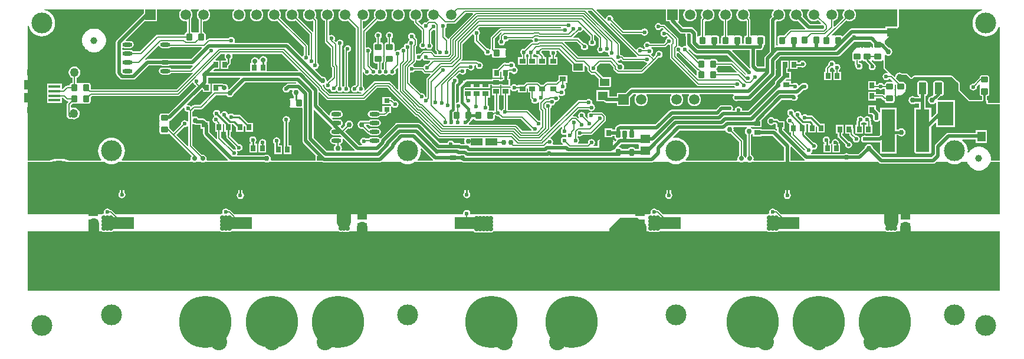
<source format=gbl>
G04*
G04 #@! TF.GenerationSoftware,Altium Limited,Altium Designer,20.0.11 (256)*
G04*
G04 Layer_Physical_Order=2*
G04 Layer_Color=16711680*
%FSLAX25Y25*%
%MOIN*%
G70*
G01*
G75*
%ADD12C,0.00984*%
%ADD14C,0.00600*%
%ADD16C,0.01968*%
%ADD17C,0.00800*%
%ADD19C,0.01575*%
%ADD20C,0.00598*%
%ADD30R,0.06693X0.03937*%
G04:AMPARAMS|DCode=31|XSize=39.37mil|YSize=35.43mil|CornerRadius=4.43mil|HoleSize=0mil|Usage=FLASHONLY|Rotation=180.000|XOffset=0mil|YOffset=0mil|HoleType=Round|Shape=RoundedRectangle|*
%AMROUNDEDRECTD31*
21,1,0.03937,0.02657,0,0,180.0*
21,1,0.03051,0.03543,0,0,180.0*
1,1,0.00886,-0.01526,0.01329*
1,1,0.00886,0.01526,0.01329*
1,1,0.00886,0.01526,-0.01329*
1,1,0.00886,-0.01526,-0.01329*
%
%ADD31ROUNDEDRECTD31*%
G04:AMPARAMS|DCode=32|XSize=39.37mil|YSize=35.43mil|CornerRadius=4.43mil|HoleSize=0mil|Usage=FLASHONLY|Rotation=270.000|XOffset=0mil|YOffset=0mil|HoleType=Round|Shape=RoundedRectangle|*
%AMROUNDEDRECTD32*
21,1,0.03937,0.02657,0,0,270.0*
21,1,0.03051,0.03543,0,0,270.0*
1,1,0.00886,-0.01329,-0.01526*
1,1,0.00886,-0.01329,0.01526*
1,1,0.00886,0.01329,0.01526*
1,1,0.00886,0.01329,-0.01526*
%
%ADD32ROUNDEDRECTD32*%
%ADD39R,0.02756X0.03347*%
%ADD40R,0.03347X0.02756*%
%ADD69C,0.00984*%
%ADD70C,0.03937*%
%ADD75C,0.01181*%
%ADD76C,0.00799*%
%ADD77C,0.29528*%
%ADD78C,0.11811*%
G04:AMPARAMS|DCode=79|XSize=51.18mil|YSize=86.61mil|CornerRadius=12.8mil|HoleSize=0mil|Usage=FLASHONLY|Rotation=90.000|XOffset=0mil|YOffset=0mil|HoleType=Round|Shape=RoundedRectangle|*
%AMROUNDEDRECTD79*
21,1,0.05118,0.06102,0,0,90.0*
21,1,0.02559,0.08661,0,0,90.0*
1,1,0.02559,0.03051,0.01280*
1,1,0.02559,0.03051,-0.01280*
1,1,0.02559,-0.03051,-0.01280*
1,1,0.02559,-0.03051,0.01280*
%
%ADD79ROUNDEDRECTD79*%
G04:AMPARAMS|DCode=80|XSize=41.34mil|YSize=57.48mil|CornerRadius=10.34mil|HoleSize=0mil|Usage=FLASHONLY|Rotation=90.000|XOffset=0mil|YOffset=0mil|HoleType=Round|Shape=RoundedRectangle|*
%AMROUNDEDRECTD80*
21,1,0.04134,0.03681,0,0,90.0*
21,1,0.02067,0.05748,0,0,90.0*
1,1,0.02067,0.01841,0.01034*
1,1,0.02067,0.01841,-0.01034*
1,1,0.02067,-0.01841,-0.01034*
1,1,0.02067,-0.01841,0.01034*
%
%ADD80ROUNDEDRECTD80*%
%ADD81C,0.05906*%
%ADD82R,0.05906X0.05906*%
%ADD83C,0.09449*%
%ADD84C,0.02953*%
%ADD85C,0.02756*%
%ADD86C,0.02362*%
%ADD87C,0.03150*%
%ADD88R,0.04921X0.05709*%
%ADD89R,0.08858X0.13780*%
G04:AMPARAMS|DCode=90|XSize=137.8mil|YSize=68.9mil|CornerRadius=8.61mil|HoleSize=0mil|Usage=FLASHONLY|Rotation=180.000|XOffset=0mil|YOffset=0mil|HoleType=Round|Shape=RoundedRectangle|*
%AMROUNDEDRECTD90*
21,1,0.13780,0.05167,0,0,180.0*
21,1,0.12057,0.06890,0,0,180.0*
1,1,0.01722,-0.06029,0.02584*
1,1,0.01722,0.06029,0.02584*
1,1,0.01722,0.06029,-0.02584*
1,1,0.01722,-0.06029,-0.02584*
%
%ADD90ROUNDEDRECTD90*%
G04:AMPARAMS|DCode=91|XSize=43.31mil|YSize=68.9mil|CornerRadius=5.41mil|HoleSize=0mil|Usage=FLASHONLY|Rotation=180.000|XOffset=0mil|YOffset=0mil|HoleType=Round|Shape=RoundedRectangle|*
%AMROUNDEDRECTD91*
21,1,0.04331,0.05807,0,0,180.0*
21,1,0.03248,0.06890,0,0,180.0*
1,1,0.01083,-0.01624,0.02904*
1,1,0.01083,0.01624,0.02904*
1,1,0.01083,0.01624,-0.02904*
1,1,0.01083,-0.01624,-0.02904*
%
%ADD91ROUNDEDRECTD91*%
G04:AMPARAMS|DCode=92|XSize=43.31mil|YSize=68.9mil|CornerRadius=5.41mil|HoleSize=0mil|Usage=FLASHONLY|Rotation=180.000|XOffset=0mil|YOffset=0mil|HoleType=Round|Shape=RoundedRectangle|*
%AMROUNDEDRECTD92*
21,1,0.04331,0.05807,0,0,180.0*
21,1,0.03248,0.06890,0,0,180.0*
1,1,0.01083,-0.01624,0.02904*
1,1,0.01083,0.01624,0.02904*
1,1,0.01083,0.01624,-0.02904*
1,1,0.01083,-0.01624,-0.02904*
%
%ADD92ROUNDEDRECTD92*%
%ADD93R,0.05709X0.04921*%
G04:AMPARAMS|DCode=94|XSize=23.62mil|YSize=39.37mil|CornerRadius=2.95mil|HoleSize=0mil|Usage=FLASHONLY|Rotation=0.000|XOffset=0mil|YOffset=0mil|HoleType=Round|Shape=RoundedRectangle|*
%AMROUNDEDRECTD94*
21,1,0.02362,0.03347,0,0,0.0*
21,1,0.01772,0.03937,0,0,0.0*
1,1,0.00591,0.00886,-0.01673*
1,1,0.00591,-0.00886,-0.01673*
1,1,0.00591,-0.00886,0.01673*
1,1,0.00591,0.00886,0.01673*
%
%ADD94ROUNDEDRECTD94*%
%ADD95O,0.07874X0.03150*%
%ADD96R,0.03150X0.02559*%
G04:AMPARAMS|DCode=97|XSize=78.74mil|YSize=161.42mil|CornerRadius=9.84mil|HoleSize=0mil|Usage=FLASHONLY|Rotation=180.000|XOffset=0mil|YOffset=0mil|HoleType=Round|Shape=RoundedRectangle|*
%AMROUNDEDRECTD97*
21,1,0.07874,0.14173,0,0,180.0*
21,1,0.05906,0.16142,0,0,180.0*
1,1,0.01968,-0.02953,0.07087*
1,1,0.01968,0.02953,0.07087*
1,1,0.01968,0.02953,-0.07087*
1,1,0.01968,-0.02953,-0.07087*
%
%ADD97ROUNDEDRECTD97*%
%ADD98R,0.13583X0.07087*%
%ADD99R,0.05512X0.03937*%
%ADD100O,0.05709X0.02362*%
%ADD101R,0.07795X0.24488*%
%ADD102R,0.06890X0.01575*%
%ADD103R,0.09843X0.05610*%
%ADD104R,0.05748X0.06299*%
%ADD105R,0.02756X0.07185*%
%ADD106C,0.05000*%
%ADD107C,0.07874*%
%ADD108C,0.05906*%
G36*
X493280Y185377D02*
X492855Y184953D01*
X486504D01*
Y183917D01*
X467670D01*
X466974Y183778D01*
X466384Y183384D01*
X462557Y179557D01*
X462263Y179586D01*
X461853Y179861D01*
X461368Y179957D01*
X458710D01*
X458311Y179878D01*
X458268Y179921D01*
X456569D01*
X456378Y180383D01*
X464391Y188396D01*
X465162Y188077D01*
X466142Y187948D01*
X467121Y188077D01*
X468034Y188455D01*
X468818Y189056D01*
X469419Y189840D01*
X469797Y190753D01*
X469926Y191732D01*
X469797Y192712D01*
X469419Y193624D01*
X468838Y194382D01*
X468866Y194552D01*
X468978Y194882D01*
X493280D01*
Y185377D01*
D02*
G37*
G36*
X433417Y194552D02*
X433446Y194382D01*
X432864Y193624D01*
X432486Y192712D01*
X432357Y191732D01*
X432486Y190753D01*
X432864Y189840D01*
X433466Y189056D01*
X434250Y188455D01*
X435162Y188077D01*
X436142Y187948D01*
X437121Y188077D01*
X437195Y188107D01*
X441354Y183948D01*
X441163Y183486D01*
X433350D01*
X432921Y183401D01*
X432557Y183158D01*
X429357Y179957D01*
X426821D01*
X426336Y179861D01*
X425925Y179586D01*
X425651Y179175D01*
X425555Y178691D01*
Y175640D01*
X425651Y175155D01*
X425907Y174771D01*
X425876Y174622D01*
X425733Y174271D01*
X424999D01*
X424837Y174404D01*
Y187705D01*
X424914Y187793D01*
X425251Y188065D01*
X426142Y187948D01*
X427121Y188077D01*
X428034Y188455D01*
X428818Y189056D01*
X429419Y189840D01*
X429797Y190753D01*
X429926Y191732D01*
X429797Y192712D01*
X429419Y193624D01*
X428838Y194382D01*
X428866Y194552D01*
X428978Y194882D01*
X433305D01*
X433417Y194552D01*
D02*
G37*
G36*
X393417D02*
X393446Y194382D01*
X392864Y193624D01*
X392486Y192712D01*
X392357Y191732D01*
X392486Y190753D01*
X392864Y189840D01*
X393466Y189056D01*
X394250Y188455D01*
X395139Y188086D01*
Y179957D01*
X394931D01*
X394446Y179861D01*
X394036Y179586D01*
X393761Y179176D01*
X393665Y178691D01*
Y175640D01*
X393669Y175618D01*
X393352Y175232D01*
X392869D01*
X392551Y175618D01*
X392556Y175640D01*
Y178691D01*
X392459Y179176D01*
X392185Y179587D01*
X391774Y179861D01*
X391289Y179957D01*
X388632D01*
X388232Y179878D01*
X388189Y179921D01*
X385039D01*
X384996Y179878D01*
X384596Y179957D01*
X384388D01*
Y187856D01*
X384888Y188190D01*
X385162Y188077D01*
X386142Y187948D01*
X387121Y188077D01*
X388034Y188455D01*
X388818Y189056D01*
X389419Y189840D01*
X389797Y190753D01*
X389926Y191732D01*
X389797Y192712D01*
X389419Y193624D01*
X388838Y194382D01*
X388866Y194552D01*
X388978Y194882D01*
X393305D01*
X393417Y194552D01*
D02*
G37*
G36*
X383417D02*
X383446Y194382D01*
X382864Y193624D01*
X382486Y192712D01*
X382357Y191732D01*
X382486Y190753D01*
X382806Y189981D01*
X382475Y189651D01*
X382232Y189287D01*
X382147Y188858D01*
Y179957D01*
X381939D01*
X381454Y179861D01*
X381043Y179587D01*
X380873Y179332D01*
X380374Y179484D01*
Y181149D01*
X380235Y181845D01*
X379841Y182435D01*
X378104Y184172D01*
X377514Y184566D01*
X376818Y184704D01*
X372298D01*
X369483Y187518D01*
X369675Y187980D01*
X369894D01*
Y194882D01*
X373305D01*
X373417Y194552D01*
X373446Y194382D01*
X372864Y193624D01*
X372486Y192712D01*
X372357Y191732D01*
X372486Y190753D01*
X372864Y189840D01*
X373466Y189056D01*
X374250Y188455D01*
X375162Y188077D01*
X376142Y187948D01*
X377121Y188077D01*
X378034Y188455D01*
X378818Y189056D01*
X379419Y189840D01*
X379797Y190753D01*
X379926Y191732D01*
X379797Y192712D01*
X379419Y193624D01*
X378838Y194382D01*
X378866Y194552D01*
X378978Y194882D01*
X383305D01*
X383417Y194552D01*
D02*
G37*
G36*
X218535D02*
X218564Y194382D01*
X217983Y193624D01*
X217604Y192712D01*
X217476Y191732D01*
X217604Y190753D01*
X217983Y189840D01*
X218584Y189056D01*
X219368Y188455D01*
X220140Y188135D01*
Y187476D01*
X220225Y187047D01*
X220468Y186684D01*
X224388Y182764D01*
Y176251D01*
X223769Y175837D01*
X223331Y175182D01*
X223178Y174409D01*
X223331Y173637D01*
X223769Y172982D01*
X224424Y172544D01*
X225197Y172390D01*
X225970Y172544D01*
X226625Y172982D01*
X227137Y172849D01*
X227312Y172588D01*
X227967Y172150D01*
X228740Y171996D01*
X229512Y172150D01*
X230167Y172588D01*
X230605Y173243D01*
X230759Y174015D01*
X230605Y174788D01*
X230167Y175443D01*
X229860Y175649D01*
Y182213D01*
X230739Y183092D01*
X231102Y183020D01*
X231762Y183151D01*
X232261Y182877D01*
Y172130D01*
X232347Y171701D01*
X232590Y171337D01*
X233092Y170835D01*
X233020Y170472D01*
X233152Y169813D01*
X232877Y169313D01*
X232380D01*
X230610Y171083D01*
X230247Y171326D01*
X229818Y171411D01*
X225705D01*
X225276Y171326D01*
X224913Y171083D01*
X223444Y169614D01*
X222834Y169735D01*
X222061Y169582D01*
X221781Y169394D01*
X221281Y169662D01*
Y173560D01*
X221716Y173995D01*
X221958Y174358D01*
X222044Y174786D01*
X222044Y174787D01*
Y177501D01*
X221958Y177930D01*
X221716Y178294D01*
X220845Y179165D01*
X220917Y179528D01*
X220763Y180300D01*
X220325Y180955D01*
X219670Y181393D01*
X218898Y181547D01*
X218125Y181393D01*
X217470Y180955D01*
X217032Y180300D01*
X216879Y179528D01*
X217032Y178755D01*
X217470Y178100D01*
X217600Y178013D01*
X217598Y177413D01*
X217216Y177158D01*
X216779Y176503D01*
X216673Y175972D01*
X216488Y175652D01*
X216168Y175467D01*
X215636Y175361D01*
X214981Y174923D01*
X214543Y174268D01*
X214438Y173736D01*
X214173Y173279D01*
X213401Y173125D01*
X212745Y172688D01*
X212308Y172032D01*
X212249Y171738D01*
X211999Y171634D01*
X211706Y171568D01*
X211023Y171704D01*
X210250Y171550D01*
X209595Y171112D01*
X209555Y171052D01*
X209055Y171204D01*
Y171653D01*
X209012Y171697D01*
X209091Y172097D01*
Y174754D01*
X208995Y175239D01*
X208720Y175649D01*
X208310Y175924D01*
X207825Y176020D01*
X207420D01*
Y178288D01*
X207727Y178493D01*
X208165Y179149D01*
X208318Y179921D01*
X208165Y180694D01*
X207727Y181349D01*
X207072Y181787D01*
X206299Y181940D01*
X205526Y181787D01*
X204872Y181349D01*
X204434Y180694D01*
X204280Y179921D01*
X204434Y179149D01*
X204872Y178493D01*
X205178Y178288D01*
Y176020D01*
X204774D01*
X204289Y175924D01*
X203878Y175649D01*
X203604Y175239D01*
X203507Y174754D01*
Y172097D01*
X203587Y171697D01*
X203543Y171653D01*
Y168504D01*
X203587Y168461D01*
X203507Y168061D01*
Y165510D01*
X203295Y165193D01*
X203210Y164764D01*
Y161082D01*
X202903Y160877D01*
X202809Y160736D01*
X202309D01*
X202215Y160877D01*
X201907Y161082D01*
Y164213D01*
X202010Y164234D01*
X202421Y164508D01*
X202696Y164919D01*
X202792Y165403D01*
Y168061D01*
X202713Y168461D01*
X202756Y168504D01*
Y171653D01*
X202713Y171697D01*
X202792Y172097D01*
Y174754D01*
X202696Y175239D01*
X202421Y175649D01*
X202010Y175924D01*
X201526Y176020D01*
X201121D01*
Y178288D01*
X201428Y178493D01*
X201865Y179149D01*
X202019Y179921D01*
X201865Y180694D01*
X201428Y181349D01*
X200773Y181787D01*
X200000Y181940D01*
X199227Y181787D01*
X198572Y181349D01*
X198135Y180694D01*
X197981Y179921D01*
X198135Y179149D01*
X198572Y178493D01*
X198879Y178288D01*
Y176020D01*
X198474D01*
X197990Y175924D01*
X197579Y175649D01*
X197304Y175239D01*
X197208Y174754D01*
Y172097D01*
X197287Y171697D01*
X197244Y171653D01*
Y168504D01*
X197287Y168461D01*
X197208Y168061D01*
Y165403D01*
X197304Y164919D01*
X197579Y164508D01*
X197990Y164234D01*
X198474Y164137D01*
X199668D01*
Y161082D01*
X199360Y160877D01*
X199266Y160736D01*
X198766D01*
X198672Y160877D01*
X198017Y161314D01*
X197244Y161468D01*
X196881Y161396D01*
X195214Y163062D01*
Y169626D01*
X195522Y169832D01*
X195960Y170487D01*
X196114Y171260D01*
X195960Y172032D01*
X195522Y172688D01*
X194867Y173125D01*
X194095Y173279D01*
X193435Y173148D01*
X192935Y173422D01*
Y181822D01*
X199509Y188396D01*
X200280Y188077D01*
X201260Y187948D01*
X202239Y188077D01*
X203152Y188455D01*
X203936Y189056D01*
X204537Y189840D01*
X204915Y190753D01*
X205044Y191732D01*
X204915Y192712D01*
X204537Y193624D01*
X203956Y194382D01*
X203984Y194552D01*
X204096Y194882D01*
X208423D01*
X208535Y194552D01*
X208564Y194382D01*
X207982Y193624D01*
X207604Y192712D01*
X207475Y191732D01*
X207604Y190753D01*
X207982Y189840D01*
X208584Y189056D01*
X209368Y188455D01*
X210280Y188077D01*
X211260Y187948D01*
X212239Y188077D01*
X213152Y188455D01*
X213936Y189056D01*
X214537Y189840D01*
X214915Y190753D01*
X215044Y191732D01*
X214915Y192712D01*
X214537Y193624D01*
X213956Y194382D01*
X213984Y194552D01*
X214096Y194882D01*
X218424D01*
X218535Y194552D01*
D02*
G37*
G36*
X138535D02*
X138564Y194382D01*
X137982Y193624D01*
X137604Y192712D01*
X137476Y191732D01*
X137604Y190753D01*
X137982Y189840D01*
X138584Y189056D01*
X139368Y188455D01*
X140280Y188077D01*
X141260Y187948D01*
X142239Y188077D01*
X143011Y188396D01*
X157934Y173473D01*
Y168956D01*
X157627Y168751D01*
X157261Y168203D01*
X156709Y168048D01*
X149404Y175353D01*
X148814Y175747D01*
X148118Y175885D01*
X118986D01*
X118750Y176326D01*
X118794Y176392D01*
X118948Y177165D01*
X118794Y177938D01*
X118357Y178593D01*
X117702Y179030D01*
X116929Y179184D01*
X116156Y179030D01*
X115501Y178593D01*
X115296Y178286D01*
X104278D01*
X103849Y178200D01*
X103486Y177957D01*
X102851Y177323D01*
X102391Y177570D01*
X102398Y177608D01*
Y180659D01*
X102302Y181144D01*
X102027Y181555D01*
X101617Y181829D01*
X101132Y181926D01*
X101026D01*
Y187743D01*
X101260Y187948D01*
X102239Y188077D01*
X103152Y188455D01*
X103936Y189056D01*
X104537Y189840D01*
X104915Y190753D01*
X105044Y191732D01*
X104915Y192712D01*
X104537Y193624D01*
X103956Y194382D01*
X103984Y194552D01*
X104096Y194882D01*
X118423D01*
X118535Y194552D01*
X118564Y194382D01*
X117982Y193624D01*
X117604Y192712D01*
X117475Y191732D01*
X117604Y190753D01*
X117982Y189840D01*
X118584Y189056D01*
X119368Y188455D01*
X120280Y188077D01*
X121260Y187948D01*
X122239Y188077D01*
X123152Y188455D01*
X123936Y189056D01*
X124537Y189840D01*
X124915Y190753D01*
X125044Y191732D01*
X124915Y192712D01*
X124537Y193624D01*
X123956Y194382D01*
X123984Y194552D01*
X124096Y194882D01*
X128424D01*
X128535Y194552D01*
X128564Y194382D01*
X127982Y193624D01*
X127604Y192712D01*
X127476Y191732D01*
X127604Y190753D01*
X127982Y189840D01*
X128584Y189056D01*
X129368Y188455D01*
X130280Y188077D01*
X131260Y187948D01*
X132239Y188077D01*
X133152Y188455D01*
X133936Y189056D01*
X134537Y189840D01*
X134915Y190753D01*
X135044Y191732D01*
X134915Y192712D01*
X134537Y193624D01*
X133956Y194382D01*
X133984Y194552D01*
X134096Y194882D01*
X138424D01*
X138535Y194552D01*
D02*
G37*
G36*
X228535D02*
X228564Y194382D01*
X227982Y193624D01*
X227604Y192712D01*
X227476Y191732D01*
X227604Y190753D01*
X227982Y189840D01*
X228584Y189056D01*
X228735Y188940D01*
X228687Y188629D01*
X228585Y188426D01*
X228229Y188355D01*
X227865Y188112D01*
X227134Y187380D01*
X226772Y187452D01*
X225999Y187299D01*
X225344Y186861D01*
X224906Y186206D01*
X224878Y186065D01*
X224400Y185920D01*
X222624Y187695D01*
X222742Y188285D01*
X223152Y188455D01*
X223936Y189056D01*
X224537Y189840D01*
X224915Y190753D01*
X225044Y191732D01*
X224915Y192712D01*
X224537Y193624D01*
X223956Y194382D01*
X223984Y194552D01*
X224096Y194882D01*
X228424D01*
X228535Y194552D01*
D02*
G37*
G36*
X443417D02*
X443446Y194382D01*
X442864Y193624D01*
X442486Y192712D01*
X442357Y191732D01*
X442486Y190753D01*
X442864Y189840D01*
X443466Y189056D01*
X444250Y188455D01*
X445162Y188077D01*
X446142Y187948D01*
X447121Y188077D01*
X448034Y188455D01*
X448364Y188708D01*
X450078Y186995D01*
X449963Y186536D01*
X449902Y186464D01*
X443982D01*
X439767Y190679D01*
X439797Y190753D01*
X439926Y191732D01*
X439797Y192712D01*
X439419Y193624D01*
X438838Y194382D01*
X438866Y194552D01*
X438978Y194882D01*
X443305D01*
X443417Y194552D01*
D02*
G37*
G36*
X463417D02*
X463446Y194382D01*
X462864Y193624D01*
X462486Y192712D01*
X462357Y191732D01*
X462486Y190753D01*
X462806Y189981D01*
X457762Y184938D01*
X457263Y185145D01*
Y188135D01*
X458034Y188455D01*
X458818Y189056D01*
X459419Y189840D01*
X459797Y190753D01*
X459926Y191732D01*
X459797Y192712D01*
X459419Y193624D01*
X458838Y194382D01*
X458866Y194552D01*
X458978Y194882D01*
X463305D01*
X463417Y194552D01*
D02*
G37*
G36*
X198535D02*
X198564Y194382D01*
X197983Y193624D01*
X197604Y192712D01*
X197476Y191732D01*
X197604Y190753D01*
X197924Y189981D01*
X191739Y183797D01*
X191277Y183988D01*
Y187950D01*
X192239Y188077D01*
X193152Y188455D01*
X193936Y189056D01*
X194537Y189840D01*
X194915Y190753D01*
X195044Y191732D01*
X194915Y192712D01*
X194537Y193624D01*
X193956Y194382D01*
X193984Y194552D01*
X194096Y194882D01*
X198424D01*
X198535Y194552D01*
D02*
G37*
G36*
X158535D02*
X158564Y194382D01*
X157983Y193624D01*
X157604Y192712D01*
X157475Y191732D01*
X157604Y190753D01*
X157983Y189840D01*
X158584Y189056D01*
X159368Y188455D01*
X160280Y188077D01*
X161260Y187948D01*
X162239Y188077D01*
X163011Y188396D01*
X163364Y188043D01*
Y182214D01*
X162864Y182027D01*
X154688Y190203D01*
X154915Y190753D01*
X155044Y191732D01*
X154915Y192712D01*
X154537Y193624D01*
X153956Y194382D01*
X153984Y194552D01*
X154096Y194882D01*
X158423D01*
X158535Y194552D01*
D02*
G37*
G36*
X98535D02*
X98564Y194382D01*
X97983Y193624D01*
X97604Y192712D01*
X97475Y191732D01*
X97604Y190753D01*
X97983Y189840D01*
X98580Y189061D01*
Y181926D01*
X98474D01*
X98075Y181846D01*
X98032Y181890D01*
X94882D01*
X94839Y181846D01*
X94439Y181926D01*
X94333D01*
Y189574D01*
X94537Y189840D01*
X94915Y190753D01*
X95044Y191732D01*
X94915Y192712D01*
X94537Y193624D01*
X93956Y194382D01*
X93984Y194552D01*
X94096Y194882D01*
X98423D01*
X98535Y194552D01*
D02*
G37*
G36*
X319746Y179532D02*
Y177618D01*
X319438Y177412D01*
X319001Y176757D01*
X318847Y175984D01*
X319001Y175212D01*
X319438Y174557D01*
X320093Y174119D01*
X320866Y173965D01*
X321639Y174119D01*
X322294Y174557D01*
X322732Y175212D01*
X322885Y175984D01*
X322732Y176757D01*
X322294Y177412D01*
X321986Y177618D01*
Y179995D01*
X321954Y180159D01*
X322414Y180406D01*
X324470Y178350D01*
Y173680D01*
X324163Y173475D01*
X323725Y172820D01*
X323571Y172047D01*
X323725Y171275D01*
X324163Y170619D01*
X324818Y170182D01*
X325590Y170028D01*
X326363Y170182D01*
X327018Y170619D01*
X327193Y170880D01*
X327706Y171013D01*
X328361Y170575D01*
X329133Y170422D01*
X329441Y170483D01*
X329870Y170078D01*
X330024Y169306D01*
X330461Y168651D01*
X330552Y168590D01*
X330400Y168090D01*
X313062D01*
X305176Y175977D01*
X305367Y176439D01*
X312135D01*
X314588Y173985D01*
X314516Y173622D01*
X314670Y172849D01*
X315108Y172194D01*
X315763Y171757D01*
X316535Y171603D01*
X317308Y171757D01*
X317963Y172194D01*
X318401Y172849D01*
X318554Y173622D01*
X318401Y174395D01*
X317963Y175050D01*
X317308Y175487D01*
X316535Y175641D01*
X316172Y175569D01*
X313390Y178351D01*
X313027Y178594D01*
X312598Y178679D01*
X310518D01*
X310327Y179141D01*
X313150Y181964D01*
X313779Y181839D01*
X314552Y181993D01*
X315207Y182431D01*
X315581Y182990D01*
X316129Y183149D01*
X319746Y179532D01*
D02*
G37*
G36*
X362390Y187980D02*
X364385D01*
X364462Y187593D01*
X364856Y187003D01*
X370259Y181600D01*
X370848Y181206D01*
X371544Y181067D01*
X373419D01*
X373700Y180567D01*
X373571Y179921D01*
X373725Y179149D01*
X373772Y179078D01*
Y174925D01*
X373867Y174449D01*
X373519Y174034D01*
X373482Y174016D01*
X373228Y174066D01*
X372456Y173913D01*
X371801Y173475D01*
X371707Y173334D01*
X371207D01*
X371113Y173475D01*
X370458Y173913D01*
X369685Y174066D01*
X369582Y174556D01*
Y177921D01*
X369496Y178349D01*
X369254Y178713D01*
X362135Y185831D01*
X361772Y186074D01*
X361343Y186159D01*
X359901D01*
X359695Y186467D01*
X359040Y186905D01*
X358268Y187058D01*
X357495Y186905D01*
X356840Y186467D01*
X356402Y185812D01*
X356249Y185039D01*
X356402Y184267D01*
X356840Y183612D01*
X357495Y183174D01*
X358268Y183020D01*
X359040Y183174D01*
X359695Y183612D01*
X359901Y183919D01*
X360879D01*
X361209Y183590D01*
X361044Y183047D01*
X360645Y182968D01*
X359990Y182530D01*
X359552Y181875D01*
X359398Y181102D01*
X359552Y180330D01*
X359990Y179675D01*
X360645Y179237D01*
X361417Y179083D01*
X362190Y179237D01*
X362845Y179675D01*
X362903Y179680D01*
X363463Y179120D01*
X363304Y178573D01*
X362745Y178199D01*
X362307Y177544D01*
X362153Y176771D01*
X362225Y176409D01*
X361346Y175530D01*
X353601D01*
X353396Y175837D01*
X352741Y176275D01*
X351968Y176428D01*
X351195Y176275D01*
X350540Y175837D01*
X350102Y175182D01*
X349949Y174409D01*
X350102Y173636D01*
X350540Y172981D01*
X350692Y172880D01*
X350540Y172380D01*
X349665D01*
X349459Y172688D01*
X348804Y173125D01*
X348031Y173279D01*
X347259Y173125D01*
X346604Y172688D01*
X346230Y172128D01*
X345683Y171969D01*
X331124Y186527D01*
X331279Y187079D01*
X331389Y187106D01*
X337397Y181098D01*
X337760Y180855D01*
X338189Y180770D01*
X348760D01*
X348966Y180462D01*
X349621Y180024D01*
X350394Y179871D01*
X351166Y180024D01*
X351821Y180462D01*
X352259Y181117D01*
X352413Y181890D01*
X352259Y182662D01*
X351821Y183317D01*
X351166Y183755D01*
X350394Y183909D01*
X349621Y183755D01*
X348966Y183317D01*
X348760Y183010D01*
X338653D01*
X332656Y189007D01*
X332728Y189370D01*
X332574Y190143D01*
X332136Y190798D01*
X331481Y191235D01*
X330709Y191389D01*
X329936Y191235D01*
X329281Y190798D01*
X328843Y190143D01*
X328739Y189619D01*
X328203Y189448D01*
X323232Y194420D01*
X323423Y194882D01*
X362390D01*
Y187980D01*
D02*
G37*
G36*
X67508Y192599D02*
X52246Y177337D01*
X51852Y176747D01*
X51713Y176051D01*
Y158595D01*
X51852Y157899D01*
X52246Y157309D01*
X53982Y155572D01*
X54572Y155178D01*
X55268Y155040D01*
X61582D01*
X62278Y155178D01*
X62868Y155572D01*
X70300Y163004D01*
X77110D01*
X77180Y162957D01*
X77953Y162804D01*
X81299D01*
X82072Y162957D01*
X82142Y163004D01*
X94882D01*
X94985Y163025D01*
X95231Y162564D01*
X93611Y160943D01*
X82932D01*
X82727Y161250D01*
X82072Y161688D01*
X81299Y161842D01*
X77953D01*
X77180Y161688D01*
X76525Y161250D01*
X76087Y160596D01*
X75934Y159823D01*
X76087Y159050D01*
X76525Y158395D01*
X77180Y157957D01*
X77953Y157804D01*
X81299D01*
X82072Y157957D01*
X82727Y158395D01*
X82932Y158702D01*
X94075D01*
X94504Y158787D01*
X94795Y158982D01*
X95114Y158594D01*
X86065Y149545D01*
X37438D01*
Y151919D01*
X37341Y152404D01*
X37067Y152815D01*
X36656Y153089D01*
X36171Y153186D01*
X33514D01*
X33114Y153106D01*
X33071Y153150D01*
X29921D01*
X29569Y153504D01*
Y155990D01*
X30010Y156173D01*
X30700Y156702D01*
X31228Y157391D01*
X31561Y158194D01*
X31674Y159055D01*
X31561Y159916D01*
X31228Y160719D01*
X30700Y161408D01*
X30010Y161937D01*
X29208Y162269D01*
X28346Y162383D01*
X27485Y162269D01*
X26683Y161937D01*
X25993Y161408D01*
X25465Y160719D01*
X25132Y159916D01*
X25019Y159055D01*
X25132Y158194D01*
X25465Y157391D01*
X25993Y156702D01*
X26683Y156173D01*
X27124Y155990D01*
Y153186D01*
X26821D01*
X26336Y153089D01*
X25925Y152815D01*
X25651Y152404D01*
X25554Y151919D01*
Y151616D01*
X24213D01*
X23745Y151523D01*
X23348Y151258D01*
X23348Y151258D01*
X21772Y149681D01*
X21272Y149729D01*
Y152571D01*
X12783D01*
Y149398D01*
Y146839D01*
Y144280D01*
Y141721D01*
X21272D01*
Y144644D01*
X21935D01*
X23348Y143230D01*
X23348Y143230D01*
X23745Y142965D01*
X24213Y142872D01*
X24545D01*
X24737Y142410D01*
X24189Y141862D01*
X23924Y141466D01*
X23831Y140998D01*
Y134626D01*
X23924Y134158D01*
X24189Y133761D01*
X24953Y132997D01*
X24953Y132997D01*
X25350Y132732D01*
X25817Y132639D01*
X26285Y132732D01*
X26483Y132865D01*
X27092Y132613D01*
X27953Y132499D01*
X28814Y132613D01*
X29617Y132945D01*
X30306Y133474D01*
X30835Y134163D01*
X31167Y134966D01*
X31280Y135827D01*
X31167Y136688D01*
X30835Y137491D01*
X30306Y138180D01*
X29617Y138709D01*
X28814Y139041D01*
X27953Y139154D01*
X27915Y139149D01*
X27083D01*
X26776Y139088D01*
X26276Y139385D01*
Y140492D01*
X27086Y141302D01*
X29478D01*
X29878Y141382D01*
X29921Y141339D01*
X33071D01*
X33114Y141382D01*
X33514Y141302D01*
X36171D01*
X36656Y141399D01*
X37067Y141673D01*
X37341Y142084D01*
X37438Y142569D01*
Y145106D01*
X38062Y145730D01*
X86931D01*
X87359Y145816D01*
X87723Y146058D01*
X94895Y153230D01*
X95442Y153070D01*
X95816Y152509D01*
X96307Y152182D01*
X96452Y151964D01*
X97135Y151281D01*
X81429Y135576D01*
X81144Y135766D01*
X80660Y135863D01*
X77608D01*
X77124Y135766D01*
X76713Y135492D01*
X76438Y135081D01*
X76342Y134597D01*
Y131939D01*
X76421Y131539D01*
X76378Y131496D01*
Y128347D01*
X76421Y128303D01*
X76342Y127903D01*
Y125246D01*
X76438Y124761D01*
X76713Y124351D01*
X77124Y124076D01*
X77608Y123979D01*
X80660D01*
X81144Y124076D01*
X81555Y124351D01*
X81774Y124372D01*
X83388Y122758D01*
X94432Y111714D01*
X94012Y111086D01*
X93843Y110236D01*
X93973Y109583D01*
X93660Y109083D01*
X55051D01*
X54814Y109583D01*
X55472Y110384D01*
X56168Y111686D01*
X56596Y113098D01*
X56741Y114567D01*
X56596Y116036D01*
X56168Y117448D01*
X55472Y118749D01*
X54536Y119890D01*
X53395Y120826D01*
X52094Y121522D01*
X50681Y121951D01*
X49213Y122095D01*
X47744Y121951D01*
X46332Y121522D01*
X45030Y120826D01*
X43889Y119890D01*
X42953Y118749D01*
X42257Y117448D01*
X41829Y116036D01*
X41684Y114567D01*
X41829Y113098D01*
X42257Y111686D01*
X42953Y110384D01*
X43611Y109583D01*
X43374Y109083D01*
X25119D01*
X24509Y109335D01*
X22127Y109907D01*
X19685Y110099D01*
X17243Y109907D01*
X14861Y109335D01*
X14251Y109083D01*
X1969D01*
Y185477D01*
X2459Y185539D01*
X2887Y184127D01*
X3583Y182825D01*
X4519Y181685D01*
X5660Y180748D01*
X6961Y180053D01*
X8374Y179624D01*
X9843Y179480D01*
X11311Y179624D01*
X12723Y180053D01*
X14025Y180748D01*
X15166Y181685D01*
X16102Y182825D01*
X16798Y184127D01*
X17226Y185539D01*
X17371Y187008D01*
X17226Y188477D01*
X16798Y189889D01*
X16102Y191190D01*
X15166Y192331D01*
X14025Y193268D01*
X12723Y193963D01*
X11311Y194392D01*
X11374Y194882D01*
X67508D01*
Y192599D01*
D02*
G37*
G36*
X253417Y192115D02*
X240070Y178768D01*
X239827Y178405D01*
X239793Y178230D01*
X239686Y178160D01*
X239253Y178077D01*
X237734Y179596D01*
Y183800D01*
X238042Y184005D01*
X238480Y184660D01*
X238633Y185433D01*
X238508Y186061D01*
X238798Y186561D01*
X242938D01*
X243367Y186646D01*
X243730Y186889D01*
X249417Y192577D01*
X253225D01*
X253417Y192115D01*
D02*
G37*
G36*
X403417Y194552D02*
X403446Y194382D01*
X402864Y193624D01*
X402486Y192712D01*
X402357Y191732D01*
X402486Y190753D01*
X402864Y189840D01*
X403466Y189056D01*
X404250Y188455D01*
X405162Y188077D01*
X406142Y187948D01*
X407121Y188077D01*
X407696Y188315D01*
X408131Y187982D01*
Y179957D01*
X407923D01*
X407439Y179861D01*
X407028Y179587D01*
X406753Y179176D01*
X406657Y178691D01*
Y175640D01*
X406661Y175618D01*
X406344Y175232D01*
X405861D01*
X405544Y175618D01*
X405548Y175640D01*
Y178691D01*
X405452Y179176D01*
X405177Y179586D01*
X404766Y179861D01*
X404282Y179957D01*
X401624D01*
X401224Y179878D01*
X401181Y179921D01*
X398031D01*
X397988Y179878D01*
X397588Y179957D01*
X397380D01*
Y188184D01*
X398034Y188455D01*
X398818Y189056D01*
X399419Y189840D01*
X399797Y190753D01*
X399926Y191732D01*
X399797Y192712D01*
X399419Y193624D01*
X398838Y194382D01*
X398866Y194552D01*
X398978Y194882D01*
X403305D01*
X403417Y194552D01*
D02*
G37*
G36*
X88535D02*
X88564Y194382D01*
X87982Y193624D01*
X87604Y192712D01*
X87476Y191732D01*
X87604Y190753D01*
X87982Y189840D01*
X88584Y189056D01*
X89368Y188455D01*
X90280Y188077D01*
X91260Y187948D01*
X91512Y187981D01*
X91888Y187651D01*
Y181926D01*
X91782D01*
X91297Y181829D01*
X90886Y181555D01*
X90611Y181144D01*
X90515Y180659D01*
Y180357D01*
X75242D01*
X74774Y180263D01*
X74377Y179998D01*
X65424Y171045D01*
X61407D01*
X61270Y171250D01*
X60615Y171688D01*
X59843Y171842D01*
X56496D01*
X55850Y171713D01*
X55350Y171994D01*
Y172651D01*
X55850Y172932D01*
X56496Y172804D01*
X59843D01*
X60615Y172957D01*
X61270Y173395D01*
X61708Y174050D01*
X61862Y174823D01*
X61708Y175595D01*
X61270Y176251D01*
X60615Y176688D01*
X59843Y176842D01*
X57548D01*
X57356Y177304D01*
X68033Y187980D01*
X75012D01*
Y194882D01*
X88424D01*
X88535Y194552D01*
D02*
G37*
G36*
X303339Y184206D02*
X303330Y184192D01*
X269204D01*
X268775Y184106D01*
X268412Y183863D01*
X263868Y179320D01*
X263625Y178956D01*
X263540Y178527D01*
Y172424D01*
X263040Y172176D01*
X262584Y172480D01*
X261811Y172634D01*
X261569Y172586D01*
X256734Y177421D01*
Y179931D01*
X256940Y180068D01*
X257377Y180723D01*
X257531Y181496D01*
X257377Y182269D01*
X256940Y182924D01*
X256380Y183297D01*
X256221Y183845D01*
X257082Y184706D01*
X303056D01*
X303339Y184206D01*
D02*
G37*
G36*
X148535Y194552D02*
X148564Y194382D01*
X147983Y193624D01*
X147604Y192712D01*
X147476Y191732D01*
X147604Y190753D01*
X147983Y189840D01*
X148584Y189056D01*
X149368Y188455D01*
X150280Y188077D01*
X151260Y187948D01*
X152239Y188077D01*
X153152Y188455D01*
X153218Y188505D01*
X161085Y180639D01*
Y168750D01*
X160585Y168598D01*
X160483Y168751D01*
X160176Y168956D01*
Y173937D01*
X160091Y174366D01*
X159848Y174730D01*
X144596Y189981D01*
X144915Y190753D01*
X145044Y191732D01*
X144915Y192712D01*
X144537Y193624D01*
X143956Y194382D01*
X143984Y194552D01*
X144096Y194882D01*
X148424D01*
X148535Y194552D01*
D02*
G37*
G36*
X541022Y194882D02*
X541163Y194709D01*
X540987Y194133D01*
X540426Y193963D01*
X539124Y193268D01*
X537984Y192331D01*
X537047Y191190D01*
X536352Y189889D01*
X535923Y188477D01*
X535779Y187008D01*
X535923Y185539D01*
X536352Y184127D01*
X537047Y182825D01*
X537984Y181685D01*
X539124Y180748D01*
X540426Y180053D01*
X541838Y179624D01*
X543307Y179480D01*
X544776Y179624D01*
X546188Y180053D01*
X547490Y180748D01*
X548631Y181685D01*
X549567Y182825D01*
X550262Y184127D01*
X550432Y184687D01*
X551008Y184864D01*
X551181Y184723D01*
X551181Y141732D01*
X544500D01*
Y143516D01*
X543937D01*
Y145633D01*
X544045D01*
X544530Y145729D01*
X544941Y146004D01*
X545215Y146415D01*
X545312Y146900D01*
Y149557D01*
X545232Y149957D01*
X545276Y150000D01*
Y153150D01*
X545232Y153193D01*
X545312Y153593D01*
Y156250D01*
X545215Y156735D01*
X544941Y157146D01*
X544530Y157420D01*
X544045Y157516D01*
X540994D01*
X540510Y157420D01*
X540099Y157146D01*
X539824Y156735D01*
X539728Y156250D01*
Y155944D01*
X539490Y155786D01*
X539490Y155786D01*
X536463Y152758D01*
X536221Y152806D01*
X535448Y152653D01*
X534793Y152215D01*
X534355Y151560D01*
X534201Y150787D01*
X534355Y150015D01*
X534793Y149360D01*
X535448Y148922D01*
X536221Y148768D01*
X536993Y148922D01*
X537648Y149360D01*
X538086Y150015D01*
X538240Y150787D01*
X538191Y151030D01*
X539302Y152140D01*
X539764Y151949D01*
Y150000D01*
X539807Y149957D01*
X539728Y149557D01*
Y146900D01*
X539824Y146415D01*
X540099Y146004D01*
X540510Y145729D01*
X540994Y145633D01*
X541103D01*
Y143516D01*
X534154D01*
X528581Y149089D01*
Y152903D01*
X528477Y153427D01*
X528181Y153870D01*
X527738Y154166D01*
X527255Y154262D01*
X526876Y154829D01*
X524908Y156798D01*
X524318Y157192D01*
X523622Y157330D01*
X503150D01*
X502454Y157192D01*
X501864Y156798D01*
X501181Y156115D01*
X499317Y157979D01*
X498727Y158373D01*
X498032Y158511D01*
X495863D01*
X495376Y158836D01*
X494488Y159013D01*
X493600Y158836D01*
X492848Y158334D01*
X492345Y157581D01*
X492173Y156719D01*
X491990Y156598D01*
X491728Y156458D01*
X490628Y157557D01*
X490232Y157822D01*
X490204Y157828D01*
X486221Y161811D01*
Y168885D01*
X486721Y169111D01*
X487301Y168723D01*
X488189Y168546D01*
X489077Y168723D01*
X489830Y169226D01*
X490333Y169978D01*
X490509Y170866D01*
X490333Y171754D01*
X489830Y172507D01*
X489077Y173010D01*
X488503Y173124D01*
X486221Y175406D01*
Y177165D01*
X494095Y185039D01*
Y194882D01*
X541022Y194882D01*
D02*
G37*
G36*
X346329Y168155D02*
X346278Y167887D01*
X346144Y167655D01*
X339048D01*
X338194Y168509D01*
X337831Y168751D01*
X337402Y168836D01*
X337066D01*
X336861Y169144D01*
X336553Y169350D01*
Y174903D01*
X336553Y174903D01*
X336468Y175331D01*
X336225Y175695D01*
X336225Y175695D01*
X318407Y193512D01*
X318599Y193974D01*
X320510D01*
X346329Y168155D01*
D02*
G37*
G36*
X269400Y181607D02*
X269564Y181065D01*
X268893Y180394D01*
X268650Y180031D01*
X268565Y179602D01*
Y178011D01*
X268257Y177806D01*
X267820Y177151D01*
X267666Y176378D01*
X267820Y175605D01*
X268257Y174950D01*
X268912Y174513D01*
X269685Y174359D01*
X270458Y174513D01*
X271113Y174950D01*
X271550Y175605D01*
X271685Y176283D01*
X271879Y176546D01*
X272142Y176740D01*
X272819Y176874D01*
X273474Y177312D01*
X273680Y177620D01*
X286868D01*
X287351Y177559D01*
X287502Y176799D01*
X287517Y176709D01*
X287228Y176299D01*
X286990D01*
X286562Y176214D01*
X286198Y175971D01*
X282646Y172419D01*
X282283Y172492D01*
X281511Y172338D01*
X280856Y171900D01*
X280418Y171245D01*
X280264Y170472D01*
X280418Y169700D01*
X280856Y169045D01*
X281164Y168839D01*
Y167728D01*
X279024D01*
Y163374D01*
X283968D01*
Y167728D01*
X283403D01*
Y168839D01*
X283711Y169045D01*
X283951Y169404D01*
X284553D01*
X284793Y169045D01*
X284998Y168907D01*
Y167728D01*
X284535D01*
Y163374D01*
X289480D01*
Y167728D01*
X287443D01*
Y168907D01*
X287648Y169045D01*
X287888Y169404D01*
X288490D01*
X288730Y169045D01*
X289385Y168607D01*
X290158Y168453D01*
X290361Y168494D01*
X290663Y168169D01*
X290480Y167728D01*
X290047D01*
Y163374D01*
X294992D01*
Y167728D01*
X293742D01*
Y168110D01*
X293649Y168578D01*
X293384Y168974D01*
X293384Y168974D01*
X292128Y170230D01*
X292177Y170472D01*
X292130Y170704D01*
X292663Y171236D01*
X296655D01*
X296931Y170736D01*
X296800Y170079D01*
X296954Y169306D01*
X297391Y168651D01*
X297597Y168514D01*
Y167728D01*
X296346D01*
Y163374D01*
X301291D01*
Y167728D01*
X300041D01*
Y168514D01*
X300247Y168651D01*
X300684Y169306D01*
X300838Y170079D01*
X300707Y170736D01*
X300983Y171236D01*
X301648D01*
X309437Y163447D01*
Y159437D01*
X316547D01*
Y162688D01*
X317009Y162879D01*
X318051Y161837D01*
Y160432D01*
X318144Y159964D01*
X318409Y159567D01*
X319803Y158173D01*
X319804Y158173D01*
X320200Y157908D01*
X320668Y157815D01*
X320668Y157815D01*
X322073D01*
X324398Y155490D01*
Y150776D01*
X331508D01*
Y156311D01*
X327034D01*
X323444Y159902D01*
X323152Y160096D01*
X323519Y160645D01*
X323673Y161417D01*
X323519Y162190D01*
X323409Y162355D01*
X325206Y164152D01*
X330700D01*
X332919Y161932D01*
Y161138D01*
X333005Y160710D01*
X333247Y160346D01*
X334756Y158838D01*
X334756Y158838D01*
X335119Y158595D01*
X335548Y158510D01*
X348990D01*
X349418Y158595D01*
X349782Y158838D01*
X355900Y164956D01*
X358288Y167344D01*
X358651Y167272D01*
X359424Y167426D01*
X360079Y167864D01*
X360517Y168519D01*
X360670Y169291D01*
X360517Y170064D01*
X360079Y170719D01*
X359424Y171157D01*
X358651Y171310D01*
X357878Y171157D01*
X357223Y170719D01*
X356786Y170064D01*
X356632Y169291D01*
X356704Y168928D01*
X355543Y167767D01*
X354378Y168932D01*
X354442Y169576D01*
X354676Y169732D01*
X355114Y170387D01*
X355268Y171160D01*
X355114Y171933D01*
X354676Y172588D01*
X354376Y172788D01*
X354527Y173288D01*
X361810D01*
X362239Y173374D01*
X362603Y173617D01*
X363810Y174824D01*
X364173Y174752D01*
X364501Y174818D01*
X364888Y174500D01*
Y167336D01*
X364973Y166907D01*
X365216Y166544D01*
X380189Y151570D01*
X380553Y151328D01*
X380981Y151242D01*
X401123D01*
X401328Y150935D01*
X401596Y150755D01*
X401445Y150255D01*
X343319D01*
X342623Y150117D01*
X342033Y149723D01*
X339763Y147453D01*
X334831D01*
Y145519D01*
X330425D01*
Y149126D01*
X323118D01*
Y142606D01*
X327460D01*
X327651Y142415D01*
X328241Y142021D01*
X328937Y141882D01*
X334831D01*
Y139949D01*
X342335D01*
Y144881D01*
X344072Y146618D01*
X345462D01*
X345709Y146118D01*
X345305Y145593D01*
X344927Y144680D01*
X344798Y143701D01*
X344927Y142721D01*
X345305Y141808D01*
X345907Y141025D01*
X346691Y140423D01*
X347603Y140045D01*
X348583Y139916D01*
X349562Y140045D01*
X350475Y140423D01*
X351259Y141025D01*
X351860Y141808D01*
X352238Y142721D01*
X352367Y143701D01*
X352238Y144680D01*
X351860Y145593D01*
X351457Y146118D01*
X351703Y146618D01*
X365462D01*
X365709Y146118D01*
X365305Y145593D01*
X364927Y144680D01*
X364798Y143701D01*
X364927Y142721D01*
X365305Y141808D01*
X365907Y141025D01*
X366691Y140423D01*
X367603Y140045D01*
X368583Y139916D01*
X369562Y140045D01*
X370475Y140423D01*
X371259Y141025D01*
X371860Y141808D01*
X372238Y142721D01*
X372367Y143701D01*
X372238Y144680D01*
X371860Y145593D01*
X371457Y146118D01*
X371703Y146618D01*
X375462D01*
X375709Y146118D01*
X375305Y145593D01*
X374927Y144680D01*
X374798Y143701D01*
X374927Y142721D01*
X375305Y141808D01*
X375907Y141025D01*
X376691Y140423D01*
X377603Y140045D01*
X378583Y139916D01*
X379562Y140045D01*
X380475Y140423D01*
X381259Y141025D01*
X381860Y141808D01*
X382238Y142721D01*
X382367Y143701D01*
X382238Y144680D01*
X381860Y145593D01*
X381457Y146118D01*
X381703Y146618D01*
X400565D01*
X400807Y146118D01*
X400497Y145655D01*
X400343Y144882D01*
X400497Y144109D01*
X400935Y143454D01*
X401589Y143017D01*
X402362Y142863D01*
X403135Y143017D01*
X403205Y143063D01*
X409682D01*
X410377Y143202D01*
X410967Y143596D01*
X424120Y156749D01*
X424515Y157339D01*
X424653Y158035D01*
Y159787D01*
X424700Y159857D01*
X424854Y160630D01*
X424700Y161403D01*
X424653Y161473D01*
Y165230D01*
X427289Y167867D01*
X459548D01*
X460244Y168005D01*
X460834Y168399D01*
X468963Y176528D01*
X477987D01*
X479491Y175024D01*
Y173277D01*
X479529Y173087D01*
X479054Y172915D01*
X478346Y173622D01*
X474409D01*
X473697Y172910D01*
X473425Y172866D01*
X473153Y172910D01*
X472441Y173622D01*
X468504D01*
X467717Y172835D01*
Y169685D01*
X467760Y169642D01*
X467680Y169242D01*
Y166585D01*
X467777Y166100D01*
X468051Y165689D01*
X468462Y165414D01*
X468947Y165318D01*
X469250D01*
Y163780D01*
X469343Y163312D01*
X469608Y162915D01*
X469683Y162841D01*
X469634Y162598D01*
X469788Y161826D01*
X470226Y161171D01*
X470881Y160733D01*
X471654Y160579D01*
X472426Y160733D01*
X473081Y161171D01*
X473519Y161826D01*
X473673Y162598D01*
X473519Y163371D01*
X473081Y164026D01*
X472426Y164464D01*
X471695Y164609D01*
Y165318D01*
X471998D01*
X472483Y165414D01*
X472893Y165689D01*
X473168Y166100D01*
X473170Y166111D01*
X473680D01*
X473682Y166100D01*
X473957Y165689D01*
X474368Y165414D01*
X474852Y165318D01*
X475244D01*
X475447Y165014D01*
X477315Y163146D01*
X477269Y163076D01*
X477115Y162303D01*
X477269Y161530D01*
X477706Y160875D01*
X478361Y160438D01*
X479134Y160284D01*
X479907Y160438D01*
X480562Y160875D01*
X480999Y161530D01*
X481153Y162303D01*
X480999Y163076D01*
X480562Y163731D01*
X480134Y164017D01*
X480065Y164120D01*
X478772Y165413D01*
X478799Y165689D01*
X479074Y166100D01*
X479076Y166111D01*
X479586D01*
X479588Y166100D01*
X479862Y165689D01*
X480273Y165414D01*
X480758Y165318D01*
X483809D01*
X484294Y165414D01*
X484704Y165689D01*
X484906Y165990D01*
X485406Y165877D01*
Y161811D01*
X485468Y161499D01*
X485644Y161235D01*
X487818Y159061D01*
X487572Y158600D01*
X487008Y158712D01*
X486235Y158558D01*
X485580Y158121D01*
X485143Y157466D01*
X484989Y156693D01*
X485143Y155920D01*
X485580Y155265D01*
X486235Y154827D01*
X487008Y154674D01*
X487781Y154827D01*
X488436Y155265D01*
X488573Y155471D01*
X489257D01*
X490673Y154055D01*
X490553Y153722D01*
X490442Y153579D01*
X487451D01*
X486966Y153483D01*
X486555Y153208D01*
X486281Y152798D01*
X486184Y152313D01*
Y152206D01*
X485555D01*
X485286Y152609D01*
X484631Y153047D01*
X483858Y153200D01*
X483086Y153047D01*
X482431Y152609D01*
X482162Y152206D01*
X481114D01*
Y154047D01*
X476760D01*
Y149102D01*
X481114D01*
Y149762D01*
X482425D01*
X482431Y149753D01*
X483086Y149316D01*
X483858Y149162D01*
X484631Y149316D01*
X485286Y149753D01*
X485292Y149762D01*
X486184D01*
Y149655D01*
X486264Y149256D01*
X486221Y149213D01*
Y146727D01*
X485720Y146520D01*
X485707Y146534D01*
X485310Y146799D01*
X484842Y146892D01*
X481114D01*
Y148142D01*
X476760D01*
Y143197D01*
X481114D01*
Y144447D01*
X484336D01*
X485356Y143427D01*
X485752Y143162D01*
X486184Y143076D01*
Y142963D01*
X486281Y142478D01*
X486555Y142067D01*
X486966Y141793D01*
X487451Y141696D01*
X490502D01*
X490987Y141793D01*
X491397Y142067D01*
X491672Y142478D01*
X491768Y142963D01*
Y145620D01*
X491689Y146020D01*
X491732Y146063D01*
Y149213D01*
X491689Y149256D01*
X491768Y149655D01*
Y152004D01*
X492268Y152247D01*
X492484Y152077D01*
Y149656D01*
X492563Y149256D01*
X492520Y149213D01*
Y146063D01*
X493307Y145276D01*
X497244D01*
X498032Y146063D01*
Y149213D01*
X497988Y149256D01*
X498068Y149656D01*
Y152313D01*
X497971Y152798D01*
X497697Y153209D01*
X497286Y153483D01*
X496801Y153580D01*
X494606D01*
X492692Y155493D01*
X492689Y155498D01*
X492625Y156023D01*
X492626Y156042D01*
X492738Y156154D01*
X492849Y156264D01*
X492850Y156265D01*
X492851Y156266D01*
X492911Y156412D01*
X492972Y156557D01*
X492972Y156559D01*
X492973Y156560D01*
X493112Y157263D01*
X493435Y157746D01*
X493918Y158069D01*
X494488Y158182D01*
X495058Y158069D01*
X495410Y157834D01*
X495484Y157803D01*
X495551Y157758D01*
X495630Y157743D01*
X495704Y157712D01*
X495784D01*
X495863Y157696D01*
X497951D01*
X498409Y157605D01*
X498798Y157346D01*
X500605Y155539D01*
X500869Y155362D01*
X501181Y155300D01*
X501493Y155362D01*
X501757Y155539D01*
X502383Y156165D01*
X502772Y156424D01*
X503230Y156515D01*
X523542D01*
X524000Y156424D01*
X524388Y156165D01*
X526243Y154310D01*
X526578Y153810D01*
X526802Y153585D01*
X527096Y153463D01*
X527420Y153399D01*
X527594Y153282D01*
X527710Y153109D01*
X527767Y152823D01*
Y149089D01*
X527829Y148777D01*
X528005Y148512D01*
X533578Y142939D01*
X533842Y142763D01*
X534154Y142701D01*
X541103D01*
X541414Y142763D01*
X541679Y142939D01*
X541855Y143204D01*
X541918Y143516D01*
Y145633D01*
X541855Y145945D01*
X541679Y146209D01*
X541414Y146386D01*
X541103Y146448D01*
X541074D01*
X540827Y146497D01*
X540686Y146592D01*
X540592Y146733D01*
X540543Y146980D01*
Y148716D01*
X541041Y149213D01*
X544488D01*
X544497Y149209D01*
Y146980D01*
X544448Y146733D01*
X544353Y146592D01*
X544212Y146497D01*
X543965Y146448D01*
X543937D01*
X543625Y146386D01*
X543361Y146209D01*
X543184Y145945D01*
X543122Y145633D01*
Y143516D01*
X543184Y143204D01*
X543361Y142939D01*
X543625Y142763D01*
X543685Y142751D01*
Y141732D01*
X543747Y141420D01*
X543924Y141156D01*
X544188Y140979D01*
X544500Y140917D01*
X551181D01*
Y109083D01*
X546387D01*
X546069Y109469D01*
X546075Y109496D01*
Y109576D01*
X546091Y109655D01*
Y110818D01*
X546075Y110897D01*
Y110977D01*
X545848Y112118D01*
X545817Y112192D01*
X545801Y112271D01*
X545356Y113345D01*
X545312Y113412D01*
X545281Y113486D01*
X544635Y114453D01*
X544578Y114510D01*
X544533Y114577D01*
X543711Y115400D01*
X543644Y115444D01*
X543587Y115501D01*
X542620Y116147D01*
X542546Y116178D01*
X542479Y116223D01*
X541404Y116668D01*
X541326Y116683D01*
X541252Y116714D01*
X540111Y116941D01*
X540030D01*
X539952Y116957D01*
X538788D01*
X538710Y116941D01*
X538629D01*
X537489Y116714D01*
X537414Y116683D01*
X537336Y116668D01*
X536261Y116223D01*
X536194Y116178D01*
X536120Y116147D01*
X535153Y115501D01*
X535096Y115444D01*
X535029Y115400D01*
X534207Y114577D01*
X534162Y114510D01*
X534105Y114453D01*
X533525Y113584D01*
X533036Y113729D01*
X533119Y114567D01*
X532974Y116036D01*
X532546Y117448D01*
X531850Y118749D01*
X530914Y119890D01*
X529897Y120725D01*
X530051Y121225D01*
X537488D01*
Y119181D01*
X544008D01*
Y126488D01*
X537488D01*
Y124862D01*
X522080D01*
X521384Y124723D01*
X520794Y124329D01*
X514880Y118415D01*
X514485Y117825D01*
X514347Y117129D01*
Y112608D01*
X512746Y111007D01*
X484871D01*
X479423Y116456D01*
X479309Y117030D01*
X478806Y117782D01*
X478053Y118285D01*
X477165Y118462D01*
X476277Y118285D01*
X475525Y117782D01*
X475022Y117030D01*
X474908Y116456D01*
X471294Y112842D01*
X465941D01*
X465455Y113167D01*
X464567Y113344D01*
X463679Y113167D01*
X463192Y112842D01*
X444601D01*
X444449Y113342D01*
X444735Y113533D01*
X445173Y114188D01*
X445326Y114961D01*
X445756Y115365D01*
X446063Y115304D01*
X446836Y115457D01*
X447491Y115895D01*
X447928Y116550D01*
X448082Y117323D01*
X447928Y118096D01*
X447491Y118751D01*
X446836Y119188D01*
X446063Y119342D01*
X445932Y119316D01*
X441080Y124167D01*
Y125087D01*
X441744D01*
Y129675D01*
X442902D01*
Y125087D01*
X447256D01*
Y128057D01*
X447723Y128261D01*
X448020Y128022D01*
Y125087D01*
X452374D01*
Y130032D01*
X449783D01*
X445419Y134396D01*
X444992Y134681D01*
X444488Y134781D01*
X442447D01*
X442373Y134892D01*
X441718Y135330D01*
X440945Y135484D01*
X440172Y135330D01*
X439517Y134892D01*
X439502Y134870D01*
X439071Y135023D01*
X439023Y135053D01*
X438872Y135812D01*
X438435Y136467D01*
X437780Y136905D01*
X437007Y137058D01*
X436234Y136905D01*
X435579Y136467D01*
X435557Y136434D01*
X435027Y136540D01*
X434936Y136993D01*
X434499Y137648D01*
X433844Y138086D01*
X433071Y138240D01*
X432298Y138086D01*
X431643Y137648D01*
X431206Y136993D01*
X431052Y136221D01*
X431206Y135448D01*
X431643Y134793D01*
X432053Y134519D01*
X432140Y134389D01*
X432254Y134274D01*
X432109Y133796D01*
X431904Y133755D01*
X431249Y133317D01*
X430811Y132662D01*
X430657Y131889D01*
X430811Y131117D01*
X431249Y130462D01*
X431904Y130024D01*
X432272Y129951D01*
Y125087D01*
X433226D01*
Y123819D01*
X433320Y123351D01*
X433584Y122955D01*
X441110Y115429D01*
X441129Y115245D01*
X441109Y115179D01*
X440541Y115040D01*
X428984Y126597D01*
Y127153D01*
X429638D01*
Y131508D01*
X426653D01*
X425734Y132427D01*
X425307Y132712D01*
X424803Y132813D01*
X423904D01*
X423688Y133137D01*
X422935Y133640D01*
X422047Y133816D01*
X421159Y133640D01*
X420407Y133137D01*
X419904Y132384D01*
X419727Y131496D01*
X419904Y130608D01*
X420407Y129855D01*
X421159Y129352D01*
X422047Y129176D01*
X422935Y129352D01*
X423688Y129855D01*
X423814Y130044D01*
X424332Y130080D01*
X424693Y129733D01*
Y127153D01*
X425347D01*
Y126357D01*
X424847Y126150D01*
X424711Y126286D01*
X424121Y126680D01*
X423425Y126818D01*
X416646D01*
Y127177D01*
X411701D01*
Y127177D01*
X411201Y127064D01*
X411089Y127231D01*
X410368Y127713D01*
X410363Y127750D01*
X410636Y128213D01*
X411701D01*
Y127941D01*
X416646D01*
Y132047D01*
X428032Y143433D01*
X433641D01*
X434266Y143016D01*
X435039Y142862D01*
X435811Y143016D01*
X436466Y143454D01*
X436904Y144109D01*
X437058Y144882D01*
X436904Y145654D01*
X436855Y145727D01*
X437085Y146283D01*
X437370Y146340D01*
X437960Y146734D01*
X440481Y149254D01*
X440945Y149162D01*
X441718Y149316D01*
X442373Y149753D01*
X442810Y150408D01*
X442964Y151181D01*
X442810Y151954D01*
X442373Y152609D01*
X441718Y153047D01*
X440945Y153200D01*
X440172Y153047D01*
X440102Y152999D01*
X439836D01*
X439140Y152861D01*
X438550Y152467D01*
X437796Y151713D01*
X437318Y151858D01*
X437298Y151954D01*
X436861Y152609D01*
X436206Y153047D01*
X435433Y153200D01*
X434660Y153047D01*
X434428Y152891D01*
X433181D01*
Y154342D01*
X430481D01*
X430277Y154810D01*
X430516Y155106D01*
X433181D01*
Y159461D01*
X431346D01*
Y160913D01*
X431901D01*
Y165858D01*
X427547D01*
Y160913D01*
X427709D01*
Y157492D01*
X424698Y154481D01*
X424304Y153891D01*
X424166Y153196D01*
Y152772D01*
X423934Y152424D01*
X423904Y152277D01*
X409012Y137385D01*
X405875D01*
X405558Y137772D01*
X405562Y137795D01*
X405409Y138568D01*
X404971Y139223D01*
X404316Y139661D01*
X403543Y139814D01*
X402771Y139661D01*
X402116Y139223D01*
X401678Y138568D01*
X401524Y137795D01*
X401529Y137772D01*
X401212Y137385D01*
X400523D01*
X400306Y137885D01*
X400444Y138583D01*
X400291Y139355D01*
X399853Y140010D01*
X399198Y140448D01*
X398425Y140602D01*
X397653Y140448D01*
X397582Y140401D01*
X393884D01*
X393188Y140263D01*
X392598Y139868D01*
X390745Y138015D01*
X365724D01*
X365029Y137877D01*
X364439Y137483D01*
X356542Y129586D01*
X336405D01*
X335710Y129448D01*
X335120Y129053D01*
X334344Y128278D01*
X333950Y127688D01*
X333811Y126992D01*
Y126622D01*
X332295D01*
Y127276D01*
X327941D01*
Y122331D01*
X332295D01*
Y122985D01*
X333628D01*
Y122343D01*
X333713Y121915D01*
X333955Y121553D01*
X334317Y121312D01*
X334373Y121300D01*
X334538Y120758D01*
X333978Y120198D01*
X333436Y120363D01*
X333430Y120391D01*
X333253Y120655D01*
X332989Y120832D01*
X332677Y120894D01*
X324803D01*
X324491Y120832D01*
X324227Y120655D01*
X324050Y120391D01*
X323988Y120079D01*
Y117240D01*
X321866D01*
X321715Y117740D01*
X321900Y117864D01*
X322338Y118519D01*
X322492Y119291D01*
X322338Y120064D01*
X321900Y120719D01*
X321245Y121157D01*
X320472Y121310D01*
X319700Y121157D01*
X319045Y120719D01*
X318607Y120064D01*
X318453Y119291D01*
X318511Y119004D01*
X318173Y118624D01*
X313046D01*
X312897Y119124D01*
X313282Y119700D01*
X313436Y120472D01*
X313282Y121245D01*
X312844Y121900D01*
X312537Y122105D01*
Y122720D01*
X312930Y122930D01*
X313037Y122931D01*
X313779Y122784D01*
X314552Y122938D01*
X315207Y123375D01*
X315411Y123682D01*
X320151D01*
X320580Y123767D01*
X320943Y124010D01*
X328268Y131334D01*
X328510Y131698D01*
X328596Y132126D01*
Y134015D01*
X328596Y134015D01*
X328510Y134443D01*
X328268Y134807D01*
X326932Y136142D01*
X326569Y136385D01*
X326140Y136470D01*
X320912D01*
X320851Y136511D01*
X320078Y136664D01*
X319305Y136511D01*
X318650Y136073D01*
X318213Y135418D01*
X318059Y134645D01*
X318213Y133873D01*
X318589Y133309D01*
X318201Y132990D01*
X316908Y134283D01*
X316980Y134646D01*
X316826Y135418D01*
X316388Y136073D01*
X315733Y136511D01*
X314961Y136665D01*
X314188Y136511D01*
X313533Y136073D01*
X313095Y135418D01*
X312942Y134646D01*
X313095Y133873D01*
X313322Y133533D01*
X312934Y133215D01*
X312367Y133781D01*
X312003Y134024D01*
X311574Y134110D01*
X310075D01*
X309868Y134610D01*
X313242Y137984D01*
X318907D01*
X319044Y137778D01*
X319699Y137341D01*
X320472Y137187D01*
X321245Y137341D01*
X321900Y137778D01*
X322337Y138433D01*
X322491Y139206D01*
X322337Y139979D01*
X321900Y140634D01*
X321245Y141071D01*
X321143Y141092D01*
X320815Y141615D01*
X320916Y142126D01*
X320762Y142898D01*
X320325Y143553D01*
X319670Y143991D01*
X318897Y144145D01*
X318124Y143991D01*
X317469Y143553D01*
X317332Y143348D01*
X313394D01*
X312926Y143255D01*
X312530Y142990D01*
X312530Y142990D01*
X297712Y128172D01*
X297250Y128363D01*
Y129634D01*
X297259Y129648D01*
X297353Y130116D01*
Y138593D01*
X297788Y139245D01*
X297908Y139845D01*
X297976Y140046D01*
X298379Y140384D01*
X298842Y140476D01*
X299497Y140913D01*
X299935Y141569D01*
X300027Y142032D01*
X300365Y142435D01*
X300566Y142503D01*
X301166Y142623D01*
X301821Y143061D01*
X302259Y143716D01*
X302413Y144488D01*
X302259Y145261D01*
X301955Y145716D01*
X302315Y146077D01*
X302771Y145772D01*
X303543Y145619D01*
X304316Y145772D01*
X304971Y146210D01*
X305409Y146865D01*
X305562Y147638D01*
X305409Y148410D01*
X305140Y148813D01*
X305109Y149230D01*
X305280Y149434D01*
X305758Y149753D01*
X306195Y150408D01*
X306349Y151181D01*
X306195Y151953D01*
X305758Y152609D01*
X305714Y152638D01*
X305866Y153138D01*
X306803D01*
Y157492D01*
X301858D01*
Y154841D01*
X300582Y153565D01*
X295358D01*
X294930Y153480D01*
X294566Y153237D01*
X294566Y153237D01*
X293310Y151980D01*
X291729D01*
X290638Y153071D01*
X290275Y153314D01*
X289846Y153399D01*
X284169D01*
X283740Y153314D01*
X283377Y153071D01*
X282286Y151980D01*
X279024D01*
Y151616D01*
X278337D01*
X278199Y151821D01*
X277544Y152259D01*
X276772Y152413D01*
X275999Y152259D01*
X275344Y151821D01*
X275020Y151336D01*
X274520Y151488D01*
Y155524D01*
X273665D01*
Y156189D01*
X274028D01*
Y158913D01*
X274128Y159014D01*
X275207D01*
X275344Y158809D01*
X275999Y158371D01*
X276772Y158217D01*
X277544Y158371D01*
X278199Y158809D01*
X278637Y159464D01*
X278791Y160236D01*
X278637Y161009D01*
X278199Y161664D01*
X277544Y162102D01*
X277421Y162126D01*
X277117Y162696D01*
X277216Y163193D01*
X277062Y163966D01*
X276625Y164621D01*
X275970Y165058D01*
X275197Y165212D01*
X274424Y165058D01*
X273769Y164621D01*
X273632Y164415D01*
X272294D01*
X272145Y164515D01*
X271677Y164608D01*
X271480Y164569D01*
X271284Y164608D01*
X270816Y164515D01*
X270419Y164250D01*
X267303Y161134D01*
X264555D01*
Y156189D01*
X268909D01*
Y159234D01*
X269206Y159473D01*
X269673Y159269D01*
Y156189D01*
X270429D01*
Y155524D01*
X269575D01*
Y155161D01*
X269008D01*
Y155524D01*
X264063D01*
Y155161D01*
X261220D01*
X260601Y155038D01*
X260491Y154964D01*
X256241D01*
X256131Y155038D01*
X255512Y155161D01*
X250197D01*
X249578Y155038D01*
X249053Y154687D01*
X248708Y154342D01*
X247921D01*
Y153556D01*
X245990Y151624D01*
X245639Y151100D01*
X245516Y150480D01*
Y142639D01*
X245276Y142177D01*
X244503Y142023D01*
X244255Y141857D01*
X243755Y142124D01*
Y152401D01*
X244080Y152465D01*
X244735Y152903D01*
X245173Y153558D01*
X245326Y154331D01*
X245173Y155103D01*
X244735Y155758D01*
X244176Y156132D01*
X244016Y156680D01*
X245792Y158456D01*
X246210Y158415D01*
X246865Y157977D01*
X247638Y157823D01*
X248411Y157977D01*
X249065Y158415D01*
X249503Y159070D01*
X249657Y159843D01*
X249526Y160502D01*
X249800Y161002D01*
X250784D01*
X250935Y160777D01*
X251589Y160339D01*
X252362Y160186D01*
X253135Y160339D01*
X253790Y160777D01*
X254228Y161432D01*
X254381Y162205D01*
X254322Y162505D01*
X254684Y163047D01*
X254947Y163095D01*
X255067Y162992D01*
X255221Y162220D01*
X255659Y161564D01*
X256314Y161127D01*
X257087Y160973D01*
X257859Y161127D01*
X258514Y161564D01*
X258952Y162220D01*
X259106Y162992D01*
X258952Y163765D01*
X258514Y164420D01*
X257859Y164857D01*
X257087Y165011D01*
X256724Y164939D01*
X256386Y165276D01*
X256023Y165519D01*
X255594Y165604D01*
X247081D01*
X246890Y166066D01*
X247245Y166421D01*
X247487Y166784D01*
X247573Y167213D01*
Y175197D01*
X253163Y180787D01*
X253711Y180628D01*
X254084Y180068D01*
X254289Y179931D01*
Y176914D01*
X254382Y176446D01*
X254647Y176050D01*
X259840Y170857D01*
X259792Y170615D01*
X259946Y169842D01*
X260383Y169187D01*
X261038Y168749D01*
X261811Y168596D01*
X262584Y168749D01*
X263239Y169187D01*
X263370Y169384D01*
X264039Y169484D01*
X264137Y169404D01*
Y168553D01*
X264233Y168068D01*
X264508Y167658D01*
X264919Y167383D01*
X265404Y167287D01*
X268061D01*
X268461Y167366D01*
X268504Y167323D01*
X271654D01*
X272441Y168110D01*
Y172047D01*
X271654Y172835D01*
X268504D01*
X268460Y172791D01*
X268061Y172871D01*
X265781D01*
Y178063D01*
X269338Y181620D01*
X269400Y181607D01*
D02*
G37*
G36*
X76152Y173953D02*
X76525Y173395D01*
X77180Y172957D01*
X77953Y172804D01*
X81299D01*
X82072Y172957D01*
X82654Y173346D01*
X100181D01*
X100372Y172884D01*
X94129Y166641D01*
X82142D01*
X82072Y166688D01*
X81299Y166842D01*
X77953D01*
X77180Y166688D01*
X77110Y166641D01*
X69547D01*
X68851Y166503D01*
X68404Y166204D01*
X68085Y166593D01*
X75604Y174111D01*
X76152Y173953D01*
D02*
G37*
G36*
X337792Y165743D02*
X338155Y165500D01*
X338584Y165415D01*
X338584Y165415D01*
X350334D01*
X350540Y165107D01*
X351195Y164670D01*
X351648Y164579D01*
X351813Y164037D01*
X348526Y160750D01*
X338909D01*
X338673Y161191D01*
X338758Y161317D01*
X338934Y162205D01*
X338758Y163093D01*
X338255Y163845D01*
X337502Y164348D01*
X336614Y164525D01*
X336000Y164403D01*
X335161Y165242D01*
X335407Y165703D01*
X335433Y165697D01*
X336206Y165851D01*
X336861Y166289D01*
X337212Y166323D01*
X337792Y165743D01*
D02*
G37*
G36*
X225344Y166289D02*
X225999Y165851D01*
X226772Y165697D01*
X227224Y165787D01*
X227264Y165761D01*
X227693Y165675D01*
X229186D01*
X229377Y165213D01*
X227922Y163758D01*
X227559Y163830D01*
X226786Y163676D01*
X226131Y163238D01*
X225693Y162583D01*
X225592Y162076D01*
X225551Y162058D01*
X225122Y162144D01*
X220531D01*
X220325Y162451D01*
X219766Y162825D01*
X219607Y163373D01*
X220953Y164719D01*
X221196Y165083D01*
X221281Y165511D01*
Y165771D01*
X221781Y166038D01*
X222061Y165851D01*
X222834Y165697D01*
X223607Y165851D01*
X224262Y166288D01*
X224502Y166648D01*
X225104D01*
X225344Y166289D01*
D02*
G37*
G36*
X423417Y194552D02*
X423446Y194382D01*
X422864Y193624D01*
X422486Y192712D01*
X422357Y191732D01*
X422486Y190753D01*
X422517Y190679D01*
X421733Y189895D01*
X421339Y189305D01*
X421200Y188609D01*
Y170835D01*
X418584Y168219D01*
X418190Y167629D01*
X418052Y166933D01*
Y162240D01*
X414486D01*
X413629Y163096D01*
Y171595D01*
X415736D01*
X416432Y171733D01*
X417022Y172128D01*
X417231Y172336D01*
X417625Y172926D01*
X417763Y173622D01*
Y174473D01*
X418169Y174744D01*
X418443Y175155D01*
X418540Y175640D01*
Y178691D01*
X418443Y179176D01*
X418169Y179587D01*
X417758Y179861D01*
X417274Y179957D01*
X414616D01*
X414216Y179878D01*
X414173Y179921D01*
X411024D01*
X410980Y179878D01*
X410581Y179957D01*
X410373D01*
Y188622D01*
X410287Y189051D01*
X410044Y189415D01*
X409478Y189981D01*
X409797Y190753D01*
X409926Y191732D01*
X409797Y192712D01*
X409419Y193624D01*
X408838Y194382D01*
X408866Y194552D01*
X408978Y194882D01*
X423305D01*
X423417Y194552D01*
D02*
G37*
G36*
X409993Y162343D02*
X410131Y161647D01*
X409733Y161342D01*
X399942Y171133D01*
X400134Y171595D01*
X409993D01*
Y162343D01*
D02*
G37*
G36*
X154803Y160178D02*
X154612Y159716D01*
X137020D01*
Y164284D01*
X137009D01*
X136750Y164784D01*
X137090Y165292D01*
X137259Y166142D01*
X137090Y166991D01*
X136609Y167711D01*
X135889Y168193D01*
X135039Y168361D01*
X134190Y168193D01*
X133470Y167711D01*
X132989Y166991D01*
X132852Y166306D01*
X132531Y166238D01*
X132332Y166254D01*
X131884Y166924D01*
X131164Y167405D01*
X130315Y167574D01*
X129465Y167405D01*
X128745Y166924D01*
X128264Y166203D01*
X128095Y165354D01*
X128208Y164784D01*
X127856Y164284D01*
X127547D01*
Y159716D01*
X107035D01*
X106844Y160178D01*
X107579Y160913D01*
X110248D01*
Y165858D01*
X108176D01*
X107984Y166320D01*
X111131Y169467D01*
X113112D01*
X113348Y169026D01*
X113303Y168960D01*
X113135Y168110D01*
X113303Y167261D01*
X113785Y166541D01*
X114038Y166372D01*
Y165858D01*
X111012D01*
Y160913D01*
X115366D01*
Y162717D01*
X116285Y163636D01*
X116571Y164063D01*
X116671Y164567D01*
X116671Y164567D01*
Y166372D01*
X116924Y166541D01*
X117405Y167261D01*
X117574Y168110D01*
X117405Y168960D01*
X117361Y169026D01*
X117597Y169467D01*
X145514D01*
X154803Y160178D01*
D02*
G37*
G36*
X225822Y158739D02*
X226186Y158496D01*
X226614Y158411D01*
X229328D01*
X229520Y157949D01*
X227554Y155984D01*
X227312Y155621D01*
X227226Y155192D01*
Y145352D01*
X226845Y145000D01*
X226426Y145286D01*
X226275Y146048D01*
X225837Y146703D01*
X225182Y147141D01*
X224410Y147295D01*
X224046Y147222D01*
X217738Y153531D01*
Y158861D01*
X218238Y159136D01*
X218898Y159004D01*
X219670Y159158D01*
X220325Y159596D01*
X220531Y159904D01*
X224658D01*
X225822Y158739D01*
D02*
G37*
G36*
X402430Y159457D02*
X402238Y158995D01*
X391768D01*
Y159400D01*
X391672Y159884D01*
X391398Y160295D01*
X390987Y160570D01*
X390975Y160572D01*
Y161082D01*
X390987Y161084D01*
X391398Y161358D01*
X391672Y161769D01*
X391768Y162254D01*
Y162659D01*
X399228D01*
X402430Y159457D01*
D02*
G37*
G36*
X378585Y169360D02*
X379175Y168966D01*
X379870Y168827D01*
X397105D01*
X407549Y158383D01*
X407575Y158327D01*
X407583Y158282D01*
X407619Y158228D01*
X407690Y158073D01*
X407273Y157784D01*
X400484Y164572D01*
X400121Y164815D01*
X399692Y164900D01*
X391768D01*
Y165305D01*
X391672Y165790D01*
X391398Y166201D01*
X390987Y166475D01*
X390502Y166572D01*
X387844D01*
X387445Y166492D01*
X387402Y166535D01*
X384252D01*
X384209Y166492D01*
X383809Y166572D01*
X381152D01*
X380667Y166475D01*
X380498Y166362D01*
X375316Y171544D01*
X375363Y171883D01*
X375877Y172067D01*
X378585Y169360D01*
D02*
G37*
G36*
X369593Y170046D02*
X379720Y159919D01*
X379957Y159761D01*
X379885Y159400D01*
Y157672D01*
X379423Y157481D01*
X368526Y168379D01*
Y169885D01*
X369025Y170159D01*
X369593Y170046D01*
D02*
G37*
G36*
X211305Y161429D02*
Y149628D01*
X210843Y149436D01*
X209516Y150764D01*
X209436Y151164D01*
X209193Y151528D01*
X207039Y153682D01*
X206676Y153925D01*
X206247Y154010D01*
X198157D01*
X198157Y154010D01*
X197729Y153925D01*
X197365Y153682D01*
X197365Y153682D01*
X192536Y148853D01*
X192076Y149099D01*
X192177Y149606D01*
X192023Y150379D01*
X191585Y151034D01*
X191277Y151240D01*
Y158918D01*
X191777Y158967D01*
X191835Y158676D01*
X192273Y158021D01*
X192928Y157583D01*
X193701Y157430D01*
X194474Y157583D01*
X195129Y158021D01*
X195222Y158162D01*
X195722D01*
X195816Y158021D01*
X196471Y157583D01*
X197244Y157430D01*
X198017Y157583D01*
X198672Y158021D01*
X198766Y158162D01*
X199266D01*
X199360Y158021D01*
X200015Y157583D01*
X200787Y157430D01*
X201560Y157583D01*
X202215Y158021D01*
X202309Y158162D01*
X202809D01*
X202903Y158021D01*
X203558Y157583D01*
X204331Y157430D01*
X205103Y157583D01*
X205758Y158021D01*
X205852Y158162D01*
X206352D01*
X206446Y158021D01*
X207101Y157583D01*
X207874Y157430D01*
X208647Y157583D01*
X209302Y158021D01*
X209739Y158676D01*
X209893Y159449D01*
X209739Y160222D01*
X209621Y160398D01*
X210843Y161621D01*
X211305Y161429D01*
D02*
G37*
G36*
X168535Y194552D02*
X168564Y194382D01*
X167982Y193624D01*
X167604Y192712D01*
X167475Y191732D01*
X167604Y190753D01*
X167982Y189840D01*
X168584Y189056D01*
X169368Y188455D01*
X169827Y188265D01*
Y176614D01*
X169913Y176186D01*
X170156Y175822D01*
X173207Y172771D01*
Y162755D01*
X173292Y162326D01*
X173535Y161962D01*
X173994Y161504D01*
Y156681D01*
X171257Y153944D01*
X170796Y154190D01*
X170824Y154330D01*
X170647Y155218D01*
X170144Y155971D01*
X169392Y156474D01*
X168504Y156651D01*
X168172Y156585D01*
X164207Y160550D01*
X164305Y160841D01*
X164425Y161039D01*
X165141Y161181D01*
X165796Y161619D01*
X166234Y162274D01*
X166387Y163047D01*
X166234Y163820D01*
X165796Y164475D01*
X165606Y164602D01*
Y188507D01*
X165521Y188936D01*
X165278Y189300D01*
X164596Y189981D01*
X164915Y190753D01*
X165044Y191732D01*
X164915Y192712D01*
X164537Y193624D01*
X163956Y194382D01*
X163984Y194552D01*
X164096Y194882D01*
X168423D01*
X168535Y194552D01*
D02*
G37*
G36*
X121943Y155617D02*
X115828Y149502D01*
X115531Y149443D01*
X115102Y149842D01*
X115212Y150393D01*
X115043Y151243D01*
X114561Y151963D01*
X113841Y152444D01*
X112992Y152613D01*
X112675Y152550D01*
X112315Y152791D01*
X111811Y152891D01*
X109449D01*
X109322Y152866D01*
X105894D01*
Y147921D01*
X105896D01*
X106088Y147459D01*
X99238Y140610D01*
X95865D01*
X95397Y140517D01*
X95000Y140252D01*
X95000Y140252D01*
X94551Y139803D01*
X94053Y139852D01*
X93947Y140010D01*
X93292Y140448D01*
X92520Y140602D01*
X92253Y140549D01*
X92006Y141009D01*
X100394Y149397D01*
X100683Y149108D01*
X100776Y149046D01*
Y147921D01*
X105130D01*
Y152866D01*
X104046D01*
X103729Y153253D01*
X103787Y153543D01*
Y156079D01*
X121752D01*
X121943Y155617D01*
D02*
G37*
G36*
X284535Y149880D02*
Y147626D01*
X285786D01*
Y144882D01*
X285879Y144414D01*
X286144Y144018D01*
X286612Y143549D01*
X286564Y143307D01*
X286717Y142534D01*
X287155Y141879D01*
X287810Y141442D01*
X288583Y141288D01*
X289355Y141442D01*
X290010Y141879D01*
X290448Y142534D01*
X290700Y142549D01*
X290814Y142133D01*
X290721Y141666D01*
Y138369D01*
X290814Y137901D01*
X291079Y137504D01*
X291709Y136874D01*
Y132085D01*
X291209Y131810D01*
X290551Y131940D01*
X290309Y131892D01*
X284723Y137478D01*
X284326Y137743D01*
X283858Y137837D01*
X273270D01*
Y146051D01*
X274520D01*
Y149300D01*
X275020Y149451D01*
X275344Y148966D01*
X275999Y148528D01*
X276772Y148375D01*
X277544Y148528D01*
X278199Y148966D01*
X278337Y149171D01*
X279024D01*
Y147626D01*
X283968D01*
Y150102D01*
X284035Y150147D01*
X284535Y149880D01*
D02*
G37*
G36*
X178535Y194552D02*
X178564Y194382D01*
X177982Y193624D01*
X177604Y192712D01*
X177476Y191732D01*
X177604Y190753D01*
X177982Y189840D01*
X178584Y189056D01*
X179368Y188455D01*
X180280Y188077D01*
X181260Y187948D01*
X182239Y188077D01*
X182909Y188354D01*
X187360Y183903D01*
Y152081D01*
X186856Y151577D01*
X186614Y151625D01*
X185841Y151471D01*
X185186Y151034D01*
X184748Y150379D01*
X184595Y149606D01*
X184748Y148833D01*
X185186Y148178D01*
X185841Y147741D01*
X186614Y147587D01*
X187387Y147741D01*
X188041Y148178D01*
X188136Y148319D01*
X188636D01*
X188730Y148179D01*
X189385Y147741D01*
X190157Y147587D01*
X190188Y147593D01*
X190500Y147146D01*
X190440Y147047D01*
X172562D01*
X169094Y150515D01*
Y150567D01*
X169094Y150567D01*
X169009Y150996D01*
X168766Y151359D01*
X168766Y151359D01*
X168605Y151521D01*
X168769Y152063D01*
X169240Y152157D01*
X169590Y151897D01*
X169674Y151774D01*
X169634Y151575D01*
X169788Y150802D01*
X170226Y150147D01*
X170880Y149709D01*
X171653Y149555D01*
X172336Y149691D01*
X172628Y149625D01*
X172879Y149521D01*
X172938Y149227D01*
X173375Y148572D01*
X174030Y148135D01*
X174803Y147981D01*
X175576Y148135D01*
X176231Y148572D01*
X176744Y148440D01*
X176919Y148179D01*
X177574Y147741D01*
X178347Y147587D01*
X179119Y147741D01*
X179774Y148179D01*
X179868Y148319D01*
X180368D01*
X180462Y148178D01*
X181117Y147741D01*
X181889Y147587D01*
X182662Y147741D01*
X183317Y148178D01*
X183755Y148833D01*
X183908Y149606D01*
X183755Y150379D01*
X183317Y151034D01*
X183009Y151239D01*
Y170488D01*
X183449Y170575D01*
X184105Y171013D01*
X184542Y171668D01*
X184696Y172441D01*
X184542Y173213D01*
X184105Y173868D01*
X183449Y174306D01*
X182677Y174460D01*
X181904Y174306D01*
X181249Y173868D01*
X180811Y173213D01*
X180658Y172441D01*
X180811Y171668D01*
X180842Y171623D01*
X180770Y171259D01*
Y151239D01*
X180462Y151034D01*
X180368Y150894D01*
X179868D01*
X179774Y151034D01*
X179466Y151240D01*
Y173957D01*
X179774Y174163D01*
X180212Y174818D01*
X180366Y175591D01*
X180212Y176363D01*
X179774Y177018D01*
X179119Y177456D01*
X178347Y177610D01*
X177574Y177456D01*
X176919Y177018D01*
X176575Y176504D01*
X176010Y176362D01*
X175211Y177160D01*
X175487Y177573D01*
X175641Y178346D01*
X175487Y179119D01*
X175049Y179774D01*
X174394Y180211D01*
X173622Y180365D01*
X172849Y180211D01*
X172569Y180024D01*
X172069Y180291D01*
Y188054D01*
X172239Y188077D01*
X173152Y188455D01*
X173936Y189056D01*
X174537Y189840D01*
X174915Y190753D01*
X175044Y191732D01*
X174915Y192712D01*
X174537Y193624D01*
X173956Y194382D01*
X173984Y194552D01*
X174096Y194882D01*
X178424D01*
X178535Y194552D01*
D02*
G37*
G36*
X153534Y153216D02*
X153266Y152716D01*
X149323D01*
X148627Y152578D01*
X148037Y152183D01*
X147342Y151488D01*
X147259Y151472D01*
X146604Y151034D01*
X146166Y150379D01*
X146012Y149606D01*
X146166Y148834D01*
X146604Y148179D01*
X147259Y147741D01*
X148031Y147587D01*
X148804Y147741D01*
X149459Y148179D01*
X149897Y148834D01*
X149913Y148917D01*
X150076Y149079D01*
X151239D01*
X151475Y148638D01*
X151400Y148526D01*
X151223Y147638D01*
X151400Y146750D01*
X151903Y145997D01*
X152227Y145781D01*
Y144488D01*
X150394D01*
X149606Y143701D01*
Y139764D01*
X150394Y138976D01*
X153543D01*
X153587Y139020D01*
X153986Y138940D01*
X156644D01*
X156665Y138945D01*
X157052Y138627D01*
Y120287D01*
X157190Y119591D01*
X157584Y119001D01*
X164457Y112128D01*
Y109083D01*
X139529D01*
X139198Y109583D01*
X139328Y110236D01*
X139151Y111124D01*
X138648Y111877D01*
X137896Y112380D01*
X137008Y112556D01*
X136120Y112380D01*
X135633Y112055D01*
X120527D01*
X120291Y112496D01*
X120369Y112613D01*
X120523Y113386D01*
X120369Y114158D01*
X120327Y114221D01*
X120651Y114637D01*
X121260Y114516D01*
X122032Y114670D01*
X122688Y115108D01*
X123125Y115763D01*
X123279Y116535D01*
X123125Y117308D01*
X122688Y117963D01*
X122032Y118401D01*
X121260Y118554D01*
X121018Y118506D01*
X116577Y122947D01*
Y123147D01*
X116671Y123622D01*
Y125480D01*
X117335D01*
Y129699D01*
X118045D01*
X119673Y128071D01*
Y125480D01*
X124028D01*
Y128450D01*
X124495Y128655D01*
X124791Y128415D01*
Y125480D01*
X129146D01*
Y130425D01*
X126555D01*
X122191Y134789D01*
X121764Y135074D01*
X121260Y135175D01*
X118431D01*
X118357Y135286D01*
X117701Y135723D01*
X116929Y135877D01*
X116156Y135723D01*
X115501Y135286D01*
X115479Y135252D01*
X114948Y135357D01*
X114857Y135812D01*
X114420Y136467D01*
X113765Y136905D01*
X112992Y137058D01*
X112219Y136905D01*
X111564Y136467D01*
X111174Y135883D01*
X111113Y135861D01*
X110915Y135871D01*
X110658Y135942D01*
X110527Y136600D01*
X110089Y137255D01*
X109434Y137692D01*
X108661Y137846D01*
X107889Y137692D01*
X107234Y137255D01*
X106796Y136600D01*
X106642Y135827D01*
X106796Y135054D01*
X107234Y134399D01*
X107102Y133886D01*
X106840Y133711D01*
X106402Y133056D01*
X106248Y132283D01*
X106402Y131510D01*
X106840Y130856D01*
X107495Y130418D01*
X107862Y130345D01*
Y125480D01*
X108817D01*
Y121850D01*
X108872Y121572D01*
X108412Y121325D01*
X104574Y125163D01*
Y129134D01*
X104441Y129804D01*
Y131508D01*
X102954D01*
X102085Y132376D01*
X101495Y132771D01*
X100799Y132909D01*
X98513D01*
X98097Y133530D01*
X97345Y134033D01*
X96457Y134210D01*
X95569Y134033D01*
X95445Y133950D01*
X95004Y134186D01*
Y136798D01*
X96371Y138165D01*
X99745D01*
X100212Y138259D01*
X100609Y138523D01*
X108107Y146022D01*
X114222D01*
X114501Y145604D01*
X115254Y145100D01*
X116142Y144924D01*
X117030Y145100D01*
X117782Y145604D01*
X118285Y146356D01*
X118400Y146930D01*
X124781Y153311D01*
X153470D01*
X153534Y153216D01*
D02*
G37*
G36*
X205890Y149687D02*
X205969Y149287D01*
X206212Y148923D01*
X215895Y139240D01*
X215898Y139225D01*
X216141Y138862D01*
X220751Y134251D01*
X221115Y134009D01*
X221543Y133923D01*
X221543Y133923D01*
X221867D01*
X233743Y122047D01*
X233744Y122047D01*
X234107Y121804D01*
X234535Y121719D01*
X238077D01*
X238078Y121718D01*
X238078Y121718D01*
X248616D01*
X248851Y121277D01*
X248644Y120967D01*
X248467Y120079D01*
X248644Y119191D01*
X248827Y118917D01*
X248591Y118476D01*
X247008D01*
X246479Y118830D01*
X245783Y118968D01*
X242871D01*
X242810Y119276D01*
X242372Y119931D01*
X241717Y120369D01*
X240944Y120523D01*
X240172Y120369D01*
X239517Y119931D01*
X239079Y119276D01*
X239018Y118968D01*
X234762D01*
X223865Y129865D01*
X223275Y130259D01*
X222580Y130397D01*
X210732D01*
X210036Y130259D01*
X209446Y129865D01*
X201448Y121867D01*
X200837Y121880D01*
X200182Y122318D01*
X199409Y122472D01*
X196063D01*
X195290Y122318D01*
X194635Y121880D01*
X194498Y121675D01*
X192908D01*
X192505Y121944D01*
X191732Y122098D01*
X190960Y121944D01*
X190305Y121507D01*
X189867Y120851D01*
X189713Y120079D01*
X189867Y119306D01*
X190305Y118651D01*
X190755Y118350D01*
X190603Y117850D01*
X189052D01*
X181284Y125618D01*
X182971Y127305D01*
X183465Y127207D01*
X184353Y127384D01*
X185105Y127887D01*
X185608Y128640D01*
X185785Y129528D01*
X185608Y130415D01*
X185105Y131168D01*
X184353Y131671D01*
X183465Y131848D01*
X182577Y131671D01*
X181824Y131168D01*
X181321Y130415D01*
X181144Y129528D01*
X181243Y129034D01*
X179555Y127347D01*
X178776Y128126D01*
X178903Y128706D01*
X179381Y129025D01*
X179818Y129680D01*
X179972Y130453D01*
X179818Y131225D01*
X179381Y131880D01*
X178726Y132318D01*
X177953Y132472D01*
X174606D01*
X174460Y132443D01*
X173823Y133080D01*
X174069Y133540D01*
X174606Y133434D01*
X177953D01*
X178726Y133587D01*
X179381Y134025D01*
X179818Y134680D01*
X179972Y135453D01*
X179818Y136225D01*
X179381Y136881D01*
X178726Y137318D01*
X177953Y137472D01*
X174606D01*
X173834Y137318D01*
X173179Y136881D01*
X172741Y136225D01*
X172587Y135453D01*
X172694Y134915D01*
X172233Y134669D01*
X166224Y140678D01*
Y147588D01*
X166686Y147779D01*
X170727Y143738D01*
X171090Y143495D01*
X171519Y143410D01*
X191774D01*
X192202Y143495D01*
X192566Y143738D01*
X199200Y150372D01*
X205205D01*
X205890Y149687D01*
D02*
G37*
G36*
X264063Y151169D02*
X269008D01*
Y151926D01*
X269575D01*
Y151169D01*
X274397D01*
X274833Y150799D01*
X274829Y150777D01*
X274520Y150406D01*
X269575D01*
Y146051D01*
X270825D01*
Y138442D01*
X270226Y138042D01*
X269854Y137486D01*
X269471Y137417D01*
X269288Y137434D01*
X269144Y137648D01*
X268489Y138086D01*
X268151Y138153D01*
Y146051D01*
X269008D01*
Y150406D01*
X264063D01*
Y146051D01*
X265707D01*
Y137443D01*
X265551D01*
X265084Y137350D01*
X265036Y137319D01*
X265002Y137341D01*
X264518Y137437D01*
X262585D01*
X262317Y137937D01*
X262495Y138204D01*
X262649Y138976D01*
X262495Y139749D01*
X262058Y140404D01*
X261751Y140609D01*
Y144870D01*
X263102D01*
Y149224D01*
X258484D01*
X258157Y149224D01*
X257658Y149224D01*
X253366D01*
X253039Y149224D01*
X252539Y149224D01*
X248751D01*
Y149810D01*
X248929Y149988D01*
X252866D01*
Y149988D01*
X253039D01*
Y149988D01*
X257984D01*
Y149988D01*
X258157D01*
Y149988D01*
X263102D01*
Y151926D01*
X264063D01*
Y151169D01*
D02*
G37*
G36*
X266944Y134355D02*
X267717Y134201D01*
X267958Y134249D01*
X269190Y133018D01*
X269587Y132753D01*
X270055Y132660D01*
X280572D01*
X286687Y126544D01*
X286695Y126505D01*
X286420Y126005D01*
X281409D01*
X278194Y129221D01*
X277830Y129464D01*
X277402Y129549D01*
X251375D01*
X251100Y130049D01*
X251165Y130373D01*
X252128Y131337D01*
X252479Y131861D01*
X252484Y131888D01*
X252798Y131950D01*
X253209Y132225D01*
X253483Y132635D01*
X253485Y132646D01*
X253995D01*
X253997Y132635D01*
X254272Y132224D01*
X254683Y131950D01*
X255167Y131853D01*
X257825D01*
X258225Y131933D01*
X258268Y131890D01*
X261417D01*
X261460Y131933D01*
X261860Y131853D01*
X262374D01*
X262402Y131848D01*
X262429Y131853D01*
X264518D01*
X265002Y131950D01*
X265413Y132224D01*
X265688Y132635D01*
X265784Y133120D01*
Y134648D01*
X265930Y134744D01*
X266289Y134793D01*
X266944Y134355D01*
D02*
G37*
G36*
X90554Y138850D02*
X90501Y138583D01*
X90654Y137810D01*
X91092Y137155D01*
X91747Y136717D01*
X92520Y136564D01*
X92559Y136531D01*
Y131380D01*
X92059Y131229D01*
X91979Y131349D01*
X91324Y131787D01*
X90551Y131940D01*
X89779Y131787D01*
X89123Y131349D01*
X88686Y130694D01*
X88532Y129921D01*
X88604Y129558D01*
X84324Y125278D01*
X82164Y127439D01*
X81926Y127598D01*
Y127903D01*
X81846Y128303D01*
X81890Y128347D01*
Y131496D01*
X82264Y131800D01*
X82684Y131883D01*
X83274Y132277D01*
X90093Y139096D01*
X90554Y138850D01*
D02*
G37*
G36*
X92559Y128462D02*
Y117751D01*
X92059Y117543D01*
X85908Y123694D01*
X90188Y127974D01*
X90551Y127902D01*
X91324Y128056D01*
X91979Y128493D01*
X92059Y128614D01*
X92559Y128462D01*
D02*
G37*
G36*
X173975Y127784D02*
X173928Y127629D01*
X173774Y127278D01*
X173179Y126881D01*
X172741Y126225D01*
X172587Y125453D01*
X172741Y124680D01*
X173179Y124025D01*
X173834Y123587D01*
X174606Y123434D01*
X177953D01*
X178264Y123495D01*
X179069Y122690D01*
X178751Y122301D01*
X178726Y122318D01*
X177953Y122472D01*
X174606D01*
X173834Y122318D01*
X173179Y121880D01*
X172741Y121225D01*
X172587Y120453D01*
X172741Y119680D01*
X173179Y119025D01*
X173834Y118587D01*
X174606Y118434D01*
X175600D01*
X175751Y117934D01*
X175525Y117782D01*
X175022Y117030D01*
X174845Y116142D01*
X175022Y115254D01*
X175097Y115141D01*
X174861Y114700D01*
X170942D01*
X163456Y122186D01*
Y137650D01*
X163918Y137841D01*
X173975Y127784D01*
D02*
G37*
G36*
X303997Y128031D02*
Y127223D01*
X303690Y127018D01*
X303252Y126363D01*
X303098Y125590D01*
X303252Y124818D01*
X303690Y124163D01*
X304345Y123725D01*
X305118Y123571D01*
X305835Y123714D01*
X306057Y123579D01*
X306279Y123384D01*
X306249Y123228D01*
X306370Y122619D01*
X305953Y122296D01*
X305891Y122338D01*
X305118Y122492D01*
X304345Y122338D01*
X303690Y121900D01*
X303253Y121245D01*
X303099Y120472D01*
X303253Y119700D01*
X303690Y119045D01*
X304253Y118669D01*
X304187Y118211D01*
X304170Y118169D01*
X298820D01*
X298553Y118669D01*
X298715Y118912D01*
X298869Y119685D01*
X298715Y120457D01*
X298277Y121113D01*
X297622Y121550D01*
X297464Y121582D01*
X297319Y122060D01*
X303497Y128238D01*
X303997Y128031D01*
D02*
G37*
G36*
X332677Y116142D02*
X324803D01*
Y120079D01*
X332677D01*
Y116142D01*
D02*
G37*
G36*
X347134Y118024D02*
Y115598D01*
X345083D01*
X345027Y115880D01*
X344785Y116242D01*
X344423Y116484D01*
X343996Y116569D01*
X342224D01*
X341797Y116484D01*
X341435Y116242D01*
X341193Y115880D01*
X341137Y115598D01*
X337603D01*
X337547Y115880D01*
X337305Y116242D01*
X336943Y116484D01*
X336516Y116569D01*
X336145D01*
X335954Y117031D01*
X337368Y118445D01*
X346945D01*
X347134Y118024D01*
D02*
G37*
G36*
X112980Y129596D02*
Y125480D01*
X114038D01*
Y123622D01*
X114132Y123147D01*
Y122441D01*
X114225Y121973D01*
X114490Y121577D01*
X119289Y116778D01*
X119241Y116535D01*
X119394Y115763D01*
X119436Y115700D01*
X119113Y115284D01*
X118504Y115405D01*
X118262Y115357D01*
X111262Y122357D01*
Y125480D01*
X112216D01*
Y129631D01*
X112684Y129836D01*
X112980Y129596D01*
D02*
G37*
G36*
X186559Y115200D02*
X186352Y114700D01*
X179469D01*
X179234Y115141D01*
X179309Y115254D01*
X179485Y116142D01*
X179309Y117030D01*
X178806Y117782D01*
X178415Y118044D01*
X178420Y118526D01*
X178726Y118587D01*
X179381Y119025D01*
X179818Y119680D01*
X179972Y120453D01*
X179818Y121225D01*
X179801Y121251D01*
X180190Y121570D01*
X186559Y115200D01*
D02*
G37*
G36*
X408535Y127750D02*
X408529Y127713D01*
X407808Y127231D01*
X407305Y126478D01*
X407129Y125591D01*
X407305Y124703D01*
X407808Y123950D01*
X408226Y123670D01*
Y111736D01*
X407792Y111086D01*
X407735Y110802D01*
X407225D01*
X407169Y111086D01*
X406688Y111806D01*
X406340Y112038D01*
Y120079D01*
X406341Y120079D01*
X406247Y120546D01*
X405982Y120943D01*
X405982Y120943D01*
X400647Y126278D01*
X400745Y126772D01*
X400569Y127659D01*
X400493Y127772D01*
X400729Y128213D01*
X408261D01*
X408535Y127750D01*
D02*
G37*
G36*
X440700Y109738D02*
X440932Y109583D01*
X440780Y109083D01*
X432921D01*
Y116810D01*
X433421Y117017D01*
X440700Y109738D01*
D02*
G37*
G36*
X411701Y123965D02*
Y122823D01*
X416646D01*
Y123182D01*
X422672D01*
X429284Y116570D01*
Y109083D01*
X412246D01*
X411932Y109583D01*
X412062Y110236D01*
X411893Y111086D01*
X411412Y111806D01*
X410692Y112287D01*
X410671Y112291D01*
Y123670D01*
X411089Y123950D01*
X411201Y124117D01*
X411701Y123965D01*
D02*
G37*
G36*
X396235Y126116D02*
X396282Y125884D01*
X396785Y125131D01*
X397537Y124628D01*
X398425Y124451D01*
X398919Y124550D01*
X403896Y119572D01*
Y112038D01*
X403548Y111806D01*
X403067Y111086D01*
X402898Y110236D01*
X403028Y109583D01*
X402715Y109083D01*
X373948D01*
X373712Y109583D01*
X374370Y110384D01*
X375065Y111686D01*
X375494Y113098D01*
X375639Y114567D01*
X375494Y116036D01*
X375065Y117448D01*
X374370Y118749D01*
X373434Y119890D01*
X372293Y120826D01*
X370991Y121522D01*
X369579Y121951D01*
X368110Y122095D01*
X366801Y121966D01*
X366557Y122429D01*
X370203Y126075D01*
X394937D01*
X395633Y126214D01*
X395774Y126307D01*
X396235Y126116D01*
D02*
G37*
G36*
X230897Y109583D02*
X230877Y109408D01*
X230725Y109083D01*
X222374D01*
X222137Y109583D01*
X222795Y110384D01*
X223491Y111686D01*
X223919Y113098D01*
X224064Y114567D01*
X223939Y115834D01*
X224419Y116061D01*
X230897Y109583D01*
D02*
G37*
G36*
X95569Y129746D02*
X96265Y129608D01*
X96560Y129411D01*
X97256Y129272D01*
X99496D01*
Y127154D01*
X100937D01*
Y124409D01*
X101076Y123714D01*
X101470Y123124D01*
X115049Y109545D01*
X114858Y109083D01*
X103191D01*
X102877Y109583D01*
X103007Y110236D01*
X102838Y111086D01*
X102357Y111806D01*
X101637Y112287D01*
X100787Y112456D01*
X100378Y112374D01*
X95004Y117748D01*
Y129593D01*
X95445Y129829D01*
X95569Y129746D01*
D02*
G37*
G36*
X551181Y78740D02*
X427666D01*
X425693Y80713D01*
X425330Y80956D01*
X424901Y81041D01*
X424468D01*
X424262Y81349D01*
X423607Y81787D01*
X422835Y81940D01*
X422062Y81787D01*
X421407Y81349D01*
X420969Y80694D01*
X420816Y79921D01*
X420905Y79470D01*
X420903Y79446D01*
X420565Y78939D01*
X420542Y78927D01*
X420017Y78822D01*
X419894Y78740D01*
X360737D01*
X358764Y80713D01*
X358401Y80956D01*
X357972Y81041D01*
X357539D01*
X357333Y81349D01*
X356678Y81787D01*
X355906Y81940D01*
X355133Y81787D01*
X354478Y81349D01*
X354040Y80694D01*
X353887Y79921D01*
X353976Y79470D01*
X353974Y79446D01*
X353636Y78939D01*
X353613Y78927D01*
X353087Y78822D01*
X352964Y78740D01*
X252335D01*
X252018Y79127D01*
X252019Y79134D01*
X251865Y79906D01*
X251428Y80562D01*
X250773Y80999D01*
X250000Y81153D01*
X249227Y80999D01*
X248572Y80562D01*
X248135Y79906D01*
X247981Y79134D01*
X247982Y79127D01*
X247665Y78740D01*
X118611D01*
X116638Y80713D01*
X116275Y80956D01*
X115846Y81041D01*
X115413D01*
X115207Y81349D01*
X114552Y81787D01*
X113779Y81940D01*
X113007Y81787D01*
X112352Y81349D01*
X111914Y80694D01*
X111760Y79921D01*
X111850Y79470D01*
X111848Y79446D01*
X111510Y78939D01*
X111487Y78927D01*
X110961Y78822D01*
X110838Y78740D01*
X51682D01*
X49709Y80713D01*
X49346Y80956D01*
X48917Y81041D01*
X48484D01*
X48278Y81349D01*
X47623Y81787D01*
X46850Y81940D01*
X46078Y81787D01*
X45423Y81349D01*
X44985Y80694D01*
X44831Y79921D01*
X44921Y79470D01*
X44919Y79446D01*
X44581Y78939D01*
X44558Y78927D01*
X44032Y78822D01*
X43909Y78740D01*
X1969D01*
Y108268D01*
X45104D01*
X46332Y107612D01*
X47744Y107183D01*
X49213Y107039D01*
X50681Y107183D01*
X52094Y107612D01*
X53321Y108268D01*
X95090D01*
X95214Y108185D01*
X96063Y108016D01*
X96912Y108185D01*
X97036Y108268D01*
X99815D01*
X99938Y108185D01*
X100787Y108016D01*
X101637Y108185D01*
X101760Y108268D01*
X135858D01*
X136120Y108093D01*
X137008Y107916D01*
X137896Y108093D01*
X138158Y108268D01*
X164457D01*
Y108256D01*
X168500D01*
X168575Y108206D01*
X169271Y108067D01*
X200863D01*
X201559Y108206D01*
X201652Y108268D01*
X212427D01*
X213654Y107612D01*
X215067Y107183D01*
X216535Y107039D01*
X218004Y107183D01*
X219416Y107612D01*
X220644Y108268D01*
X247593D01*
X247686Y108206D01*
X248382Y108067D01*
X354484D01*
X355180Y108206D01*
X355273Y108268D01*
X364002D01*
X365229Y107612D01*
X366641Y107183D01*
X368110Y107039D01*
X369579Y107183D01*
X370991Y107612D01*
X372219Y108268D01*
X404145D01*
X404269Y108185D01*
X405118Y108016D01*
X405968Y108185D01*
X406091Y108268D01*
X408870D01*
X408993Y108185D01*
X409842Y108016D01*
X410692Y108185D01*
X410815Y108268D01*
X482468D01*
X482832Y107903D01*
X483422Y107509D01*
X484118Y107371D01*
X513499D01*
X514195Y107509D01*
X514785Y107903D01*
X515150Y108268D01*
X521482D01*
X522710Y107612D01*
X524122Y107183D01*
X525591Y107039D01*
X527059Y107183D01*
X528472Y107612D01*
X529699Y108268D01*
X532926D01*
X532939Y108202D01*
X533384Y107127D01*
X533428Y107060D01*
X533459Y106986D01*
X534105Y106019D01*
X534162Y105962D01*
X534207Y105895D01*
X535029Y105073D01*
X535096Y105028D01*
X535153Y104972D01*
X536120Y104325D01*
X536194Y104295D01*
X536261Y104250D01*
X537336Y103805D01*
X537414Y103789D01*
X537489Y103758D01*
X538629Y103532D01*
X538710D01*
X538788Y103516D01*
X539952D01*
X540030Y103532D01*
X540111D01*
X541252Y103758D01*
X541326Y103789D01*
X541404Y103805D01*
X542479Y104250D01*
X542546Y104295D01*
X542620Y104325D01*
X543587Y104972D01*
X543644Y105028D01*
X543711Y105073D01*
X544533Y105895D01*
X544578Y105962D01*
X544635Y106019D01*
X545281Y106986D01*
X545312Y107060D01*
X545356Y107127D01*
X545801Y108202D01*
X545815Y108268D01*
X551181D01*
Y78740D01*
D02*
G37*
G36*
X350394Y72835D02*
Y68898D01*
X352964D01*
X353087Y68815D01*
X353937Y68646D01*
X354786Y68815D01*
X354910Y68898D01*
X354933D01*
X355056Y68815D01*
X355906Y68646D01*
X356755Y68815D01*
X356878Y68898D01*
X356901D01*
X357025Y68815D01*
X357874Y68646D01*
X358723Y68815D01*
X358847Y68898D01*
X419893Y68898D01*
X420017Y68815D01*
X420866Y68646D01*
X421716Y68815D01*
X421839Y68898D01*
X421862D01*
X421985Y68815D01*
X422834Y68646D01*
X423684Y68815D01*
X423807Y68898D01*
X423830D01*
X423954Y68815D01*
X424803Y68646D01*
X425653Y68815D01*
X425776Y68898D01*
X486822D01*
X486946Y68815D01*
X487795Y68646D01*
X488645Y68815D01*
X488768Y68898D01*
X488791D01*
X488914Y68815D01*
X489764Y68646D01*
X490613Y68815D01*
X490736Y68898D01*
X490759D01*
X490883Y68815D01*
X491732Y68646D01*
X492582Y68815D01*
X492705Y68898D01*
X551181D01*
X551181Y35433D01*
X1969Y35433D01*
X1969Y68898D01*
X43909D01*
X44032Y68815D01*
X44882Y68646D01*
X45731Y68815D01*
X45854Y68898D01*
X45878D01*
X46001Y68815D01*
X46850Y68646D01*
X47700Y68815D01*
X47823Y68898D01*
X47846D01*
X47969Y68815D01*
X48819Y68646D01*
X49668Y68815D01*
X49791Y68898D01*
X110838D01*
X110961Y68815D01*
X111811Y68646D01*
X112660Y68815D01*
X112784Y68898D01*
X112807D01*
X112930Y68815D01*
X113779Y68646D01*
X114629Y68815D01*
X114752Y68898D01*
X114775D01*
X114899Y68815D01*
X115748Y68646D01*
X116597Y68815D01*
X116721Y68898D01*
X177768Y68898D01*
X177891Y68815D01*
X178740Y68646D01*
X179590Y68815D01*
X179713Y68898D01*
X179736D01*
X179859Y68815D01*
X180709Y68646D01*
X181558Y68815D01*
X181681Y68898D01*
X181704D01*
X181828Y68815D01*
X182677Y68646D01*
X183527Y68815D01*
X183650Y68898D01*
X253950D01*
X254662Y68422D01*
X255512Y68252D01*
X256361Y68422D01*
X256496Y68512D01*
X256631Y68422D01*
X257480Y68252D01*
X258330Y68422D01*
X258465Y68511D01*
X258599Y68422D01*
X259449Y68252D01*
X260298Y68422D01*
X260433Y68512D01*
X260568Y68422D01*
X261417Y68252D01*
X262267Y68422D01*
X262402Y68511D01*
X262536Y68422D01*
X263386Y68252D01*
X264235Y68422D01*
X264948Y68898D01*
X330709D01*
Y70866D01*
X336614Y76772D01*
X346457D01*
X350394Y72835D01*
D02*
G37*
%LPC*%
G36*
X39952Y183886D02*
X38788D01*
X38710Y183870D01*
X38629D01*
X37488Y183643D01*
X37414Y183612D01*
X37336Y183597D01*
X36261Y183152D01*
X36194Y183107D01*
X36120Y183076D01*
X35153Y182430D01*
X35096Y182373D01*
X35029Y182329D01*
X34207Y181506D01*
X34162Y181439D01*
X34105Y181383D01*
X33459Y180415D01*
X33428Y180341D01*
X33384Y180274D01*
X32939Y179200D01*
X32923Y179121D01*
X32892Y179047D01*
X32665Y177906D01*
Y177826D01*
X32650Y177747D01*
Y176584D01*
X32665Y176505D01*
Y176425D01*
X32892Y175284D01*
X32923Y175210D01*
X32939Y175131D01*
X33384Y174056D01*
X33428Y173989D01*
X33459Y173915D01*
X34105Y172948D01*
X34162Y172891D01*
X34207Y172825D01*
X35029Y172002D01*
X35096Y171957D01*
X35153Y171901D01*
X36120Y171254D01*
X36194Y171224D01*
X36261Y171179D01*
X37336Y170734D01*
X37414Y170718D01*
X37488Y170688D01*
X38629Y170461D01*
X38710D01*
X38788Y170445D01*
X39952D01*
X40031Y170461D01*
X40111D01*
X41252Y170688D01*
X41326Y170718D01*
X41405Y170734D01*
X42479Y171179D01*
X42546Y171224D01*
X42620Y171254D01*
X43587Y171901D01*
X43644Y171957D01*
X43711Y172002D01*
X44533Y172825D01*
X44578Y172891D01*
X44635Y172948D01*
X45281Y173915D01*
X45312Y173989D01*
X45356Y174056D01*
X45801Y175131D01*
X45817Y175210D01*
X45848Y175284D01*
X46075Y176425D01*
Y176505D01*
X46090Y176584D01*
Y177747D01*
X46075Y177826D01*
Y177906D01*
X45848Y179047D01*
X45817Y179121D01*
X45801Y179200D01*
X45356Y180274D01*
X45312Y180341D01*
X45281Y180415D01*
X44635Y181383D01*
X44578Y181439D01*
X44533Y181506D01*
X43711Y182329D01*
X43644Y182373D01*
X43587Y182430D01*
X42620Y183076D01*
X42546Y183107D01*
X42479Y183152D01*
X41405Y183597D01*
X41326Y183612D01*
X41252Y183643D01*
X40111Y183870D01*
X40031D01*
X39952Y183886D01*
D02*
G37*
G36*
X437020Y165858D02*
X432665D01*
Y160913D01*
X437020D01*
Y162069D01*
X438759D01*
X438991Y161914D01*
X439764Y161760D01*
X440536Y161914D01*
X441191Y162352D01*
X441629Y163007D01*
X441783Y163779D01*
X441629Y164552D01*
X441191Y165207D01*
X440536Y165645D01*
X439764Y165799D01*
X438991Y165645D01*
X438336Y165207D01*
X437999Y164702D01*
X437020D01*
Y165858D01*
D02*
G37*
G36*
X456298Y165798D02*
X455526Y165645D01*
X454871Y165207D01*
X454433Y164552D01*
X454279Y163779D01*
X454327Y163537D01*
X453073Y162283D01*
X452808Y161886D01*
X452714Y161418D01*
Y159559D01*
X451957D01*
Y154614D01*
X456311D01*
Y159559D01*
X455160D01*
Y160912D01*
X456056Y161808D01*
X456298Y161760D01*
X456956Y161891D01*
X457036Y161811D01*
X457190Y161038D01*
X457627Y160383D01*
X457832Y160246D01*
Y159559D01*
X457075D01*
Y154614D01*
X461429D01*
Y159559D01*
X460278D01*
Y160246D01*
X460483Y160383D01*
X460920Y161038D01*
X461074Y161811D01*
X460920Y162584D01*
X460483Y163239D01*
X459828Y163676D01*
X459055Y163830D01*
X458397Y163699D01*
X458317Y163779D01*
X458164Y164552D01*
X457726Y165207D01*
X457071Y165645D01*
X456298Y165798D01*
D02*
G37*
G36*
X518159Y154270D02*
X514911D01*
X514388Y154166D01*
X513945Y153870D01*
X513649Y153427D01*
X513545Y152904D01*
Y147097D01*
X513649Y146573D01*
X513778Y146380D01*
X513019Y145622D01*
X512992Y145627D01*
X512104Y145451D01*
X511351Y144948D01*
X510849Y144195D01*
X510672Y143307D01*
X510849Y142419D01*
X511351Y141666D01*
X512104Y141164D01*
X512992Y140987D01*
X513880Y141164D01*
X514633Y141666D01*
X514843Y141980D01*
X515343Y141829D01*
Y136182D01*
X512875Y133715D01*
X512413Y133906D01*
Y139028D01*
X509299D01*
Y143307D01*
Y145768D01*
X509627Y145834D01*
X510071Y146130D01*
X510367Y146573D01*
X510471Y147097D01*
Y152904D01*
X510367Y153427D01*
X510071Y153870D01*
X509627Y154166D01*
X509104Y154270D01*
X505856D01*
X505333Y154166D01*
X504890Y153870D01*
X504594Y153427D01*
X504490Y152904D01*
Y147097D01*
X504594Y146573D01*
X504890Y146130D01*
X505333Y145834D01*
X505662Y145768D01*
Y145125D01*
X503343D01*
X502856Y145451D01*
X501968Y145627D01*
X501081Y145451D01*
X500328Y144948D01*
X499825Y144195D01*
X499648Y143307D01*
X499825Y142419D01*
X500328Y141666D01*
X501081Y141164D01*
X501968Y140987D01*
X502856Y141164D01*
X503343Y141489D01*
X505662D01*
Y139028D01*
X503020D01*
Y112941D01*
X512413D01*
Y128110D01*
X514881Y130577D01*
X515343Y130385D01*
Y128138D01*
X525799D01*
Y143516D01*
X516142D01*
X515950Y143978D01*
X517679Y145706D01*
X517695Y145730D01*
X518159D01*
X518682Y145834D01*
X519126Y146130D01*
X519422Y146573D01*
X519526Y147097D01*
Y152904D01*
X519422Y153427D01*
X519126Y153870D01*
X518682Y154166D01*
X518159Y154270D01*
D02*
G37*
G36*
X476378Y134303D02*
X475605Y134149D01*
X474950Y133711D01*
X474710Y133351D01*
X474108D01*
X473868Y133711D01*
X473213Y134149D01*
X472440Y134302D01*
X471667Y134149D01*
X471012Y133711D01*
X470575Y133056D01*
X470421Y132283D01*
X470468Y132047D01*
X470437Y132001D01*
X470337Y131497D01*
Y129244D01*
X469673D01*
Y124299D01*
X474027D01*
Y129244D01*
X472970D01*
Y130370D01*
X473213Y130418D01*
X473868Y130856D01*
X474108Y131216D01*
X474710D01*
X474950Y130856D01*
X475605Y130418D01*
X475943Y130351D01*
Y129244D01*
X474791D01*
Y124299D01*
X479146D01*
Y129244D01*
X478388D01*
Y131496D01*
X478314Y131867D01*
X478397Y132283D01*
X478243Y133056D01*
X477806Y133711D01*
X477151Y134149D01*
X476378Y134303D01*
D02*
G37*
G36*
X481114Y140268D02*
X476760D01*
Y135323D01*
X479035D01*
X479678Y134680D01*
Y133914D01*
X479631Y133844D01*
X479477Y133071D01*
X479631Y132298D01*
X480068Y131643D01*
X480723Y131205D01*
X481496Y131052D01*
X482269Y131205D01*
X482924Y131643D01*
X483149Y131981D01*
X483649Y131829D01*
Y123859D01*
X482869Y123078D01*
X475646D01*
X475576Y123125D01*
X474803Y123279D01*
X474030Y123125D01*
X473375Y122688D01*
X472938Y122033D01*
X472784Y121260D01*
X472938Y120487D01*
X473375Y119832D01*
X474030Y119395D01*
X474803Y119241D01*
X475576Y119395D01*
X475646Y119441D01*
X483622D01*
X483649Y119419D01*
Y112941D01*
X493043D01*
Y123579D01*
X494013D01*
X494029Y123556D01*
X494781Y123053D01*
X495669Y122877D01*
X496557Y123053D01*
X497310Y123556D01*
X497813Y124309D01*
X497990Y125197D01*
X497813Y126085D01*
X497310Y126838D01*
X496557Y127340D01*
X495669Y127517D01*
X494781Y127340D01*
X494029Y126838D01*
X494013Y126814D01*
X493043D01*
Y139028D01*
X483649D01*
Y136479D01*
X483569Y136425D01*
X482890Y136556D01*
X482782Y136719D01*
X481114Y138387D01*
Y140268D01*
D02*
G37*
G36*
X468122Y129244D02*
X463768D01*
Y124299D01*
X466100D01*
Y124015D01*
X466193Y123547D01*
X466458Y123150D01*
X468107Y121501D01*
X468059Y121260D01*
X468212Y120487D01*
X468650Y119832D01*
X469305Y119394D01*
X470078Y119240D01*
X470851Y119394D01*
X471505Y119832D01*
X471943Y120487D01*
X472097Y121260D01*
X471943Y122032D01*
X471505Y122687D01*
X470851Y123125D01*
X470078Y123279D01*
X469836Y123231D01*
X468545Y124521D01*
Y126772D01*
X468452Y127240D01*
X468187Y127636D01*
X468122Y127680D01*
Y129244D01*
D02*
G37*
G36*
X463004D02*
X458650D01*
Y124299D01*
X459510D01*
Y123030D01*
X459610Y122527D01*
X459896Y122099D01*
X463754Y118241D01*
X463728Y118110D01*
X463882Y117337D01*
X464319Y116682D01*
X464974Y116245D01*
X465747Y116091D01*
X466520Y116245D01*
X467175Y116682D01*
X467613Y117337D01*
X467766Y118110D01*
X467613Y118883D01*
X467175Y119538D01*
X466520Y119975D01*
X465747Y120129D01*
X465616Y120103D01*
X462143Y123576D01*
Y124299D01*
X463004D01*
Y129244D01*
D02*
G37*
G36*
X453149Y122885D02*
X452376Y122731D01*
X451721Y122294D01*
X451283Y121639D01*
X451130Y120866D01*
X451283Y120093D01*
X451721Y119438D01*
X452227Y119100D01*
Y118614D01*
X451563D01*
Y113669D01*
X455917D01*
Y118133D01*
X455917Y118148D01*
X455917Y118148D01*
X455917Y118319D01*
X456380Y118501D01*
X456417Y118495D01*
X456533Y118322D01*
X456681Y118100D01*
Y113669D01*
X461035D01*
Y118614D01*
X460372D01*
Y119290D01*
X460272Y119794D01*
X460149Y119977D01*
X460132Y120064D01*
X459694Y120719D01*
X459039Y121157D01*
X458267Y121310D01*
X457494Y121157D01*
X456839Y120719D01*
X456401Y120064D01*
X456281Y119459D01*
X456248Y119291D01*
X456309Y118983D01*
X456327Y118769D01*
X455872Y118614D01*
X455540Y118614D01*
X454860D01*
Y119863D01*
X455014Y120093D01*
X455168Y120866D01*
X455014Y121639D01*
X454576Y122294D01*
X453921Y122731D01*
X453149Y122885D01*
D02*
G37*
G36*
X134646Y121310D02*
X133873Y121157D01*
X133218Y120719D01*
X132780Y120064D01*
X132627Y119291D01*
X132684Y119001D01*
X132367Y118614D01*
X132272D01*
Y113669D01*
X136626D01*
Y118614D01*
X136626D01*
X136549Y118708D01*
X136665Y119291D01*
X136511Y120064D01*
X136073Y120719D01*
X135418Y121157D01*
X134646Y121310D01*
D02*
G37*
G36*
X129134Y122885D02*
X128361Y122731D01*
X127706Y122294D01*
X127269Y121639D01*
X127115Y120866D01*
X127269Y120094D01*
X127706Y119438D01*
X127817Y119364D01*
Y118614D01*
X127154D01*
Y113669D01*
X131508D01*
Y118614D01*
X130450D01*
Y119364D01*
X130562Y119438D01*
X130999Y120094D01*
X131153Y120866D01*
X130999Y121639D01*
X130562Y122294D01*
X129906Y122731D01*
X129134Y122885D01*
D02*
G37*
G36*
X148031Y134303D02*
X147259Y134149D01*
X146604Y133711D01*
X146166Y133056D01*
X146012Y132283D01*
X146166Y131511D01*
X146604Y130856D01*
X146715Y130781D01*
Y117827D01*
X146445D01*
Y112882D01*
X150799D01*
Y117827D01*
X149348D01*
Y130781D01*
X149459Y130856D01*
X149897Y131511D01*
X150051Y132283D01*
X149897Y133056D01*
X149459Y133711D01*
X148804Y134149D01*
X148031Y134303D01*
D02*
G37*
G36*
X142534Y122271D02*
X141761Y122117D01*
X141106Y121680D01*
X140668Y121025D01*
X140515Y120252D01*
X140668Y119479D01*
X141106Y118824D01*
X141297Y118696D01*
Y117636D01*
X141217Y117232D01*
Y116915D01*
X141317Y116411D01*
X141327Y116397D01*
Y112882D01*
X145681D01*
Y117827D01*
X143931D01*
Y118804D01*
X143961Y118824D01*
X144399Y119479D01*
X144553Y120252D01*
X144399Y121025D01*
X143961Y121680D01*
X143306Y122117D01*
X142534Y122271D01*
D02*
G37*
G36*
X207098Y145091D02*
X202350D01*
Y140933D01*
X206995D01*
X207211Y140732D01*
X207270Y140287D01*
X207191Y140185D01*
X207074Y140169D01*
X206648Y140169D01*
X206648Y140169D01*
X206641Y140169D01*
X202350D01*
Y136675D01*
X200974D01*
X200837Y136881D01*
X200182Y137318D01*
X199409Y137472D01*
X196063D01*
X195290Y137318D01*
X194635Y136881D01*
X194197Y136225D01*
X194044Y135453D01*
X194197Y134680D01*
X194635Y134025D01*
X195290Y133587D01*
X196063Y133434D01*
X199409D01*
X200182Y133587D01*
X200837Y134025D01*
X200974Y134230D01*
X203661D01*
X204129Y134324D01*
X204526Y134588D01*
X205589Y135651D01*
X205589Y135651D01*
X205830Y136012D01*
X207098D01*
Y139679D01*
X207098Y139685D01*
X207098Y139685D01*
X207098Y139739D01*
X207184Y140085D01*
X207406Y140134D01*
X207655Y140066D01*
X208021Y139517D01*
X208676Y139079D01*
X209449Y138926D01*
X210222Y139079D01*
X210876Y139517D01*
X211314Y140172D01*
X211468Y140945D01*
X211314Y141718D01*
X210876Y142373D01*
X210222Y142810D01*
X209449Y142964D01*
X209087Y142892D01*
X208174Y143804D01*
X207811Y144047D01*
X207382Y144132D01*
X207098D01*
Y145091D01*
D02*
G37*
G36*
X199409Y132472D02*
X196063D01*
X195290Y132318D01*
X194635Y131880D01*
X194498Y131675D01*
X191476D01*
X191476Y131675D01*
X191443Y131668D01*
X191439Y131671D01*
X190551Y131848D01*
X189663Y131671D01*
X188911Y131168D01*
X188408Y130415D01*
X188231Y129528D01*
X188408Y128640D01*
X188911Y127887D01*
X189663Y127384D01*
X190551Y127207D01*
X191045Y127305D01*
X193762Y124588D01*
X194158Y124323D01*
X194478Y124260D01*
X194635Y124025D01*
X195290Y123587D01*
X196063Y123434D01*
X199409D01*
X200182Y123587D01*
X200837Y124025D01*
X201275Y124680D01*
X201429Y125453D01*
X201275Y126225D01*
X200837Y126881D01*
X200182Y127318D01*
X199409Y127472D01*
X196063D01*
X195290Y127318D01*
X194810Y126997D01*
X193077Y128730D01*
X193284Y129230D01*
X194498D01*
X194635Y129025D01*
X195290Y128587D01*
X196063Y128434D01*
X199409D01*
X200182Y128587D01*
X200837Y129025D01*
X201275Y129680D01*
X201429Y130453D01*
X201275Y131225D01*
X200837Y131880D01*
X200182Y132318D01*
X199409Y132472D01*
D02*
G37*
G36*
X250492Y93335D02*
X249508D01*
X249196Y93273D01*
X248932Y93096D01*
X248755Y92831D01*
X248693Y92520D01*
Y91272D01*
X248572Y91192D01*
X248135Y90536D01*
X247981Y89764D01*
X248135Y88991D01*
X248572Y88336D01*
X249227Y87898D01*
X250000Y87745D01*
X250773Y87898D01*
X251428Y88336D01*
X251865Y88991D01*
X252019Y89764D01*
X251865Y90536D01*
X251428Y91192D01*
X251307Y91272D01*
Y92520D01*
X251245Y92831D01*
X251068Y93096D01*
X250804Y93273D01*
X250492Y93335D01*
D02*
G37*
G36*
X55610D02*
X54626D01*
X54314Y93273D01*
X54050Y93096D01*
X53873Y92831D01*
X53811Y92520D01*
Y91272D01*
X53690Y91192D01*
X53253Y90536D01*
X53099Y89764D01*
X53253Y88991D01*
X53690Y88336D01*
X54345Y87898D01*
X55118Y87745D01*
X55891Y87898D01*
X56546Y88336D01*
X56984Y88991D01*
X57137Y89764D01*
X56984Y90536D01*
X56546Y91192D01*
X56425Y91272D01*
Y92520D01*
X56363Y92831D01*
X56186Y93096D01*
X55922Y93273D01*
X55610Y93335D01*
D02*
G37*
G36*
X431595D02*
X430610D01*
X430298Y93273D01*
X430034Y93096D01*
X429857Y92831D01*
X429795Y92520D01*
Y90878D01*
X429675Y90798D01*
X429237Y90143D01*
X429083Y89370D01*
X429237Y88597D01*
X429675Y87942D01*
X430330Y87505D01*
X431102Y87351D01*
X431875Y87505D01*
X432530Y87942D01*
X432968Y88597D01*
X433121Y89370D01*
X432968Y90143D01*
X432530Y90798D01*
X432409Y90878D01*
Y92520D01*
X432347Y92831D01*
X432171Y93096D01*
X431906Y93273D01*
X431595Y93335D01*
D02*
G37*
G36*
X364665D02*
X363681D01*
X363369Y93273D01*
X363105Y93096D01*
X362928Y92831D01*
X362866Y92520D01*
Y90878D01*
X362745Y90798D01*
X362308Y90143D01*
X362154Y89370D01*
X362308Y88597D01*
X362745Y87942D01*
X363401Y87505D01*
X364173Y87351D01*
X364946Y87505D01*
X365601Y87942D01*
X366039Y88597D01*
X366192Y89370D01*
X366039Y90143D01*
X365601Y90798D01*
X365480Y90878D01*
Y92520D01*
X365418Y92831D01*
X365242Y93096D01*
X364977Y93273D01*
X364665Y93335D01*
D02*
G37*
G36*
X122539D02*
X121555D01*
X121243Y93273D01*
X120979Y93096D01*
X120802Y92831D01*
X120740Y92520D01*
Y90878D01*
X120619Y90798D01*
X120182Y90143D01*
X120028Y89370D01*
X120182Y88597D01*
X120619Y87942D01*
X121275Y87505D01*
X122047Y87351D01*
X122820Y87505D01*
X123475Y87942D01*
X123913Y88597D01*
X124066Y89370D01*
X123913Y90143D01*
X123475Y90798D01*
X123354Y90878D01*
Y92520D01*
X123292Y92831D01*
X123116Y93096D01*
X122851Y93273D01*
X122539Y93335D01*
D02*
G37*
%LPD*%
G36*
X250492Y90551D02*
X249508D01*
Y92520D01*
X250492D01*
Y90551D01*
D02*
G37*
G36*
X55610D02*
X54626D01*
Y92520D01*
X55610D01*
Y90551D01*
D02*
G37*
G36*
X431595D02*
X430610D01*
Y92520D01*
X431595D01*
Y90551D01*
D02*
G37*
G36*
X364665D02*
X363681D01*
Y92520D01*
X364665D01*
Y90551D01*
D02*
G37*
G36*
X122539D02*
X121555D01*
Y92520D01*
X122539D01*
Y90551D01*
D02*
G37*
D12*
X108661Y135827D02*
X115354Y129134D01*
X112992Y134299D02*
Y135039D01*
X116929Y133858D02*
X121260D01*
X112992Y134299D02*
X116274Y131016D01*
X118590D01*
X121653Y127953D01*
X153543Y143504D02*
Y147638D01*
Y143504D02*
X155315Y141732D01*
X460827Y123030D02*
X465747Y118110D01*
X453543Y116535D02*
Y120471D01*
X453149Y120866D02*
X453543Y120471D01*
X458267Y119291D02*
X459054D01*
X459055Y119290D01*
Y116535D02*
Y119290D01*
X460827Y123030D02*
Y126772D01*
X439764Y123622D02*
X446063Y117323D01*
X115354Y164567D02*
Y168110D01*
X148031Y116142D02*
Y132283D01*
X142614Y117312D02*
Y120171D01*
X142534Y120252D02*
X142614Y120171D01*
X142534Y116915D02*
Y117232D01*
X142614Y117312D01*
X422047Y131496D02*
X424803D01*
X427165Y129134D01*
X471654Y126772D02*
Y131497D01*
X433071Y135320D02*
Y136221D01*
X437007Y133906D02*
Y135039D01*
X443811Y130992D02*
X444882Y129921D01*
X444488Y133465D02*
X450394Y127559D01*
X439764Y123622D02*
Y127559D01*
Y129134D01*
X444882Y127559D02*
Y129921D01*
X113386Y163386D02*
X113779Y162992D01*
X148031Y116142D02*
X148819Y115354D01*
X142534Y116915D02*
X143307Y116142D01*
X476378Y165945D02*
X479134Y163189D01*
X121260Y133858D02*
X127165Y127953D01*
X109449Y151575D02*
X111811D01*
X430709D02*
X435039D01*
X479134Y162303D02*
Y163189D01*
X471654Y131497D02*
X472440Y132283D01*
X433071Y135320D02*
X439182Y129209D01*
X439689D01*
X439764Y129134D01*
X437007Y133906D02*
X439921Y130992D01*
X443811D01*
X440945Y133465D02*
X444488D01*
X113779Y162992D02*
X115354Y164567D01*
X435039Y163386D02*
X439370D01*
X439764Y163779D01*
X476378Y165945D02*
Y167913D01*
X135039Y161811D02*
Y166142D01*
X435039Y151575D02*
X435433Y151181D01*
X129134Y115354D02*
X129331Y115551D01*
X115354Y123622D02*
Y129134D01*
X129134Y115748D02*
X129331Y115551D01*
X134646Y115354D02*
X134646Y115354D01*
X129134Y115748D02*
Y120866D01*
X134646Y115354D02*
Y119291D01*
D14*
X230003Y140545D02*
X237795Y132752D01*
X230003Y140545D02*
Y153625D01*
X204724Y143012D02*
X207382D01*
X209449Y140945D01*
X211023Y163385D02*
Y169685D01*
X207874Y159449D02*
Y160236D01*
X237795Y130709D02*
Y132752D01*
X230003Y153625D02*
X236614Y160236D01*
X233382Y172130D02*
X235039Y170472D01*
X232046Y187319D02*
X233382Y185984D01*
X228658Y187319D02*
X232046D01*
X233382Y172130D02*
Y185984D01*
X191814Y161335D02*
X193701Y159449D01*
X191814Y161335D02*
Y182287D01*
X201260Y191732D01*
X204331Y159449D02*
Y164764D01*
X206299Y166732D01*
X207874Y160236D02*
X211023Y163385D01*
X206299Y173425D02*
Y179921D01*
X200000Y173425D02*
Y179921D01*
X171653Y151575D02*
Y152756D01*
X164485Y163164D02*
Y188507D01*
X164368Y163047D02*
X164485Y163164D01*
X161260Y191732D02*
X164485Y188507D01*
X159055Y167323D02*
Y173937D01*
X141260Y191732D02*
X159055Y173937D01*
X174328Y162755D02*
Y173235D01*
Y162755D02*
X175115Y161968D01*
Y156217D02*
Y161968D01*
X94075Y159823D02*
X105512Y171260D01*
X104278Y177165D02*
X116929D01*
X171653Y152756D02*
X175115Y156217D01*
X260630Y138976D02*
Y147047D01*
X226772Y185433D02*
X228658Y187319D01*
X255118Y139764D02*
Y147047D01*
X410153Y153461D02*
X412992Y156299D01*
X408032Y153461D02*
X410153D01*
X403618Y157874D02*
X408032Y153461D01*
X389173Y157874D02*
X403618D01*
X399692Y163779D02*
X407730Y155741D01*
X408977D01*
X373228Y172047D02*
X381496Y163779D01*
X264661Y172151D02*
Y178527D01*
Y172151D02*
X266732Y170079D01*
X269204Y183071D02*
X305512D01*
X264661Y178527D02*
X269204Y183071D01*
X314901Y189504D02*
X325590Y178814D01*
X313720Y189504D02*
X314901D01*
X351968Y174409D02*
X361810D01*
X364173Y176771D01*
X389173Y163779D02*
X399692D01*
X325590Y172047D02*
Y178814D01*
X369685Y171540D02*
X380513Y160712D01*
X369685Y171540D02*
Y172047D01*
X380513Y160712D02*
X381020D01*
X382480Y159252D01*
X381496Y163779D02*
X382480D01*
X170948Y191420D02*
X171260Y191732D01*
X170948Y176614D02*
Y191420D01*
Y176614D02*
X174328Y173235D01*
X79626Y174823D02*
X79982Y174467D01*
X101580D01*
X104278Y177165D01*
X79626Y159823D02*
X94075D01*
X409252Y177165D02*
Y188622D01*
X406142Y191732D02*
X409252Y188622D01*
X396260Y177165D02*
Y191614D01*
X396142Y191732D02*
X396260Y191614D01*
X383268Y177165D02*
Y188858D01*
X386142Y191732D01*
X382480Y157874D02*
Y159252D01*
X453346Y177165D02*
Y178937D01*
X466142Y191732D01*
X451732Y182365D02*
X453068Y183701D01*
Y185590D01*
X440748Y177253D02*
X444460Y180966D01*
X452312D01*
X447513Y191145D02*
X453068Y185590D01*
X428150Y177165D02*
X433350Y182365D01*
X451732D01*
X452312Y180966D02*
X456142Y184796D01*
Y191732D01*
X309685Y132989D02*
X311574D01*
X314960Y129603D01*
X310630Y126857D02*
Y130709D01*
X309313Y125540D02*
X310630Y126857D01*
X305118Y128421D02*
X309685Y132989D01*
X305118Y125590D02*
Y128421D01*
X319291Y129921D02*
Y130316D01*
X314961Y134646D02*
X319291Y130316D01*
X314960Y129527D02*
Y129603D01*
X312834Y127083D02*
X319678D01*
X311417Y125665D02*
X312834Y127083D01*
X319678D02*
X325196Y132602D01*
Y133071D01*
X308268Y123228D02*
X309313Y124273D01*
Y125540D01*
X311417Y120472D02*
Y125665D01*
D16*
X547441Y122835D02*
Y127756D01*
X543110Y132087D02*
X547441Y127756D01*
X522080Y123043D02*
X540748D01*
X477165Y116142D02*
X484118Y109189D01*
X513499D01*
X516165Y111855D01*
Y117129D01*
X522080Y123043D01*
X513398Y113002D02*
Y118276D01*
X503080Y111957D02*
X512353D01*
X513398Y113002D01*
X521118Y125996D02*
X529441D01*
X513398Y118276D02*
X521118Y125996D01*
X529441D02*
X539272Y135827D01*
X543110Y131988D02*
Y132087D01*
X539272Y135827D02*
X543110Y131988D01*
X500394Y114643D02*
Y125197D01*
Y114643D02*
X503080Y111957D01*
X525591Y149508D02*
Y150000D01*
Y149508D02*
X539272Y135827D01*
X517559D02*
X520571D01*
X507717Y125984D02*
X517559Y135827D01*
X429698Y141917D02*
X442170D01*
X116142Y147244D02*
X124028Y155130D01*
X154576D01*
X161638Y148067D01*
X434668Y145252D02*
X435039Y144882D01*
X222580Y128579D02*
X234009Y117150D01*
X210732Y128579D02*
X222580D01*
X221433Y125811D02*
X233071Y114173D01*
X211878Y125811D02*
X221433D01*
X234009Y117150D02*
X245783D01*
X225012Y118040D02*
X232225Y110827D01*
X225012Y118040D02*
Y118078D01*
X220046Y123043D02*
X225012Y118078D01*
X213024Y123043D02*
X220046D01*
X208059Y118078D02*
X213024Y123043D01*
X208059Y117082D02*
Y118078D01*
X200863Y109886D02*
X208059Y117082D01*
X169271Y109886D02*
X200863D01*
X232225Y110827D02*
X242126D01*
X158870Y120287D02*
X169271Y109886D01*
X205291Y119224D02*
X211878Y125811D01*
X205291Y118228D02*
Y119224D01*
X199945Y112882D02*
X205291Y118228D01*
X202524Y120371D02*
X210732Y128579D01*
X202524Y119375D02*
Y120371D01*
X199181Y116032D02*
X202524Y119375D01*
X250134Y116657D02*
X251322Y115470D01*
X246275Y116657D02*
X250134D01*
X248988Y113890D02*
X250224Y112654D01*
X245128Y113890D02*
X248988D01*
X247441Y110827D02*
X247638Y110630D01*
X248382Y109886D01*
X245783Y117150D02*
X246275Y116657D01*
X244636Y114382D02*
X245128Y113890D01*
X233279Y114382D02*
X244636D01*
X251322Y115470D02*
X294348D01*
X250224Y112654D02*
X295724D01*
X81988Y133563D02*
X99213Y150787D01*
X78839Y133563D02*
X81988D01*
X148118Y174067D02*
X167855Y154330D01*
X168504D01*
X164406Y139925D02*
Y149214D01*
X155722Y157898D02*
X164406Y149214D01*
X161638Y121433D02*
Y148067D01*
X158870Y120287D02*
Y146921D01*
X154894Y150898D02*
X158870Y146921D01*
X106897Y174067D02*
X148118D01*
X101992Y157898D02*
X155722D01*
X149323Y150898D02*
X154894D01*
X148031Y149606D02*
X149323Y150898D01*
X101992Y157898D02*
X107480Y163386D01*
X431102Y95571D02*
Y117323D01*
X423425Y125000D02*
X431102Y117323D01*
X414173Y125000D02*
X423425D01*
X427279Y145252D02*
X434668D01*
X414173Y132146D02*
X427279Y145252D01*
X414173Y130118D02*
Y132146D01*
X414087Y130032D02*
X414173Y130118D01*
X464567Y111023D02*
X472047D01*
X441986D02*
X464567D01*
X427165Y125844D02*
X441986Y111023D01*
X472047D02*
X477165Y116142D01*
X474803Y121260D02*
X483622D01*
X427165Y125844D02*
Y129134D01*
X101969Y157874D02*
X102386D01*
X101969Y153543D02*
Y157874D01*
X248382Y109886D02*
X354484D01*
X242126Y110827D02*
X247441D01*
X358059Y116503D02*
X369449Y127894D01*
X358059Y113461D02*
Y116503D01*
X369449Y127894D02*
X394937D01*
X352120Y114764D02*
X368017Y130661D01*
X350787Y114764D02*
X352120D01*
X354898Y121457D02*
X366871Y133429D01*
X350787Y121457D02*
X354898D01*
X357295Y127768D02*
X365724Y136197D01*
X342311Y127768D02*
X357295D01*
X366871Y133429D02*
X392644D01*
X365724Y136197D02*
X391498D01*
X368017Y130661D02*
X393791D01*
X495866Y175984D02*
X516535D01*
X490158Y181693D02*
X495866Y175984D01*
X489752Y182098D02*
X490158Y181693D01*
X467670Y182098D02*
X489752D01*
X476142Y191732D02*
X479488Y188386D01*
X525591Y150000D02*
Y153543D01*
X295724Y112654D02*
X296457Y113386D01*
X294348Y115470D02*
X295229Y116350D01*
X297685D01*
X349803Y113779D02*
X350787Y114764D01*
X343110Y113779D02*
X349803D01*
X335630D02*
X343110D01*
X170189Y112882D02*
X199945D01*
X188299Y116032D02*
X199181D01*
X178878Y125453D02*
X188299Y116032D01*
X233071Y114173D02*
X233279Y114382D01*
X161638Y121433D02*
X170189Y112882D01*
X334842Y124803D02*
X335630Y124016D01*
X330118Y124803D02*
X334842D01*
X325000D02*
Y125000D01*
Y123819D02*
Y124803D01*
Y123819D02*
X328740Y120079D01*
X329389Y137795D02*
X333858D01*
X410261Y141547D02*
X426563Y157849D01*
X402362Y144882D02*
X409682D01*
X422835Y158035D01*
X397075Y130032D02*
X414087D01*
X409322Y148437D02*
X419870Y158985D01*
X343319Y148437D02*
X409322D01*
X422835Y158035D02*
Y160630D01*
X426563Y157849D02*
Y164173D01*
X419870Y158985D02*
Y160630D01*
X425984Y153196D02*
X429527Y156738D01*
X425984Y151575D02*
Y153196D01*
X429527Y156738D02*
Y163386D01*
X397858Y170646D02*
X409449Y159055D01*
X343110Y124016D02*
Y126969D01*
X342311Y127768D02*
X343110Y126969D01*
X336405Y127768D02*
X342311D01*
X335630Y126992D02*
X336405Y127768D01*
X335630Y124016D02*
Y126992D01*
X335028Y138964D02*
X359854D01*
X333858Y137795D02*
X335028Y138964D01*
X339370Y120264D02*
Y124016D01*
X379870Y170646D02*
X397858D01*
X375590Y174925D02*
X379870Y170646D01*
X375590Y174925D02*
Y179921D01*
X371544Y182886D02*
X376818D01*
X366142Y188288D02*
X371544Y182886D01*
X378555Y175875D02*
Y181149D01*
Y175875D02*
X381017Y173413D01*
X376818Y182886D02*
X378555Y181149D01*
X381017Y173413D02*
X389960D01*
X328011Y139173D02*
X329389Y137795D01*
X358583Y140236D02*
X359854Y138964D01*
X403543Y135567D02*
X409766D01*
X426132Y148020D02*
X436674D01*
X410912Y132799D02*
X426132Y148020D01*
X427165Y139384D02*
X429698Y141917D01*
X338583Y143701D02*
X343319Y148437D01*
X495275Y142305D02*
Y144291D01*
X492983Y140012D02*
X495275Y142305D01*
X484029Y140012D02*
X492983D01*
X482308Y141732D02*
X484029Y140012D01*
X479134Y137795D02*
X481496Y135433D01*
X467520Y141732D02*
X482308D01*
X466720Y158476D02*
X473622Y151575D01*
Y145669D02*
Y151575D01*
X467520Y141732D02*
Y146063D01*
Y137401D02*
Y141732D01*
X467913Y137795D02*
X473622D01*
X467913Y145669D02*
X473622D01*
X442170Y141917D02*
X446316Y146063D01*
X454528D01*
X164406Y139925D02*
X178878Y125453D01*
X481496Y133071D02*
Y135433D01*
X427165Y134646D02*
Y139384D01*
X470137Y174606D02*
X476378D01*
X358583Y140236D02*
Y143701D01*
X101969Y150394D02*
X102953D01*
X100394Y151969D02*
X101969Y150394D01*
X143110Y141732D02*
X143110Y141732D01*
X148622D01*
X107480Y163386D02*
X107874D01*
X104284Y174224D02*
X106740D01*
X106897Y174067D01*
X94882Y164823D02*
X104284Y174224D01*
X79626Y164823D02*
X94882D01*
X326772Y139173D02*
X328011D01*
X99213Y150787D02*
X100394Y151969D01*
X101969Y153543D01*
X53532Y158595D02*
X55268Y156858D01*
X53532Y158595D02*
Y176051D01*
X69213Y191732D01*
X71260D01*
X69547Y164823D02*
X79626D01*
X55268Y156858D02*
X61582D01*
X69547Y164823D01*
X436674Y148020D02*
X439836Y151181D01*
X440945D01*
X425773Y151575D02*
X425984D01*
X409766Y135567D02*
X425773Y151575D01*
X415736Y173413D02*
X415945Y173622D01*
Y177165D01*
X402953Y173610D02*
Y177165D01*
X402756Y173413D02*
X402953Y173610D01*
X389961Y173414D02*
Y177165D01*
X389960Y173413D02*
X389961Y173414D01*
X423019Y188609D02*
X426142Y191732D01*
X423019Y170472D02*
Y188609D01*
X482283Y174606D02*
Y174803D01*
X466720Y158476D02*
Y170854D01*
X470472Y174606D01*
X426169Y163779D02*
X426563Y164173D01*
X423019Y170472D02*
X424999Y172453D01*
X416142Y191732D02*
X419673Y188201D01*
X423019Y170082D02*
Y170472D01*
X419673Y170650D02*
Y188201D01*
X426563Y164173D02*
Y165798D01*
X425983Y163779D02*
X426169D01*
X419870Y166933D02*
X423019Y170082D01*
X389960Y173413D02*
X402756D01*
X366142Y188288D02*
Y191732D01*
X414961Y163386D02*
Y165938D01*
X419673Y170650D01*
X411811Y162343D02*
Y173413D01*
Y162343D02*
X413733Y160421D01*
X419661D01*
X419870Y160630D01*
X422835D02*
Y165984D01*
X426536Y169685D01*
X402756Y173413D02*
X411811D01*
X415736D01*
X419870Y160630D02*
Y166933D01*
X466709Y166917D02*
X466720Y166929D01*
X426563Y165798D02*
X427682Y166917D01*
X466709D01*
X436142Y191732D02*
X443228Y184646D01*
X450787D01*
X426536Y169685D02*
X459548D01*
X478740Y178347D02*
X482283Y174803D01*
X459548Y169685D02*
X468210Y178347D01*
X458024Y172453D02*
X467670Y182098D01*
X468898Y178347D02*
X478740D01*
X447441Y172650D02*
Y177253D01*
X424999Y172453D02*
X458024D01*
X434842Y172650D02*
Y177165D01*
X326772Y145866D02*
X328937Y143701D01*
X338583D01*
X297685Y116350D02*
X306295D01*
X336615Y120264D02*
X339370D01*
X332493Y116142D02*
X336615Y120264D01*
X339370D02*
X349595D01*
X350787Y121457D01*
X351749D01*
X395929Y132799D02*
X410912D01*
X394782Y135567D02*
X403543D01*
X393884Y138583D02*
X398425D01*
X392934Y141547D02*
X410261D01*
X325000Y125000D02*
X326628Y126628D01*
X296457Y113386D02*
X297189Y112654D01*
X306295Y116350D02*
X307224Y115421D01*
X394937Y127894D02*
X397075Y130032D01*
X393791Y130661D02*
X395929Y132799D01*
X392644Y133429D02*
X394782Y135567D01*
X391498Y136197D02*
X393884Y138583D01*
X359854Y138964D02*
X390351D01*
X392934Y141547D01*
X326628Y126628D02*
Y127809D01*
X333858Y135039D01*
Y137795D01*
X334504Y112654D02*
X335630Y113779D01*
X354484Y109886D02*
X358059Y113461D01*
X297189Y112654D02*
X334504D01*
X328020Y115421D02*
X328740Y116142D01*
X307224Y115421D02*
X328020D01*
X507480Y126221D02*
X507717Y125984D01*
X523622Y155512D02*
X525591Y153543D01*
X503150Y155512D02*
X523622D01*
X501181Y153543D02*
X503150Y155512D01*
X495275Y144291D02*
X501181Y150197D01*
Y153543D01*
X482283Y174606D02*
X484449D01*
X507480Y126221D02*
Y143307D01*
Y150000D01*
X483622Y121260D02*
X487559Y125197D01*
X484646Y187008D02*
Y188386D01*
X479488D02*
X484646D01*
X490158D01*
X483465Y185827D02*
X484646Y187008D01*
X484449Y174606D02*
X488189Y170866D01*
X501968Y143307D02*
X507480D01*
X498032Y156693D02*
X501181Y153543D01*
X494488Y156693D02*
X498032D01*
X97256Y131091D02*
X100799D01*
X96457Y131890D02*
X97256Y131091D01*
X100799D02*
X102756Y129134D01*
Y124409D02*
Y129134D01*
Y124409D02*
X116929Y110236D01*
X137008D01*
D17*
X467323Y124015D02*
X470078Y121260D01*
X467323Y124015D02*
Y126772D01*
X262402Y133071D02*
X265551Y136221D01*
X267717D01*
X293543Y139031D02*
X294531Y138043D01*
X291943Y138369D02*
Y141666D01*
Y138369D02*
X292932Y137381D01*
X255512Y176914D02*
X261811Y170615D01*
X255512Y176914D02*
Y181496D01*
X299213Y144882D02*
X299606Y144488D01*
X300394D01*
X297244Y144882D02*
X299213D01*
X296359Y143997D02*
X297244Y144882D01*
X294274Y143997D02*
X296359D01*
X291943Y141666D02*
X294274Y143997D01*
X295923Y140017D02*
X296130Y139810D01*
X298013Y142398D02*
X298070Y142341D01*
X294937Y142398D02*
X298013D01*
X293543Y141003D02*
X294937Y142398D01*
X293543Y139031D02*
Y141003D01*
X267717Y136221D02*
X270055Y133882D01*
X476378Y132283D02*
X477165Y131496D01*
Y126772D02*
Y131496D01*
X459055Y157480D02*
X459449Y157087D01*
X270055Y133882D02*
X281078D01*
X93110Y179134D02*
Y189882D01*
X91260Y191732D02*
X93110Y189882D01*
X99803Y179134D02*
Y190276D01*
X101260Y191732D01*
X93110Y179134D02*
X93110Y179134D01*
X75242Y179134D02*
X93110D01*
X58169Y169823D02*
X65930D01*
X75242Y179134D01*
X76967Y177203D02*
X89864D01*
X91101Y175966D01*
X96635D01*
X99803Y179134D01*
X58169Y164823D02*
X64587D01*
X76967Y177203D01*
X459055Y157480D02*
Y161811D01*
X453937Y157087D02*
Y161418D01*
X456298Y163779D01*
X281078Y133882D02*
X287795Y127165D01*
X293705Y122437D02*
X294933Y123664D01*
X293609Y120079D02*
X295595Y122065D01*
X287795Y127165D02*
X288583D01*
X292932Y129546D02*
Y137381D01*
X294531Y130116D02*
Y138043D01*
X296130Y130116D02*
Y139810D01*
D19*
X512992Y143307D02*
X516535Y146850D01*
X242137Y153161D02*
X243307Y154331D01*
X241338Y130708D02*
Y131874D01*
X240933Y132279D02*
X241338Y131874D01*
X240933Y132279D02*
Y137012D01*
X249212Y130708D02*
X250984Y132481D01*
X242137Y138216D02*
Y153161D01*
X240933Y137012D02*
X242137Y138216D01*
X247134Y142213D02*
X250996Y138351D01*
X247134Y142213D02*
Y150480D01*
X250996Y134646D02*
Y138351D01*
X247134Y150480D02*
X250197Y153543D01*
X250996Y134646D02*
X256496D01*
X250984D02*
X250996D01*
X256496D02*
X256496Y134645D01*
X250984Y132481D02*
Y134646D01*
X327953Y162205D02*
X332295Y157862D01*
Y150918D02*
Y157862D01*
X331366Y149988D02*
X332295Y150918D01*
X266535Y153543D02*
X272047D01*
Y158661D02*
X272047Y158661D01*
X272047Y153543D02*
Y158661D01*
X250197Y153543D02*
X255512D01*
X255709Y153347D01*
X261023D01*
X261220Y153543D01*
X266535D01*
X266535Y153543D01*
X312992Y153543D02*
Y155118D01*
X304331Y160630D02*
X307480D01*
X312992Y155118D01*
Y153543D02*
X316547Y149988D01*
X325394Y139173D02*
X326772D01*
X321665Y142902D02*
X325394Y139173D01*
X321665Y142902D02*
Y149977D01*
X321654Y149988D02*
X321665Y149977D01*
X316547Y149988D02*
X321654D01*
X331366D01*
X516535Y159055D02*
Y175984D01*
X516535Y175984D02*
X516535Y175984D01*
X516535Y146850D02*
Y150000D01*
X487559Y125197D02*
X488346Y125984D01*
X487559Y125197D02*
X495669D01*
D20*
X86931Y146850D02*
X110667Y170587D01*
X86529Y148425D02*
X110088Y171984D01*
X36811Y148425D02*
X86529D01*
X226772Y142913D02*
X228346Y144488D01*
Y155192D01*
X232283Y142126D02*
Y149696D01*
X239370Y140551D02*
Y153617D01*
X245595Y159843D01*
X216618Y153067D02*
X224410Y145276D01*
X216618Y153067D02*
Y161968D01*
X218898Y161024D02*
X225122D01*
X222834Y167716D02*
X223130D01*
X216618Y161968D02*
X220161Y165511D01*
X215220Y149405D02*
Y162547D01*
X218688Y166015D01*
X213823Y148826D02*
Y163126D01*
X216453Y165756D01*
Y172204D01*
X212425Y148247D02*
Y163705D01*
X214173Y165453D01*
Y171260D01*
X227559Y161811D02*
X231059Y165311D01*
X215220Y149405D02*
X222524Y142102D01*
X221126Y141390D02*
X223280Y139236D01*
X221126Y141390D02*
Y141523D01*
X213823Y148826D02*
X221126Y141523D01*
X219728Y140811D02*
X222701Y137839D01*
X219728Y140811D02*
Y140944D01*
X212425Y148247D02*
X219728Y140944D01*
X218331Y140232D02*
X222122Y136441D01*
X218331Y140232D02*
Y140365D01*
X208402Y150294D02*
X218331Y140365D01*
X216933Y139654D02*
X221543Y135043D01*
X216933Y139654D02*
Y139786D01*
X207004Y149715D02*
X216933Y139786D01*
X218688Y166015D02*
Y175687D01*
X220161Y165511D02*
Y174024D01*
X216409Y172248D02*
Y173495D01*
X226772Y167717D02*
X227693Y166795D01*
X225197Y174409D02*
X225508Y174721D01*
X222524Y141969D02*
Y142102D01*
Y141969D02*
X223859Y140634D01*
X224646D01*
X236851Y128429D01*
X223280Y139236D02*
X224067D01*
X236272Y127032D01*
X222701Y137839D02*
X223488D01*
X235693Y125634D01*
X222122Y136441D02*
X222910D01*
X235114Y124236D01*
X221543Y135043D02*
X222331D01*
X234535Y122839D01*
X207004Y149715D02*
Y150157D01*
X208402Y150294D02*
Y150736D01*
X223130Y167716D02*
X225705Y170291D01*
X230709Y159531D02*
X235091Y163913D01*
X226614Y159531D02*
X230709D01*
X225122Y161024D02*
X226614Y159531D01*
X198736Y151492D02*
X205669D01*
X191774Y144530D02*
X198736Y151492D01*
X198157Y152890D02*
X206247D01*
X191195Y145927D02*
X198157Y152890D01*
X206247D02*
X208402Y150736D01*
X205669Y151492D02*
X207004Y150157D01*
X171519Y144530D02*
X191774D01*
X172098Y145927D02*
X191195D01*
X167974Y150051D02*
X172098Y145927D01*
X167974Y150051D02*
Y150567D01*
X146557Y171984D02*
X167974Y150567D01*
X166577Y149472D02*
X171519Y144530D01*
X166577Y149472D02*
Y149988D01*
X145978Y170587D02*
X166577Y149988D01*
X236851Y128429D02*
X240394D01*
X236272Y127032D02*
X239815D01*
X235693Y125634D02*
X239236D01*
X235114Y124236D02*
X238657D01*
X240394Y128429D02*
X240394Y128429D01*
X235826Y141732D02*
Y152050D01*
X228346Y155192D02*
X235669Y162515D01*
X235826Y152050D02*
X245898Y162122D01*
X232283Y150484D02*
X246284Y164484D01*
X232283Y149696D02*
X232283Y149697D01*
Y150484D01*
X246284Y164484D02*
X255594D01*
X245898Y162122D02*
X252279D01*
X245595Y159843D02*
X247638D01*
X240394Y128429D02*
X277402D01*
X239815Y127031D02*
X276823D01*
X239236Y125634D02*
X276244D01*
X238657Y124236D02*
X275665D01*
X238078Y122838D02*
X275086D01*
X278672Y119252D01*
X275665Y124236D02*
X279251Y120650D01*
X276244Y125634D02*
X279830Y122047D01*
X276823Y127031D02*
X280409Y123445D01*
X277402Y128429D02*
X280945Y124886D01*
X239815Y127032D02*
X239815Y127031D01*
X239236Y125634D02*
X239236Y125634D01*
X238657Y124236D02*
X238657Y124236D01*
X238078Y122839D02*
X238078Y122838D01*
X234535Y122839D02*
X238078D01*
X235669Y162515D02*
X241756D01*
X235091Y163913D02*
X241177D01*
X231059Y165311D02*
X240598D01*
X227693Y166795D02*
X240106D01*
X239527Y168193D02*
X240862Y169528D01*
X231916Y168193D02*
X239527D01*
X238583Y170472D02*
Y177164D01*
X244881Y139763D02*
X245276Y140157D01*
X244881Y130708D02*
Y139763D01*
X240106Y166795D02*
X242260Y168949D01*
X229818Y170291D02*
X231916Y168193D01*
X228740Y174015D02*
Y182677D01*
X231102Y185039D01*
X225508Y174721D02*
Y183228D01*
X218644Y175731D02*
X218688Y175687D01*
X240598Y165311D02*
X243657Y168370D01*
X236614Y179132D02*
X238583Y177164D01*
X240862Y169528D02*
Y177976D01*
X242260Y168949D02*
Y177398D01*
X241177Y163913D02*
X245055Y167791D01*
X241756Y162515D02*
X246453Y167213D01*
X243657Y168370D02*
Y176819D01*
X245055Y167791D02*
Y176240D01*
X246453Y167213D02*
Y175661D01*
X250000Y143701D02*
X250787Y142913D01*
X37598Y146850D02*
X86931D01*
X34843Y144095D02*
X37598Y146850D01*
X84252Y123622D02*
X90551Y129921D01*
X220161Y174024D02*
X220924Y174786D01*
X200787Y159449D02*
Y165945D01*
X194095Y162598D02*
Y171260D01*
X190157Y149606D02*
Y190630D01*
X194095Y162598D02*
X197244Y159449D01*
X200787Y165945D02*
X200787Y165945D01*
X200000Y166732D02*
X200787Y165945D01*
X174803Y150000D02*
X176513Y151710D01*
X162205Y165354D02*
Y181102D01*
X151575Y191732D02*
X162205Y181102D01*
X110667Y170587D02*
X145978D01*
X173622Y177166D02*
Y178346D01*
Y177166D02*
X175726Y175061D01*
Y163334D02*
Y175061D01*
Y163334D02*
X176513Y162547D01*
Y151710D02*
Y162547D01*
X178347Y149606D02*
Y175591D01*
X181889Y149606D02*
Y171259D01*
X364173Y89370D02*
Y90158D01*
X431102Y89370D02*
Y90158D01*
X115846Y79921D02*
X122047Y73721D01*
X122047Y89370D02*
Y90158D01*
X110088Y171984D02*
X146557D01*
X255594Y164484D02*
X257087Y162992D01*
X252279Y162122D02*
X252362Y162205D01*
X181889Y171259D02*
X182677Y172047D01*
Y172441D01*
X225705Y170291D02*
X229818D01*
X221260Y187476D02*
X225508Y183228D01*
X221260Y187476D02*
Y191732D01*
X236614Y179132D02*
Y185433D01*
X240862Y177976D02*
X255185Y192299D01*
X242260Y177398D02*
X255764Y190901D01*
X243657Y176819D02*
X256343Y189504D01*
X245055Y176240D02*
X256921Y188106D01*
X246453Y175661D02*
X256618Y185826D01*
X237984Y187681D02*
X242938D01*
X233932Y191732D02*
X237984Y187681D01*
X250000Y143701D02*
Y147047D01*
X380981Y152362D02*
X402756D01*
X366008Y167336D02*
X380981Y152362D01*
X403535Y154807D02*
X406693Y151649D01*
X380513Y154807D02*
X403535D01*
X406693Y151575D02*
Y151649D01*
X403543Y135567D02*
Y137795D01*
X256343Y189504D02*
X313720D01*
X256921Y188106D02*
X312756D01*
X256618Y185826D02*
X307480D01*
X218898Y179528D02*
X220924Y177501D01*
Y174786D02*
Y177501D01*
X216409Y172248D02*
X216453Y172204D01*
X248953Y193696D02*
X311982D01*
X255185Y192299D02*
X312561D01*
X255764Y190901D02*
X313140D01*
X244622Y195094D02*
X311403D01*
X311404Y195095D01*
X317217D01*
X241260Y191732D02*
X244622Y195094D01*
X317217Y195095D02*
X317218Y195094D01*
X320973D01*
X347187Y168880D01*
X242938Y187681D02*
X248953Y193696D01*
X311982D02*
X311983Y193697D01*
X316638D01*
X312561Y192299D02*
X312562Y192300D01*
X316059D01*
X313140Y190901D02*
X313141Y190902D01*
X315481D01*
X231260Y191732D02*
X233932D01*
X269685Y176378D02*
Y179602D01*
X272047Y178740D02*
X287327D01*
X271102Y181019D02*
X287630D01*
X269685Y179602D02*
X271102Y181019D01*
X287630D02*
X287847Y181236D01*
X290893D01*
X287327Y178740D02*
X288426Y179839D01*
X290314D01*
X290893Y181236D02*
X291338Y180791D01*
X316638Y193697D02*
X335433Y174903D01*
X316059Y192300D02*
X331889Y176470D01*
X315481Y190902D02*
X329133Y177249D01*
X312756Y188106D02*
X320866Y179995D01*
X335433Y167717D02*
Y174903D01*
X331889Y170078D02*
Y176470D01*
X291338Y180791D02*
X307637D01*
X290759Y179394D02*
X308995D01*
X290314Y179839D02*
X290759Y179394D01*
X308995D02*
X313460Y183858D01*
X307637Y180791D02*
X310236Y183390D01*
Y183858D01*
X289370Y177559D02*
X312598D01*
X303913Y175655D02*
X312598Y166971D01*
X290832Y175655D02*
X303913D01*
X290356Y175179D02*
X290832Y175655D01*
X286990Y175179D02*
X290356D01*
X282283Y170472D02*
X286990Y175179D01*
X312598Y177559D02*
X316535Y173622D01*
X338584Y166535D02*
X351968D01*
X337402Y167717D02*
X338584Y166535D01*
X352846Y168880D02*
X355108Y166619D01*
X347187Y168880D02*
X352846D01*
X355108Y165748D02*
Y166619D01*
X353149Y171260D02*
X353248Y171160D01*
X320866Y175984D02*
Y179995D01*
X338189Y181890D02*
X350394D01*
X330709Y189370D02*
X338189Y181890D01*
X361417Y181102D02*
X363065D01*
X366452Y177716D01*
Y175433D02*
Y177716D01*
X366008Y174989D02*
X366452Y175433D01*
X366008Y167336D02*
Y174989D01*
X361343Y185039D02*
X368462Y177921D01*
X358268Y185039D02*
X361343D01*
X367406Y172992D02*
X368462Y174048D01*
Y177921D01*
X367406Y167915D02*
X380513Y154807D01*
X367406Y167915D02*
Y172992D01*
X321654Y161417D02*
Y162183D01*
X329133Y172441D02*
Y177249D01*
X335433Y167717D02*
X337402D01*
X331848Y166971D02*
X336614Y162205D01*
X312598Y166971D02*
X331848D01*
X348031Y171260D02*
X353149D01*
X355108Y165748D02*
X358651Y169291D01*
X348990Y159630D02*
X355108Y165748D01*
X335548Y159630D02*
X348990D01*
X334039Y161138D02*
X335548Y159630D01*
X334039Y161138D02*
Y162396D01*
X331164Y165272D02*
X334039Y162396D01*
X324742Y165272D02*
X331164D01*
X321654Y162183D02*
X324742Y165272D01*
X313460Y183858D02*
X313779D01*
X281496Y149606D02*
X284169Y152279D01*
X289846D02*
X292520Y149606D01*
X295358Y152445D01*
X284169Y152279D02*
X289846D01*
X190157Y190630D02*
X191260Y191732D01*
X281496Y165748D02*
X282283Y166535D01*
Y170472D01*
X281496Y165748D02*
X281890D01*
X303719Y155118D02*
X304331D01*
X295358Y152445D02*
X301046D01*
X303719Y155118D01*
X304330Y151181D02*
X304331Y151181D01*
Y155118D01*
Y155118D01*
X151260Y191732D02*
X151575D01*
X97244Y152756D02*
X99213Y150787D01*
X97244Y152756D02*
Y153937D01*
X34843Y150394D02*
X36811Y148425D01*
X279451Y120549D02*
X291817D01*
X278872Y119151D02*
X292396D01*
X293324Y120079D01*
X293609D01*
X291817Y120549D02*
X293705Y122437D01*
X280945Y124886D02*
X289920D01*
X292932Y127897D01*
Y129546D01*
X278672Y119252D02*
X278771D01*
X278872Y119151D01*
X279251Y120650D02*
X279350D01*
X279451Y120549D01*
X279830Y122047D02*
X291035D01*
X280409Y123445D02*
X290456D01*
X294531Y127519D01*
Y130116D01*
X291035Y122047D02*
X296130Y127142D01*
Y130116D01*
X320078Y134645D02*
X320783Y135350D01*
X305118Y120472D02*
X308087Y117504D01*
X318685D01*
X313779Y124803D02*
X313779D01*
X313778Y124802D02*
X313779Y124803D01*
X326140Y135350D02*
X327476Y134015D01*
X320783Y135350D02*
X326140D01*
X318685Y117504D02*
X320472Y119291D01*
X327476Y132126D02*
Y134015D01*
X313778Y124802D02*
X320151D01*
X327476Y132126D01*
X54823Y74016D02*
X55118Y73721D01*
X55118Y89764D02*
Y90551D01*
X48917Y79921D02*
X54823Y74016D01*
X46850Y79921D02*
X48917D01*
X113779D02*
X115846D01*
X355906D02*
X357972D01*
X363878Y74016D01*
X364173Y73721D01*
X422835Y79921D02*
X424901D01*
X431102Y73721D01*
D30*
X255709Y119685D02*
D03*
X263976D02*
D03*
D31*
X200000Y173425D02*
D03*
Y166732D02*
D03*
X206299Y173425D02*
D03*
Y166732D02*
D03*
X79134Y126575D02*
D03*
Y133268D02*
D03*
X495275Y144291D02*
D03*
Y150984D02*
D03*
X488976Y144291D02*
D03*
Y150984D02*
D03*
X482283Y167913D02*
D03*
Y174606D02*
D03*
X476378D02*
D03*
Y167913D02*
D03*
X470472Y174606D02*
D03*
Y167913D02*
D03*
X542520Y148228D02*
D03*
Y154921D02*
D03*
D32*
X389173Y163779D02*
D03*
X382480D02*
D03*
X389173Y157874D02*
D03*
X382480D02*
D03*
X453346Y177165D02*
D03*
X460039D02*
D03*
X440748Y177253D02*
D03*
X447441D02*
D03*
X428150Y177165D02*
D03*
X434842D02*
D03*
X415945Y177165D02*
D03*
X409252D02*
D03*
X402953Y177165D02*
D03*
X396260D02*
D03*
X389961Y177165D02*
D03*
X383268D02*
D03*
X273425Y170079D02*
D03*
X266732D02*
D03*
X263189Y134645D02*
D03*
X256496D02*
D03*
X250984Y134646D02*
D03*
X244291D02*
D03*
X148622Y141732D02*
D03*
X155315D02*
D03*
X34843Y144094D02*
D03*
X28150D02*
D03*
X34843Y150394D02*
D03*
X28150D02*
D03*
X99803Y179134D02*
D03*
X93110D02*
D03*
D39*
X330118Y124803D02*
D03*
X325000D02*
D03*
X266732Y158661D02*
D03*
X271850D02*
D03*
X478937Y151575D02*
D03*
X473819D02*
D03*
X478937Y137795D02*
D03*
X473819D02*
D03*
X478937Y145669D02*
D03*
X473819D02*
D03*
X471850Y126772D02*
D03*
X476968D02*
D03*
X460827D02*
D03*
X465945D02*
D03*
X453740Y116142D02*
D03*
X458858D02*
D03*
X459252Y157087D02*
D03*
X454134D02*
D03*
X445079Y127559D02*
D03*
X450197D02*
D03*
X429724Y163386D02*
D03*
X434842D02*
D03*
X439567Y127559D02*
D03*
X434449D02*
D03*
X143504Y115354D02*
D03*
X148622D02*
D03*
X129331Y116142D02*
D03*
X134449D02*
D03*
X134843Y161811D02*
D03*
X129724D02*
D03*
X121850Y127953D02*
D03*
X126969D02*
D03*
X108071Y163386D02*
D03*
X113189D02*
D03*
X115157Y127953D02*
D03*
X110039D02*
D03*
X102953Y150394D02*
D03*
X108071D02*
D03*
D40*
X255512Y152165D02*
D03*
Y147047D02*
D03*
X260630Y152165D02*
D03*
Y147047D02*
D03*
X287008Y165551D02*
D03*
Y160433D02*
D03*
X292520Y165551D02*
D03*
Y160433D02*
D03*
X298819Y154921D02*
D03*
Y149803D02*
D03*
X287008Y154921D02*
D03*
Y149803D02*
D03*
X281496Y160433D02*
D03*
Y165551D02*
D03*
X298819D02*
D03*
Y160433D02*
D03*
X281496Y149803D02*
D03*
Y154921D02*
D03*
X292520Y149803D02*
D03*
Y154921D02*
D03*
X304331Y155315D02*
D03*
Y160433D02*
D03*
X272047Y153347D02*
D03*
Y148228D02*
D03*
X414173Y125000D02*
D03*
Y130118D02*
D03*
X430709Y157283D02*
D03*
Y152165D02*
D03*
X427165Y129331D02*
D03*
Y134449D02*
D03*
X250394Y152165D02*
D03*
Y147047D02*
D03*
X166929Y105315D02*
D03*
Y110433D02*
D03*
X101969Y129331D02*
D03*
Y134449D02*
D03*
X266535Y153347D02*
D03*
Y148228D02*
D03*
X242126Y105709D02*
D03*
Y110827D02*
D03*
D69*
X55118Y92520D02*
D03*
Y90551D02*
D03*
X122047Y92520D02*
D03*
Y90551D02*
D03*
X250000Y92520D02*
D03*
Y90551D02*
D03*
X364173Y92520D02*
D03*
Y90551D02*
D03*
X431102Y92520D02*
D03*
Y90551D02*
D03*
D70*
X539370Y110236D02*
D03*
X39370Y177165D02*
D03*
D75*
X539272Y135827D02*
X542520Y139075D01*
Y148228D01*
X106207Y137008D02*
X110931Y141732D01*
X101969Y137008D02*
X106207D01*
X83417Y139716D02*
X90945Y147244D01*
X110931Y141732D02*
X121457D01*
X215244Y138954D02*
X222308Y131890D01*
X215244Y138954D02*
Y139087D01*
X205512Y148819D02*
X215244Y139087D01*
X205118Y148819D02*
X205512D01*
X204724Y149213D02*
X205118Y148819D01*
X222308Y131890D02*
X223096D01*
X233836Y121149D02*
X246567D01*
X247329Y120388D01*
X223096Y131890D02*
X233836Y121149D01*
X25549Y125689D02*
X27953D01*
Y125591D02*
X42079Y139716D01*
X83417D01*
X17815Y133423D02*
X25549Y125689D01*
X17815Y133423D02*
Y135827D01*
X96850Y137008D02*
X101969D01*
Y134449D02*
Y137008D01*
X297244Y116791D02*
X297685Y116350D01*
D76*
X536221Y150787D02*
X540354Y154921D01*
X542520D01*
X96063Y110236D02*
Y111811D01*
X84252Y123622D02*
X96063Y111811D01*
X107601Y147244D02*
X116142D01*
X99745Y139388D02*
X107601Y147244D01*
X95865Y139388D02*
X99745D01*
X93782Y137305D02*
X95865Y139388D01*
X108267Y132283D02*
X110039Y130511D01*
X255315Y120079D02*
X255709Y119685D01*
X204724Y136516D02*
Y138091D01*
X250787Y120079D02*
X255315D01*
X25053Y140998D02*
X28150Y144094D01*
X25053Y134626D02*
Y140998D01*
Y134626D02*
X25817Y133862D01*
X27083Y135127D01*
Y137927D01*
X27953D01*
Y135827D02*
Y137927D01*
X93782Y117242D02*
Y137305D01*
Y117242D02*
X100787Y110236D01*
X92520Y138583D02*
X93782Y137321D01*
X188583Y151575D02*
Y184409D01*
X186614Y149606D02*
X188583Y151575D01*
X192106Y120453D02*
X197736D01*
X191732Y120079D02*
X192106Y120453D01*
X250000Y89764D02*
Y90551D01*
X250000Y79134D02*
X250000Y79134D01*
X250000Y73721D02*
Y79134D01*
X432676Y131889D02*
X434449Y130117D01*
Y127559D02*
Y130117D01*
Y123819D02*
Y127559D01*
Y123819D02*
X443307Y114961D01*
X398425Y126772D02*
X405118Y120079D01*
X274803Y119291D02*
X276378Y117717D01*
X181260Y191732D02*
X188583Y184409D01*
X303251Y174057D02*
X311936Y165372D01*
X291494Y174057D02*
X303251D01*
X291018Y173581D02*
X291494Y174057D01*
X289329Y173581D02*
X291018D01*
X286221Y170472D02*
X289329Y173581D01*
X290158Y170472D02*
X292520Y168110D01*
X290158Y170472D02*
X290170D01*
X302154Y172459D02*
X312408Y162205D01*
X292156Y172459D02*
X302154D01*
X290170Y170472D02*
X292156Y172459D01*
X298819Y170079D02*
X298819Y170079D01*
Y165748D02*
Y170079D01*
X292520Y165748D02*
Y168110D01*
X322579Y159037D02*
X327953Y153664D01*
X320668Y159037D02*
X322579D01*
X319274Y160432D02*
X320668Y159037D01*
X319274Y160432D02*
Y162343D01*
X316245Y165372D02*
X319274Y162343D01*
X327953Y153543D02*
Y153664D01*
X203661Y135453D02*
X204724Y136516D01*
X197736Y135453D02*
X203661D01*
X280709Y150394D02*
X281496Y149606D01*
X271870Y163193D02*
X275197D01*
X271677Y163386D02*
X271870Y163193D01*
X273425Y168523D02*
X278974Y162974D01*
X273425Y168523D02*
Y170079D01*
X278974Y162974D02*
X279545D01*
X281496Y161024D01*
X78543Y126378D02*
X78937Y126772D01*
X470472Y163780D02*
X471654Y162598D01*
X470472Y163780D02*
Y165945D01*
X79134Y126575D02*
X81299D01*
X271654Y136614D02*
X283858D01*
X271654D02*
X272047Y137008D01*
X311936Y165372D02*
X316245D01*
X312408Y162205D02*
X312992D01*
X272047Y137008D02*
Y148031D01*
X266929Y137008D02*
X267717Y136221D01*
X276772Y150394D02*
X280709D01*
X279921Y153937D02*
X281496Y155512D01*
Y155118D02*
Y155512D01*
X276772Y153937D02*
X279921D01*
X274016Y160236D02*
X276772D01*
X272047Y158661D02*
X273622Y160236D01*
X266535Y158661D02*
X266547Y158650D01*
X298819Y160236D02*
X298819Y160236D01*
X292520Y160236D02*
X298819D01*
X286221Y166535D02*
X287008Y165748D01*
X266929Y137008D02*
Y148031D01*
X178878Y125453D02*
X179390D01*
X176279D02*
X178878D01*
X191476Y130453D02*
X197736D01*
X176279Y120453D02*
X177165Y119567D01*
Y116142D02*
Y119567D01*
X486220Y144291D02*
X488976D01*
X479724Y150984D02*
X488976D01*
X479134Y151575D02*
X479724Y150984D01*
X494094Y150984D02*
Y152362D01*
X489764Y156693D02*
X494094Y152362D01*
X409449Y110630D02*
X409842Y110236D01*
X409449Y110630D02*
Y125591D01*
X484842Y145669D02*
X486220Y144291D01*
X479134Y145669D02*
X484842D01*
X78937Y126772D02*
X79134Y126575D01*
X487008Y156693D02*
X489764D01*
X405118Y110236D02*
Y120079D01*
X17028Y148425D02*
X22244D01*
X24213Y150394D01*
X17028Y153543D02*
X17815Y154331D01*
Y157972D01*
X5906Y159154D02*
X7087Y157972D01*
X4921Y158169D02*
X5906Y159154D01*
X4921Y152165D02*
Y158169D01*
Y144685D02*
Y152165D01*
Y138681D02*
Y144685D01*
Y138681D02*
X5906Y137697D01*
X6937Y136665D01*
X12598D02*
X16976D01*
X17815Y135827D01*
X24213Y150394D02*
X28150D01*
X17028Y145866D02*
X22441D01*
X24213Y144095D01*
X28150D01*
X6937Y136665D02*
X12598D01*
X7087Y157972D02*
X17815D01*
X292520Y165748D02*
X293307Y166535D01*
X281496Y160236D02*
X287008D01*
X287008Y160236D01*
X292520D01*
X292520Y160236D01*
X298819Y155118D02*
Y160236D01*
X303937D01*
X304331Y160630D01*
X281496Y155512D02*
Y160236D01*
X287008Y155118D02*
Y160236D01*
X292520Y155118D02*
Y160236D01*
X292520Y155118D02*
X292520Y155118D01*
X190551Y129528D02*
X191476Y130453D01*
X179390Y125453D02*
X183465Y129528D01*
X194626Y125453D02*
X197736D01*
X190551Y129528D02*
X194626Y125453D01*
X287008Y144882D02*
Y149606D01*
X292520Y144882D02*
Y149606D01*
X263977Y119685D02*
X264370Y119291D01*
X270866D01*
X476378Y167913D02*
X482283D01*
X304331Y160630D02*
Y166535D01*
X286221Y166535D02*
Y170472D01*
X281496Y160236D02*
Y161024D01*
X287008Y144882D02*
X288583Y143307D01*
X300787Y147638D02*
X303543D01*
X298819Y149606D02*
X300787Y147638D01*
X28346Y150591D02*
Y159055D01*
X28150Y150394D02*
X28150Y150394D01*
X28346Y150591D01*
X266547Y158650D02*
X271284Y163386D01*
X129528Y161811D02*
X130315Y162598D01*
Y165354D01*
X81299Y126575D02*
X84252Y123622D01*
X93782Y137305D02*
Y137321D01*
X79626Y169823D02*
X91594D01*
X91732Y169685D01*
X313394Y142126D02*
X318897D01*
X293444Y117653D02*
X295476Y119685D01*
X295869Y119291D01*
X296263Y119685D01*
X278252Y117653D02*
X293444D01*
X283858Y136614D02*
X290551Y129921D01*
X276378Y117717D02*
X278188D01*
X278252Y117653D01*
X294933Y123664D02*
X313394Y142126D01*
X296263Y119685D02*
X296850D01*
X295595Y122065D02*
X312736Y139206D01*
X320472D01*
X110039Y127953D02*
Y130511D01*
X115354Y122441D02*
X121260Y116535D01*
X115354Y122441D02*
Y123622D01*
X110039Y121850D02*
Y127953D01*
Y121850D02*
X118504Y113386D01*
D77*
X139764Y17717D02*
D03*
X102362D02*
D03*
X177165D02*
D03*
X486221D02*
D03*
X263779Y17717D02*
D03*
X411417Y17717D02*
D03*
X448819D02*
D03*
X309055Y17717D02*
D03*
X19685Y94488D02*
D03*
X19685Y53150D02*
D03*
D78*
X216535Y114567D02*
D03*
X49213D02*
D03*
X9843Y15748D02*
D03*
X216535Y21654D02*
D03*
X525591Y114567D02*
D03*
X543307Y187008D02*
D03*
X525591Y21654D02*
D03*
X49213D02*
D03*
X9843Y187008D02*
D03*
X368110Y114567D02*
D03*
Y21654D02*
D03*
X543307Y15748D02*
D03*
D79*
X9351Y159154D02*
D03*
Y137697D02*
D03*
X5906D02*
D03*
Y159154D02*
D03*
D80*
X17815Y138878D02*
D03*
Y157972D02*
D03*
D81*
X378583Y143701D02*
D03*
X368583D02*
D03*
X358583D02*
D03*
X348583D02*
D03*
X81260Y191732D02*
D03*
X91260D02*
D03*
X101260D02*
D03*
X111260D02*
D03*
X121260D02*
D03*
X131260D02*
D03*
X141260D02*
D03*
X151260D02*
D03*
X161260D02*
D03*
X171260D02*
D03*
X181260D02*
D03*
X191260D02*
D03*
X201260D02*
D03*
X211260D02*
D03*
X221260D02*
D03*
X231260D02*
D03*
X241260D02*
D03*
X376142D02*
D03*
X386142D02*
D03*
X396142D02*
D03*
X406142D02*
D03*
X416142D02*
D03*
X426142D02*
D03*
X436142D02*
D03*
X446142D02*
D03*
X456142D02*
D03*
X466142D02*
D03*
X476142D02*
D03*
D82*
X338583Y143701D02*
D03*
X71260Y191732D02*
D03*
X366142D02*
D03*
D83*
X418898Y6299D02*
D03*
X448898D02*
D03*
X478898D02*
D03*
X109843D02*
D03*
X139842D02*
D03*
X169843D02*
D03*
X7087Y58976D02*
D03*
Y88976D02*
D03*
X301260Y6299D02*
D03*
X271260D02*
D03*
D84*
X512992Y143307D02*
D03*
X116142Y147244D02*
D03*
X250787Y120079D02*
D03*
X247638Y110630D02*
D03*
X168504Y154330D02*
D03*
X153543Y147638D02*
D03*
X464567Y111023D02*
D03*
X398425Y126772D02*
D03*
X336614Y162205D02*
D03*
X177165Y116142D02*
D03*
X137008Y110236D02*
D03*
X422047Y131496D02*
D03*
X409449Y125591D02*
D03*
X190551Y129528D02*
D03*
X183465D02*
D03*
X270866Y119291D02*
D03*
X477165Y116142D02*
D03*
X274803Y119291D02*
D03*
X516535Y159055D02*
D03*
X500394Y125197D02*
D03*
X495669D02*
D03*
X507874Y183071D02*
D03*
X513779D02*
D03*
X519685D02*
D03*
X525591D02*
D03*
X527559Y177165D02*
D03*
Y171260D02*
D03*
X523622Y167323D02*
D03*
X516535D02*
D03*
X505905Y177165D02*
D03*
X483465Y185827D02*
D03*
X488189Y170866D02*
D03*
X501968Y143307D02*
D03*
X505905Y171260D02*
D03*
X509842Y167323D02*
D03*
X494488Y156693D02*
D03*
X96457Y131890D02*
D03*
D85*
X96063Y110236D02*
D03*
X112992Y150393D02*
D03*
X121457Y141732D02*
D03*
Y137401D02*
D03*
X101969Y157874D02*
D03*
X115354Y168110D02*
D03*
X263779Y106299D02*
D03*
Y102362D02*
D03*
X259842Y106299D02*
D03*
Y102362D02*
D03*
X263779Y98425D02*
D03*
X259842D02*
D03*
X147559Y25512D02*
D03*
X150787Y17717D02*
D03*
X139764Y28740D02*
D03*
X147559Y9922D02*
D03*
X139764Y6693D02*
D03*
X131969Y25512D02*
D03*
X128740Y17717D02*
D03*
X131969Y9922D02*
D03*
X110157Y25512D02*
D03*
X113386Y17717D02*
D03*
X102362Y28740D02*
D03*
X110157Y9922D02*
D03*
X102362Y6693D02*
D03*
X94567Y25512D02*
D03*
X91338Y17717D02*
D03*
X94567Y9922D02*
D03*
X184960Y25512D02*
D03*
X188189Y17717D02*
D03*
X177165Y28740D02*
D03*
X184960Y9922D02*
D03*
X177165Y6693D02*
D03*
X169370Y25512D02*
D03*
X166142Y17717D02*
D03*
X169370Y9922D02*
D03*
X494015Y25512D02*
D03*
X497244Y17717D02*
D03*
X486221Y28740D02*
D03*
X494015Y9922D02*
D03*
X486221Y6693D02*
D03*
X478426Y25512D02*
D03*
X475197Y17717D02*
D03*
X478426Y9922D02*
D03*
X271574Y25511D02*
D03*
X274803Y17717D02*
D03*
X263779Y28740D02*
D03*
X271574Y9922D02*
D03*
X263779Y6693D02*
D03*
X255984Y25511D02*
D03*
X252756Y17717D02*
D03*
X255984Y9922D02*
D03*
X419212Y25512D02*
D03*
X422441Y17717D02*
D03*
X411417Y28740D02*
D03*
X419212Y9922D02*
D03*
X411417Y6693D02*
D03*
X403622Y25512D02*
D03*
X400394Y17717D02*
D03*
X403622Y9922D02*
D03*
X456614Y25512D02*
D03*
X459842Y17717D02*
D03*
X448819Y28740D02*
D03*
X456614Y9922D02*
D03*
X448819Y6693D02*
D03*
X441024Y25512D02*
D03*
X437795Y17717D02*
D03*
X441024Y9922D02*
D03*
X316850Y25511D02*
D03*
X320079Y17717D02*
D03*
X309055Y28740D02*
D03*
X316850Y9922D02*
D03*
X309055Y6693D02*
D03*
X301260Y25511D02*
D03*
X298031Y17717D02*
D03*
X301260Y9922D02*
D03*
X27480Y102283D02*
D03*
X30709Y94488D02*
D03*
X19685Y105512D02*
D03*
X27480Y86693D02*
D03*
X19685Y83464D02*
D03*
X11890Y102283D02*
D03*
X8661Y94488D02*
D03*
X11890Y86693D02*
D03*
X27480Y60944D02*
D03*
X30709Y53150D02*
D03*
X19685Y64173D02*
D03*
X27480Y45355D02*
D03*
X19685Y42126D02*
D03*
X11890Y60944D02*
D03*
X8662Y53150D02*
D03*
X11890Y45355D02*
D03*
X409842Y110236D02*
D03*
X405118D02*
D03*
X261811Y80709D02*
D03*
X271654D02*
D03*
Y82677D02*
D03*
X261811D02*
D03*
X269685D02*
D03*
Y80709D02*
D03*
X279527Y82677D02*
D03*
Y80709D02*
D03*
X277559D02*
D03*
Y82677D02*
D03*
X267717Y80709D02*
D03*
Y82677D02*
D03*
X265748D02*
D03*
Y80709D02*
D03*
X275590Y82677D02*
D03*
Y80709D02*
D03*
X273622D02*
D03*
Y82677D02*
D03*
X263779Y80709D02*
D03*
Y82677D02*
D03*
X355906Y74803D02*
D03*
X353937Y76771D02*
D03*
X257480Y76378D02*
D03*
Y74409D02*
D03*
Y72441D02*
D03*
Y70472D02*
D03*
X259449D02*
D03*
Y72441D02*
D03*
Y74409D02*
D03*
Y76378D02*
D03*
X261417D02*
D03*
Y74409D02*
D03*
Y72441D02*
D03*
Y70472D02*
D03*
X263386D02*
D03*
Y72441D02*
D03*
Y74409D02*
D03*
Y76378D02*
D03*
X255512D02*
D03*
Y74409D02*
D03*
Y72441D02*
D03*
Y70472D02*
D03*
X353937Y70866D02*
D03*
Y72834D02*
D03*
Y74803D02*
D03*
X357874Y76771D02*
D03*
Y74803D02*
D03*
Y72834D02*
D03*
Y70866D02*
D03*
X355906D02*
D03*
Y72834D02*
D03*
Y76771D02*
D03*
X420866Y70866D02*
D03*
Y72834D02*
D03*
Y74803D02*
D03*
Y76771D02*
D03*
X424803D02*
D03*
Y74803D02*
D03*
Y72834D02*
D03*
Y70866D02*
D03*
X422834D02*
D03*
Y72834D02*
D03*
Y74803D02*
D03*
Y76771D02*
D03*
X487795Y70866D02*
D03*
Y72834D02*
D03*
Y74803D02*
D03*
Y76771D02*
D03*
X491732D02*
D03*
Y74803D02*
D03*
Y72834D02*
D03*
Y70866D02*
D03*
X489764D02*
D03*
Y72834D02*
D03*
Y74803D02*
D03*
Y76771D02*
D03*
X180709D02*
D03*
Y74803D02*
D03*
Y72834D02*
D03*
Y70866D02*
D03*
X182677D02*
D03*
Y72834D02*
D03*
Y74803D02*
D03*
Y76771D02*
D03*
X178740D02*
D03*
Y74803D02*
D03*
Y72834D02*
D03*
Y70866D02*
D03*
X113779Y76771D02*
D03*
Y74803D02*
D03*
Y72834D02*
D03*
Y70866D02*
D03*
X115748D02*
D03*
Y72834D02*
D03*
Y74803D02*
D03*
Y76771D02*
D03*
X111811D02*
D03*
Y74803D02*
D03*
Y72834D02*
D03*
Y70866D02*
D03*
X450197Y146063D02*
D03*
X445866D02*
D03*
X454528D02*
D03*
X445866Y137401D02*
D03*
Y141732D02*
D03*
X450197Y137401D02*
D03*
Y141732D02*
D03*
X454528Y137401D02*
D03*
Y141732D02*
D03*
X458858Y137401D02*
D03*
Y141732D02*
D03*
Y146063D02*
D03*
X463189Y137401D02*
D03*
Y141732D02*
D03*
Y146063D02*
D03*
X467520Y137401D02*
D03*
Y141732D02*
D03*
Y146063D02*
D03*
X143110Y141732D02*
D03*
X121457Y146063D02*
D03*
X125787Y137401D02*
D03*
Y141732D02*
D03*
Y146063D02*
D03*
X130118Y137401D02*
D03*
Y141732D02*
D03*
Y146063D02*
D03*
X134449Y137401D02*
D03*
Y141732D02*
D03*
Y146063D02*
D03*
X138779Y137401D02*
D03*
Y141732D02*
D03*
X143110Y137401D02*
D03*
Y146063D02*
D03*
X138779D02*
D03*
X135039Y166142D02*
D03*
X130315Y165354D02*
D03*
X425984Y151575D02*
D03*
X46850Y76771D02*
D03*
X44882D02*
D03*
X46850Y74803D02*
D03*
X44882D02*
D03*
Y72834D02*
D03*
Y70866D02*
D03*
X46850D02*
D03*
X48819D02*
D03*
X46850Y72834D02*
D03*
X48819D02*
D03*
Y76771D02*
D03*
Y74803D02*
D03*
X100787Y110236D02*
D03*
D86*
X108661Y135827D02*
D03*
X112992Y135039D02*
D03*
X116929Y133858D02*
D03*
X108267Y132283D02*
D03*
X90945Y147244D02*
D03*
X226772Y142913D02*
D03*
X232283Y142126D02*
D03*
X209449Y140945D02*
D03*
X239370Y140551D02*
D03*
X224410Y145276D02*
D03*
X218898Y161024D02*
D03*
X222834Y167716D02*
D03*
X227559Y161811D02*
D03*
X216409Y173495D02*
D03*
X214173Y171260D02*
D03*
X211023Y169685D02*
D03*
X207874Y159449D02*
D03*
X226772Y167717D02*
D03*
X225197Y174409D02*
D03*
X204724Y149213D02*
D03*
X237795Y130709D02*
D03*
X235826Y141732D02*
D03*
X243307Y154331D02*
D03*
X241338Y130708D02*
D03*
X240944Y118504D02*
D03*
X236614Y160236D02*
D03*
X238583Y170472D02*
D03*
X235039D02*
D03*
X245276Y140157D02*
D03*
X249212Y130708D02*
D03*
X247329Y120388D02*
D03*
X244881Y130708D02*
D03*
X228740Y174015D02*
D03*
X231102Y185039D02*
D03*
X218644Y175731D02*
D03*
X250787Y142913D02*
D03*
X90551Y129921D02*
D03*
X92520Y138583D02*
D03*
X200787Y159449D02*
D03*
X193701D02*
D03*
X194095Y171260D02*
D03*
X197244Y159449D02*
D03*
X204331D02*
D03*
X206299Y179921D02*
D03*
X200000D02*
D03*
X171653Y151575D02*
D03*
X174803Y150000D02*
D03*
X164368Y163047D02*
D03*
X162205Y165354D02*
D03*
X159055Y167323D02*
D03*
X173622Y178346D02*
D03*
X178347Y149606D02*
D03*
X181889Y149606D02*
D03*
X178347Y175591D02*
D03*
X186614Y149606D02*
D03*
X364173Y89370D02*
D03*
X191732Y120079D02*
D03*
X250000Y89764D02*
D03*
Y79134D02*
D03*
X470078Y121260D02*
D03*
X465747Y118110D02*
D03*
X453149Y120866D02*
D03*
X458267Y119291D02*
D03*
X446063Y117323D02*
D03*
X474803Y121260D02*
D03*
X431102Y89370D02*
D03*
X432676Y131889D02*
D03*
X443307Y114961D02*
D03*
X122047Y89370D02*
D03*
X105512Y171260D02*
D03*
X257087Y162992D02*
D03*
X247638Y159843D02*
D03*
X252362Y162205D02*
D03*
X182677Y172441D02*
D03*
X260630Y138976D02*
D03*
X226772Y185433D02*
D03*
X236614D02*
D03*
X255118Y139764D02*
D03*
X318897Y142126D02*
D03*
X402362Y144882D02*
D03*
X398425Y138583D02*
D03*
X402756Y152362D02*
D03*
X403543Y137795D02*
D03*
X408977Y155741D02*
D03*
X409449Y159055D02*
D03*
X412992Y156299D02*
D03*
X375590Y179921D02*
D03*
X373228Y172047D02*
D03*
X190157Y149606D02*
D03*
X218898Y179528D02*
D03*
X261811Y170615D02*
D03*
X269685Y176378D02*
D03*
X272047Y178740D02*
D03*
X307480Y185826D02*
D03*
X305512Y183071D02*
D03*
X289370Y177559D02*
D03*
X290158Y170472D02*
D03*
X298819Y170079D02*
D03*
X351968Y166535D02*
D03*
Y174409D02*
D03*
X353248Y171160D02*
D03*
X320866Y175984D02*
D03*
X361417Y181102D02*
D03*
X364173Y176771D02*
D03*
X358268Y185039D02*
D03*
X406693Y151575D02*
D03*
X330709Y189370D02*
D03*
X350394Y181890D02*
D03*
X325590Y172047D02*
D03*
X316535Y173622D02*
D03*
X321654Y161417D02*
D03*
X329133Y172441D02*
D03*
X331889Y170078D02*
D03*
X335433Y167717D02*
D03*
X348031Y171260D02*
D03*
X358651Y169291D02*
D03*
X313779Y183858D02*
D03*
X310236D02*
D03*
X275197Y163193D02*
D03*
X296457Y113386D02*
D03*
X255512Y181496D02*
D03*
X471654Y162598D02*
D03*
X271654Y136614D02*
D03*
X148031Y132283D02*
D03*
X300394Y144488D02*
D03*
X295923Y140017D02*
D03*
X298070Y142341D02*
D03*
X291732Y144882D02*
D03*
X267717Y136221D02*
D03*
X276772Y150394D02*
D03*
Y153937D02*
D03*
Y160236D02*
D03*
X476378Y132283D02*
D03*
X433071Y136221D02*
D03*
X437007Y135039D02*
D03*
X142534Y120252D02*
D03*
X483858Y151181D02*
D03*
X479134Y162303D02*
D03*
X472440Y132283D02*
D03*
X440945Y133465D02*
D03*
X487008Y156693D02*
D03*
X282283Y170472D02*
D03*
X481496Y133071D02*
D03*
X303543Y167323D02*
D03*
X439764Y163779D02*
D03*
X369685Y172047D02*
D03*
X286221Y170472D02*
D03*
X148031Y149606D02*
D03*
X288583Y143307D02*
D03*
X303543Y147638D02*
D03*
X304330Y151181D02*
D03*
X233071Y114173D02*
D03*
X116929Y177165D02*
D03*
X97244Y153937D02*
D03*
X435039Y144882D02*
D03*
X440945Y151181D02*
D03*
X435433Y151181D02*
D03*
X459055Y161811D02*
D03*
X422835Y160630D02*
D03*
X425983Y163779D02*
D03*
X414961Y163386D02*
D03*
X456298Y163779D02*
D03*
X450787Y184646D02*
D03*
X468898Y179134D02*
D03*
X91732Y169685D02*
D03*
X305118Y120472D02*
D03*
X310630Y130709D02*
D03*
X308268Y123228D02*
D03*
X288583Y127165D02*
D03*
X290551Y129921D02*
D03*
X296850Y119685D02*
D03*
X305118Y125590D02*
D03*
X319291Y129921D02*
D03*
X320078Y134645D02*
D03*
X320472Y139206D02*
D03*
X314961Y134646D02*
D03*
X314960Y129527D02*
D03*
X313779Y124803D02*
D03*
X325196Y133071D02*
D03*
X311417Y120472D02*
D03*
X320472Y119291D02*
D03*
X536221Y150787D02*
D03*
X55118Y89764D02*
D03*
X96850Y137008D02*
D03*
X46850Y79921D02*
D03*
X113779D02*
D03*
X355906D02*
D03*
X422835D02*
D03*
X118504Y113386D02*
D03*
X121260Y116535D02*
D03*
X129134Y120866D02*
D03*
X134646Y119291D02*
D03*
D87*
X240157Y56102D02*
D03*
X236220Y56693D02*
D03*
X240157Y51181D02*
D03*
X237697Y53445D02*
D03*
X234449D02*
D03*
X232677Y56693D02*
D03*
X231102Y53445D02*
D03*
X237795Y48917D02*
D03*
X240157Y46260D02*
D03*
X235827Y45669D02*
D03*
X234547Y48917D02*
D03*
X231201D02*
D03*
X232283Y45669D02*
D03*
X229134Y56693D02*
D03*
X227953Y48917D02*
D03*
X227854Y53445D02*
D03*
X228740Y45669D02*
D03*
X106299Y56102D02*
D03*
X102362Y56693D02*
D03*
X106299Y51181D02*
D03*
X103839Y53445D02*
D03*
X100591D02*
D03*
X98819Y56693D02*
D03*
X97244Y53445D02*
D03*
X103937Y48917D02*
D03*
X106299Y46260D02*
D03*
X101969Y45669D02*
D03*
X100689Y48917D02*
D03*
X97342D02*
D03*
X98425Y45669D02*
D03*
X95276Y56693D02*
D03*
X94095Y48917D02*
D03*
X93996Y53445D02*
D03*
X94882Y45669D02*
D03*
X173228Y56102D02*
D03*
X169291Y56693D02*
D03*
X173228Y51181D02*
D03*
X170768Y53445D02*
D03*
X167520D02*
D03*
X165748Y56693D02*
D03*
X164173Y53445D02*
D03*
X170866Y48917D02*
D03*
X173228Y46260D02*
D03*
X168898Y45669D02*
D03*
X167618Y48917D02*
D03*
X164272D02*
D03*
X165354Y45669D02*
D03*
X162205Y56693D02*
D03*
X161024Y48917D02*
D03*
X160925Y53445D02*
D03*
X161811Y45669D02*
D03*
X482283Y56102D02*
D03*
X478346Y56693D02*
D03*
X482283Y51181D02*
D03*
X479823Y53445D02*
D03*
X476575D02*
D03*
X474803Y56693D02*
D03*
X473228Y53445D02*
D03*
X479921Y48917D02*
D03*
X482283Y46260D02*
D03*
X477953Y45669D02*
D03*
X476673Y48917D02*
D03*
X473327D02*
D03*
X474409Y45669D02*
D03*
X471260Y56693D02*
D03*
X470079Y48917D02*
D03*
X469980Y53445D02*
D03*
X470866Y45669D02*
D03*
X415354Y56102D02*
D03*
X411417Y56693D02*
D03*
X415354Y51181D02*
D03*
X412894Y53445D02*
D03*
X409646D02*
D03*
X407874Y56693D02*
D03*
X406299Y53445D02*
D03*
X412992Y48917D02*
D03*
X415354Y46260D02*
D03*
X411024Y45669D02*
D03*
X409744Y48917D02*
D03*
X406398D02*
D03*
X407480Y45669D02*
D03*
X404331Y56693D02*
D03*
X403150Y48917D02*
D03*
X403051Y53445D02*
D03*
X403937Y45669D02*
D03*
X347244Y56102D02*
D03*
X343307Y56693D02*
D03*
X347244Y51181D02*
D03*
X344783Y53445D02*
D03*
X341535D02*
D03*
X339764Y56693D02*
D03*
X338189Y53445D02*
D03*
X344882Y48917D02*
D03*
X347244Y46260D02*
D03*
X342913Y45669D02*
D03*
X341634Y48917D02*
D03*
X338287D02*
D03*
X339370Y45669D02*
D03*
X336220Y56693D02*
D03*
X335039Y48917D02*
D03*
X334941Y53445D02*
D03*
X335827Y45669D02*
D03*
X549213Y56102D02*
D03*
X545275Y56693D02*
D03*
X549213Y51181D02*
D03*
X546752Y53445D02*
D03*
X543504D02*
D03*
X541732Y56693D02*
D03*
X540157Y53445D02*
D03*
X546850Y48917D02*
D03*
X549213Y46260D02*
D03*
X544882Y45669D02*
D03*
X543602Y48917D02*
D03*
X540256D02*
D03*
X541338Y45669D02*
D03*
X538189Y56693D02*
D03*
X537008Y48917D02*
D03*
X536909Y53445D02*
D03*
X537795Y45669D02*
D03*
D88*
X547441Y122835D02*
D03*
X540748D02*
D03*
D89*
X520571Y135827D02*
D03*
X539272D02*
D03*
D90*
X516535Y175984D02*
D03*
D91*
X507480Y150000D02*
D03*
X516535D02*
D03*
D92*
X525591D02*
D03*
D93*
X490158Y188386D02*
D03*
Y181693D02*
D03*
X38976Y80118D02*
D03*
Y73425D02*
D03*
X498031Y78149D02*
D03*
Y71457D02*
D03*
X348031Y80118D02*
D03*
Y73425D02*
D03*
X350787Y114764D02*
D03*
Y121457D02*
D03*
X190945Y78149D02*
D03*
Y71457D02*
D03*
X326772Y145866D02*
D03*
Y139173D02*
D03*
D94*
X335630Y113779D02*
D03*
X343110Y124016D02*
D03*
X339370D02*
D03*
X335630D02*
D03*
X343110Y113779D02*
D03*
D95*
X328740Y116142D02*
D03*
Y120079D02*
D03*
D96*
X204724Y143012D02*
D03*
Y138091D02*
D03*
D97*
X393701Y57677D02*
D03*
Y91929D02*
D03*
X151575Y57677D02*
D03*
Y91929D02*
D03*
X523228Y57677D02*
D03*
Y91929D02*
D03*
X279527Y57677D02*
D03*
Y91929D02*
D03*
X322834Y57677D02*
D03*
Y91929D02*
D03*
X460630Y57677D02*
D03*
Y91929D02*
D03*
X218504Y57677D02*
D03*
Y91929D02*
D03*
X84645Y57677D02*
D03*
Y91929D02*
D03*
D98*
X431102Y95571D02*
D03*
Y73721D02*
D03*
X364173Y95571D02*
D03*
Y73721D02*
D03*
X250000Y95571D02*
D03*
Y73721D02*
D03*
X122047Y95571D02*
D03*
Y73721D02*
D03*
X55118Y95571D02*
D03*
Y73721D02*
D03*
D99*
X327953Y162205D02*
D03*
X312992D02*
D03*
X327953Y153543D02*
D03*
X312992D02*
D03*
D100*
X176279Y120453D02*
D03*
Y125453D02*
D03*
Y130453D02*
D03*
Y135453D02*
D03*
X197736Y120453D02*
D03*
Y125453D02*
D03*
Y130453D02*
D03*
Y135453D02*
D03*
X58169Y159823D02*
D03*
Y164823D02*
D03*
Y169823D02*
D03*
X79626Y164823D02*
D03*
Y169823D02*
D03*
Y159823D02*
D03*
X58169Y174823D02*
D03*
X79626D02*
D03*
D101*
X507717Y125984D02*
D03*
X488346D02*
D03*
D102*
X17028Y153543D02*
D03*
Y145866D02*
D03*
Y150984D02*
D03*
Y148425D02*
D03*
Y143307D02*
D03*
D103*
X4921Y152165D02*
D03*
Y144685D02*
D03*
D104*
X17815Y135827D02*
D03*
Y161024D02*
D03*
D105*
X12598Y136665D02*
D03*
Y160187D02*
D03*
D106*
X27953Y135827D02*
D03*
X28346Y159055D02*
D03*
X27953Y125591D02*
D03*
D107*
X489764Y74803D02*
Y76771D01*
Y82677D01*
Y74410D02*
Y74803D01*
X180709Y76771D02*
Y82677D01*
Y74803D02*
Y76771D01*
Y74410D02*
Y74803D01*
D108*
X490157Y74016D02*
X490157Y74016D01*
X39370Y59645D02*
Y73425D01*
X190945Y57677D02*
Y71457D01*
X498031Y57677D02*
Y71457D01*
X357086Y74016D02*
X363878D01*
X114961D02*
X121752D01*
X424016D02*
X430807D01*
X348425Y57677D02*
Y71457D01*
X48819Y74016D02*
X54823D01*
M02*

</source>
